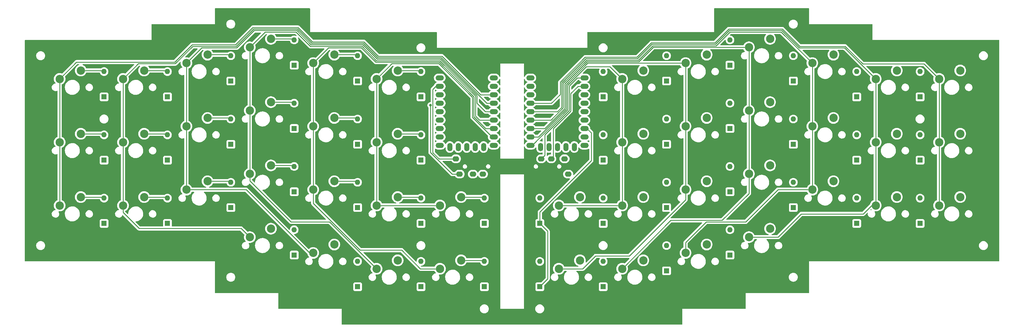
<source format=gbl>
G04 #@! TF.GenerationSoftware,KiCad,Pcbnew,7.0.8*
G04 #@! TF.CreationDate,2023-12-05T18:43:10+09:00*
G04 #@! TF.ProjectId,Keyboard,4b657962-6f61-4726-942e-6b696361645f,rev?*
G04 #@! TF.SameCoordinates,Original*
G04 #@! TF.FileFunction,Copper,L2,Bot*
G04 #@! TF.FilePolarity,Positive*
%FSLAX46Y46*%
G04 Gerber Fmt 4.6, Leading zero omitted, Abs format (unit mm)*
G04 Created by KiCad (PCBNEW 7.0.8) date 2023-12-05 18:43:10*
%MOMM*%
%LPD*%
G01*
G04 APERTURE LIST*
G04 #@! TA.AperFunction,ComponentPad*
%ADD10C,2.500000*%
G04 #@! TD*
G04 #@! TA.AperFunction,ComponentPad*
%ADD11O,2.000000X1.600000*%
G04 #@! TD*
G04 #@! TA.AperFunction,ComponentPad*
%ADD12O,2.500000X1.500000*%
G04 #@! TD*
G04 #@! TA.AperFunction,ComponentPad*
%ADD13O,1.500000X2.500000*%
G04 #@! TD*
G04 #@! TA.AperFunction,ComponentPad*
%ADD14R,1.600000X1.600000*%
G04 #@! TD*
G04 #@! TA.AperFunction,ComponentPad*
%ADD15O,1.600000X1.600000*%
G04 #@! TD*
G04 #@! TA.AperFunction,ViaPad*
%ADD16C,0.800000*%
G04 #@! TD*
G04 #@! TA.AperFunction,Conductor*
%ADD17C,0.250000*%
G04 #@! TD*
G04 APERTURE END LIST*
D10*
X34290000Y-73660000D03*
X40640000Y-71120000D03*
X222408750Y-45085000D03*
X228758750Y-42545000D03*
X184308750Y-73660000D03*
X190658750Y-71120000D03*
X34290000Y-35560000D03*
X40640000Y-33020000D03*
X260508750Y-73660000D03*
X266858750Y-71120000D03*
X222408750Y-26035000D03*
X228758750Y-23495000D03*
X203358750Y-49847500D03*
X209708750Y-47307500D03*
X110490000Y-35560000D03*
X116840000Y-33020000D03*
X72390000Y-45085000D03*
X78740000Y-42545000D03*
X53340000Y-68897500D03*
X59690000Y-66357500D03*
X184308750Y-54610000D03*
X190658750Y-52070000D03*
X15240000Y-35560000D03*
X21590000Y-33020000D03*
X279558750Y-54610000D03*
X285908750Y-52070000D03*
X203358750Y-87947500D03*
X209708750Y-85407500D03*
D11*
X134337500Y-59612500D03*
X135437500Y-64212500D03*
X139437500Y-64212500D03*
X142437500Y-64212500D03*
D10*
X222408750Y-83185000D03*
X228758750Y-80645000D03*
D11*
X168081250Y-64212500D03*
X166981250Y-59612500D03*
X162981250Y-59612500D03*
X159981250Y-59612500D03*
D10*
X72390000Y-83185000D03*
X78740000Y-80645000D03*
X203358750Y-30797500D03*
X209708750Y-28257500D03*
X260508750Y-54610000D03*
X266858750Y-52070000D03*
X222408750Y-64135000D03*
X228758750Y-61595000D03*
X110490000Y-92710000D03*
X116840000Y-90170000D03*
X165258750Y-73660000D03*
X171608750Y-71120000D03*
X184308750Y-92710000D03*
X190658750Y-90170000D03*
X110490000Y-73660000D03*
X116840000Y-71120000D03*
X279558750Y-35560000D03*
X285908750Y-33020000D03*
X241458750Y-68897500D03*
X247808750Y-66357500D03*
X184308750Y-35560000D03*
X190658750Y-33020000D03*
X241458750Y-49847500D03*
X247808750Y-47307500D03*
D12*
X145707500Y-35240000D03*
X145707500Y-37780000D03*
X145707500Y-40320000D03*
X145707500Y-42860000D03*
X145707500Y-45400000D03*
X145707500Y-47940000D03*
X145707500Y-50480000D03*
X145707500Y-53020000D03*
X145707500Y-55560000D03*
D13*
X142667500Y-56060000D03*
X140127500Y-56060000D03*
X137587500Y-56060000D03*
X135047500Y-56060000D03*
X132507500Y-56060000D03*
D12*
X129467500Y-55560000D03*
X129467500Y-53020000D03*
X129467500Y-50480000D03*
X129467500Y-47940000D03*
X129467500Y-45400000D03*
X129467500Y-42860000D03*
X129467500Y-40320000D03*
X129467500Y-37780000D03*
X129467500Y-35240000D03*
D10*
X260508750Y-35560000D03*
X266858750Y-33020000D03*
X15240000Y-54610000D03*
X21590000Y-52070000D03*
X91440000Y-68897500D03*
X97790000Y-66357500D03*
X203358750Y-68897500D03*
X209708750Y-66357500D03*
X53340000Y-49847500D03*
X59690000Y-47307500D03*
X279558750Y-73660000D03*
X285908750Y-71120000D03*
X53340000Y-30797500D03*
X59690000Y-28257500D03*
X34290000Y-54610000D03*
X40640000Y-52070000D03*
X72390000Y-64135000D03*
X78740000Y-61595000D03*
X72390000Y-26035000D03*
X78740000Y-23495000D03*
D12*
X172951250Y-35240000D03*
X172951250Y-37780000D03*
X172951250Y-40320000D03*
X172951250Y-42860000D03*
X172951250Y-45400000D03*
X172951250Y-47940000D03*
X172951250Y-50480000D03*
X172951250Y-53020000D03*
X172951250Y-55560000D03*
D13*
X169911250Y-56060000D03*
X167371250Y-56060000D03*
X164831250Y-56060000D03*
X162291250Y-56060000D03*
X159751250Y-56060000D03*
D12*
X156711250Y-55560000D03*
X156711250Y-53020000D03*
X156711250Y-50480000D03*
X156711250Y-47940000D03*
X156711250Y-45400000D03*
X156711250Y-42860000D03*
X156711250Y-40320000D03*
X156711250Y-37780000D03*
X156711250Y-35240000D03*
D10*
X110490000Y-54610000D03*
X116840000Y-52070000D03*
X165258750Y-92710000D03*
X171608750Y-90170000D03*
X91440000Y-49847500D03*
X97790000Y-47307500D03*
X91440000Y-87947500D03*
X97790000Y-85407500D03*
X91440000Y-30797500D03*
X97790000Y-28257500D03*
X241458750Y-30797500D03*
X247808750Y-28257500D03*
X15240000Y-73660000D03*
X21590000Y-71120000D03*
X129540000Y-92710000D03*
X135890000Y-90170000D03*
X129540000Y-73660000D03*
X135890000Y-71120000D03*
D14*
X178593750Y-98107500D03*
D15*
X178593750Y-90487500D03*
D14*
X142875000Y-98107500D03*
D15*
X142875000Y-90487500D03*
D14*
X273843750Y-40957500D03*
D15*
X273843750Y-33337500D03*
D14*
X159543750Y-98107500D03*
D15*
X159543750Y-90487500D03*
D14*
X178593750Y-79057500D03*
D15*
X178593750Y-71437500D03*
D14*
X85725000Y-69532500D03*
D15*
X85725000Y-61912500D03*
D14*
X235743750Y-74295000D03*
D15*
X235743750Y-66675000D03*
D14*
X85725000Y-31432500D03*
D15*
X85725000Y-23812500D03*
D14*
X216693750Y-50482500D03*
D15*
X216693750Y-42862500D03*
D14*
X273843750Y-60007500D03*
D15*
X273843750Y-52387500D03*
D14*
X28575000Y-79057500D03*
D15*
X28575000Y-71437500D03*
D14*
X197643750Y-36195000D03*
D15*
X197643750Y-28575000D03*
D14*
X254793750Y-79057500D03*
D15*
X254793750Y-71437500D03*
D14*
X123825000Y-98107500D03*
D15*
X123825000Y-90487500D03*
D14*
X216693750Y-69532500D03*
D15*
X216693750Y-61912500D03*
D14*
X235743750Y-55245000D03*
D15*
X235743750Y-47625000D03*
D14*
X28575000Y-40957500D03*
D15*
X28575000Y-33337500D03*
D14*
X85725000Y-88582500D03*
D15*
X85725000Y-80962500D03*
D14*
X254793750Y-60007500D03*
D15*
X254793750Y-52387500D03*
D14*
X197643750Y-55245000D03*
D15*
X197643750Y-47625000D03*
D14*
X66675000Y-55245000D03*
D15*
X66675000Y-47625000D03*
D14*
X178593750Y-60007500D03*
D15*
X178593750Y-52387500D03*
D14*
X66675000Y-74295000D03*
D15*
X66675000Y-66675000D03*
D14*
X142875000Y-79057500D03*
D15*
X142875000Y-71437500D03*
D14*
X235743750Y-36195000D03*
D15*
X235743750Y-28575000D03*
D14*
X47625000Y-79057500D03*
D15*
X47625000Y-71437500D03*
D14*
X66675000Y-36195000D03*
D15*
X66675000Y-28575000D03*
D14*
X123825000Y-40957500D03*
D15*
X123825000Y-33337500D03*
D14*
X273843750Y-79057500D03*
D15*
X273843750Y-71437500D03*
D14*
X159543750Y-79057500D03*
D15*
X159543750Y-71437500D03*
D14*
X47625000Y-60007500D03*
D15*
X47625000Y-52387500D03*
D14*
X197643750Y-93345000D03*
D15*
X197643750Y-85725000D03*
D14*
X47625000Y-40957500D03*
D15*
X47625000Y-33337500D03*
D14*
X104775000Y-36195000D03*
D15*
X104775000Y-28575000D03*
D14*
X216693750Y-31432500D03*
D15*
X216693750Y-23812500D03*
D14*
X254793750Y-40957500D03*
D15*
X254793750Y-33337500D03*
D14*
X28575000Y-60007500D03*
D15*
X28575000Y-52387500D03*
D14*
X104775000Y-55245000D03*
D15*
X104775000Y-47625000D03*
D14*
X123825000Y-60007500D03*
D15*
X123825000Y-52387500D03*
D14*
X104775000Y-98107500D03*
D15*
X104775000Y-90487500D03*
D14*
X216693750Y-88582500D03*
D15*
X216693750Y-80962500D03*
D14*
X85725000Y-50482500D03*
D15*
X85725000Y-42862500D03*
D14*
X123825000Y-79057500D03*
D15*
X123825000Y-71437500D03*
D14*
X178593750Y-40957500D03*
D15*
X178593750Y-33337500D03*
D14*
X104775000Y-74295000D03*
D15*
X104775000Y-66675000D03*
D14*
X197643750Y-74295000D03*
D15*
X197643750Y-66675000D03*
D16*
X126672474Y-43457825D03*
D17*
X21590000Y-33020000D02*
X28257500Y-33020000D01*
X28257500Y-33020000D02*
X28575000Y-33337500D01*
X40640000Y-33020000D02*
X47307500Y-33020000D01*
X47307500Y-33020000D02*
X47625000Y-33337500D01*
X66357500Y-28257500D02*
X66675000Y-28575000D01*
X59690000Y-28257500D02*
X66357500Y-28257500D01*
X78740000Y-23495000D02*
X85407500Y-23495000D01*
X85407500Y-23495000D02*
X85725000Y-23812500D01*
X97790000Y-28257500D02*
X104457500Y-28257500D01*
X104457500Y-28257500D02*
X104775000Y-28575000D01*
X116840000Y-33020000D02*
X123507500Y-33020000D01*
X123507500Y-33020000D02*
X123825000Y-33337500D01*
X21590000Y-52070000D02*
X28257500Y-52070000D01*
X28257500Y-52070000D02*
X28575000Y-52387500D01*
X40640000Y-52070000D02*
X47307500Y-52070000D01*
X47307500Y-52070000D02*
X47625000Y-52387500D01*
X59690000Y-47307500D02*
X66357500Y-47307500D01*
X66357500Y-47307500D02*
X66675000Y-47625000D01*
X78740000Y-42545000D02*
X85407500Y-42545000D01*
X85407500Y-42545000D02*
X85725000Y-42862500D01*
X104457500Y-47307500D02*
X104775000Y-47625000D01*
X97790000Y-47307500D02*
X104457500Y-47307500D01*
X116840000Y-52070000D02*
X123507500Y-52070000D01*
X123507500Y-52070000D02*
X123825000Y-52387500D01*
X21590000Y-71120000D02*
X28257500Y-71120000D01*
X28257500Y-71120000D02*
X28575000Y-71437500D01*
X47307500Y-71120000D02*
X47625000Y-71437500D01*
X40640000Y-71120000D02*
X47307500Y-71120000D01*
X66357500Y-66357500D02*
X66675000Y-66675000D01*
X59690000Y-66357500D02*
X66357500Y-66357500D01*
X78740000Y-61595000D02*
X85407500Y-61595000D01*
X85407500Y-61595000D02*
X85725000Y-61912500D01*
X104457500Y-66357500D02*
X104775000Y-66675000D01*
X97790000Y-66357500D02*
X104457500Y-66357500D01*
X116840000Y-71120000D02*
X123507500Y-71120000D01*
X123507500Y-71120000D02*
X123825000Y-71437500D01*
X142557500Y-71120000D02*
X142875000Y-71437500D01*
X135890000Y-71120000D02*
X142557500Y-71120000D01*
X142557500Y-90170000D02*
X142875000Y-90487500D01*
X135890000Y-90170000D02*
X142557500Y-90170000D01*
X175022020Y-51792207D02*
X173709813Y-50480000D01*
X161925000Y-95726250D02*
X159543750Y-98107500D01*
X159543750Y-75604859D02*
X175022020Y-60126589D01*
X175022020Y-60126589D02*
X175022020Y-51792207D01*
X159543750Y-79057500D02*
X159543750Y-75604859D01*
X159543750Y-79057500D02*
X161925000Y-81438750D01*
X173709813Y-50480000D02*
X172451250Y-50480000D01*
X161925000Y-81438750D02*
X161925000Y-95726250D01*
X111023794Y-28706252D02*
X130114893Y-28706252D01*
X20293748Y-30506252D02*
X49819888Y-30506252D01*
X130114893Y-28706252D02*
X141728641Y-40320000D01*
X49819888Y-30506252D02*
X55032392Y-25293748D01*
X141728641Y-40320000D02*
X145207500Y-40320000D01*
X73262504Y-20081244D02*
X86879565Y-20081244D01*
X86879565Y-20081244D02*
X91192069Y-24393748D01*
X15240000Y-35560000D02*
X15240000Y-73660000D01*
X55032392Y-25293748D02*
X68050000Y-25293748D01*
X15240000Y-35560000D02*
X20293748Y-30506252D01*
X68050000Y-25293748D02*
X73262504Y-20081244D01*
X106711290Y-24393748D02*
X111023794Y-28706252D01*
X91192069Y-24393748D02*
X106711290Y-24393748D01*
X34290000Y-35560000D02*
X34290000Y-73660000D01*
X34290000Y-35560000D02*
X38893748Y-30956252D01*
X34290000Y-73660000D02*
X34290000Y-75748757D01*
X69780000Y-80575000D02*
X72390000Y-83185000D01*
X38893748Y-30956252D02*
X50006284Y-30956252D01*
X34290000Y-75748757D02*
X39116243Y-80575000D01*
X110837398Y-29156252D02*
X129928497Y-29156252D01*
X73487095Y-20531244D02*
X86693169Y-20531244D01*
X39116243Y-80575000D02*
X69780000Y-80575000D01*
X91005673Y-24843748D02*
X106524894Y-24843748D01*
X68274591Y-25743748D02*
X73487095Y-20531244D01*
X143632245Y-42860000D02*
X145207500Y-42860000D01*
X106524894Y-24843748D02*
X110837398Y-29156252D01*
X55218788Y-25743748D02*
X68274591Y-25743748D01*
X86693169Y-20531244D02*
X91005673Y-24843748D01*
X129928497Y-29156252D02*
X143632245Y-42860000D01*
X50006284Y-30956252D02*
X55218788Y-25743748D01*
X86506773Y-20981244D02*
X90819277Y-25293748D01*
X57943752Y-26193748D02*
X68460987Y-26193748D01*
X140653234Y-40517385D02*
X140653234Y-42862512D01*
X143190722Y-45400000D02*
X145207500Y-45400000D01*
X129742101Y-29606252D02*
X140653234Y-40517385D01*
X53340000Y-68897500D02*
X53340000Y-30797500D01*
X53340000Y-30797500D02*
X57943752Y-26193748D01*
X90328750Y-87947500D02*
X91440000Y-87947500D01*
X73673491Y-20981244D02*
X86506773Y-20981244D01*
X110651002Y-29606252D02*
X129742101Y-29606252D01*
X106338498Y-25293748D02*
X110651002Y-29606252D01*
X68460987Y-26193748D02*
X73673491Y-20981244D01*
X53340000Y-68897500D02*
X71278750Y-68897500D01*
X71278750Y-68897500D02*
X90328750Y-87947500D01*
X90819277Y-25293748D02*
X106338498Y-25293748D01*
X140653234Y-42862512D02*
X143190722Y-45400000D01*
X140203234Y-46742942D02*
X141400292Y-47940000D01*
X72390000Y-64135000D02*
X72390000Y-66223757D01*
X129555705Y-30056252D02*
X140203234Y-40703781D01*
X140203234Y-40703781D02*
X140203234Y-46742942D01*
X72390000Y-26035000D02*
X72390000Y-64135000D01*
X76993756Y-21431244D02*
X86320377Y-21431244D01*
X96361250Y-78581250D02*
X110490000Y-92710000D01*
X72390000Y-26035000D02*
X76993756Y-21431244D01*
X141400292Y-47940000D02*
X145207500Y-47940000D01*
X90632881Y-25743748D02*
X106152102Y-25743748D01*
X110464606Y-30056252D02*
X129555705Y-30056252D01*
X106152102Y-25743748D02*
X110464606Y-30056252D01*
X84747493Y-78581250D02*
X96361250Y-78581250D01*
X72390000Y-66223757D02*
X84747493Y-78581250D01*
X109240000Y-92710000D02*
X110490000Y-92710000D01*
X86320377Y-21431244D02*
X90632881Y-25743748D01*
X139753234Y-46929338D02*
X143303896Y-50480000D01*
X105965706Y-26193748D02*
X110278210Y-30506252D01*
X129369309Y-30506252D02*
X139753234Y-40890177D01*
X96043752Y-26193748D02*
X105965706Y-26193748D01*
X91440000Y-30797500D02*
X96043752Y-26193748D01*
X105516396Y-87100000D02*
X118050000Y-87100000D01*
X110278210Y-30506252D02*
X129369309Y-30506252D01*
X139753234Y-40890177D02*
X139753234Y-46929338D01*
X91440000Y-30797500D02*
X91440000Y-68897500D01*
X143303896Y-50480000D02*
X145207500Y-50480000D01*
X118050000Y-87100000D02*
X123660000Y-92710000D01*
X91440000Y-73023604D02*
X105516396Y-87100000D01*
X91440000Y-68897500D02*
X91440000Y-73023604D01*
X123660000Y-92710000D02*
X129540000Y-92710000D01*
X139303234Y-41076573D02*
X139303234Y-47115734D01*
X139303234Y-47115734D02*
X145207500Y-53020000D01*
X110490000Y-35560000D02*
X110490000Y-73660000D01*
X110490000Y-73660000D02*
X129540000Y-73660000D01*
X129182913Y-30956252D02*
X139303234Y-41076573D01*
X110490000Y-35560000D02*
X115093748Y-30956252D01*
X115093748Y-30956252D02*
X129182913Y-30956252D01*
X184308750Y-73660000D02*
X165258750Y-73660000D01*
X180598750Y-31850000D02*
X173532959Y-31850000D01*
X167937803Y-44833447D02*
X157211250Y-55560000D01*
X184308750Y-35560000D02*
X180598750Y-31850000D01*
X173532959Y-31850000D02*
X167937803Y-37445156D01*
X184308750Y-35560000D02*
X184308750Y-73660000D01*
X167937803Y-37445156D02*
X167937803Y-44833447D01*
X167487803Y-44647051D02*
X159114854Y-53020000D01*
X173949063Y-30797500D02*
X167487803Y-37258760D01*
X203358750Y-68897500D02*
X203358750Y-71935267D01*
X172440000Y-92710000D02*
X165258750Y-92710000D01*
X186444017Y-88850000D02*
X176300000Y-88850000D01*
X167487803Y-37258760D02*
X167487803Y-44647051D01*
X176300000Y-88850000D02*
X172440000Y-92710000D01*
X203358750Y-71935267D02*
X186444017Y-88850000D01*
X203358750Y-30797500D02*
X203358750Y-68897500D01*
X203358750Y-30797500D02*
X173949063Y-30797500D01*
X159114854Y-53020000D02*
X157211250Y-53020000D01*
X167037803Y-37072364D02*
X167037803Y-44460655D01*
X193635471Y-26035000D02*
X189322971Y-30347500D01*
X198887500Y-78131250D02*
X184308750Y-92710000D01*
X222408750Y-70035000D02*
X214312500Y-78131250D01*
X173762667Y-30347500D02*
X167037803Y-37072364D01*
X167037803Y-44460655D02*
X161018458Y-50480000D01*
X189322971Y-30347500D02*
X173762667Y-30347500D01*
X222408750Y-26035000D02*
X193635471Y-26035000D01*
X222408750Y-64135000D02*
X222408750Y-70035000D01*
X214312500Y-78131250D02*
X198887500Y-78131250D01*
X222408750Y-26035000D02*
X222408750Y-64135000D01*
X161018458Y-50480000D02*
X157211250Y-50480000D01*
X166587803Y-44274259D02*
X162922062Y-47940000D01*
X209550000Y-78581250D02*
X203358750Y-84772500D01*
X241458750Y-30797500D02*
X232092494Y-21431244D01*
X212540174Y-25585000D02*
X193449075Y-25585000D01*
X231140000Y-68897500D02*
X221456250Y-78581250D01*
X173576271Y-29897500D02*
X166587803Y-36885968D01*
X162922062Y-47940000D02*
X157211250Y-47940000D01*
X232092494Y-21431244D02*
X216693930Y-21431244D01*
X166587803Y-36885968D02*
X166587803Y-44274259D01*
X216693930Y-21431244D02*
X212540174Y-25585000D01*
X241458750Y-68897500D02*
X231140000Y-68897500D01*
X203358750Y-84772500D02*
X203358750Y-87947500D01*
X189136575Y-29897500D02*
X173576271Y-29897500D01*
X241458750Y-30797500D02*
X241458750Y-68897500D01*
X221456250Y-78581250D02*
X209550000Y-78581250D01*
X193449075Y-25585000D02*
X189136575Y-29897500D01*
X231140000Y-83185000D02*
X222408750Y-83185000D01*
X260508750Y-35560000D02*
X260508750Y-73660000D01*
X166137803Y-44087863D02*
X164825666Y-45400000D01*
X251142498Y-26193748D02*
X237491394Y-26193748D01*
X173389875Y-29447500D02*
X166137803Y-36699572D01*
X232278890Y-20981244D02*
X216507534Y-20981244D01*
X238125000Y-76200000D02*
X231140000Y-83185000D01*
X216507534Y-20981244D02*
X212353778Y-25135000D01*
X193262679Y-25135000D02*
X188950179Y-29447500D01*
X256718750Y-76200000D02*
X238125000Y-76200000D01*
X164825666Y-45400000D02*
X157211250Y-45400000D01*
X188950179Y-29447500D02*
X173389875Y-29447500D01*
X259258750Y-73660000D02*
X256718750Y-76200000D01*
X166137803Y-36699572D02*
X166137803Y-44087863D01*
X237491394Y-26193748D02*
X232278890Y-20981244D01*
X260508750Y-73660000D02*
X259258750Y-73660000D01*
X260508750Y-35560000D02*
X251142498Y-26193748D01*
X212353778Y-25135000D02*
X193262679Y-25135000D01*
X275034604Y-31035854D02*
X256621000Y-31035854D01*
X165687803Y-40212197D02*
X163040000Y-42860000D01*
X256621000Y-31035854D02*
X251328894Y-25743748D01*
X232465286Y-20531244D02*
X216321138Y-20531244D01*
X188763783Y-28997500D02*
X173203479Y-28997500D01*
X216321138Y-20531244D02*
X212167382Y-24685000D01*
X251328894Y-25743748D02*
X237677790Y-25743748D01*
X212167382Y-24685000D02*
X193076283Y-24685000D01*
X173203479Y-28997500D02*
X165687803Y-36513176D01*
X279558750Y-35560000D02*
X279558750Y-73660000D01*
X165687803Y-36513176D02*
X165687803Y-40212197D01*
X193076283Y-24685000D02*
X188763783Y-28997500D01*
X237677790Y-25743748D02*
X232465286Y-20531244D01*
X279558750Y-35560000D02*
X275034604Y-31035854D01*
X163040000Y-42860000D02*
X157211250Y-42860000D01*
X135437500Y-64212500D02*
X133227741Y-64212500D01*
X133227741Y-64212500D02*
X126672474Y-57657233D01*
X126672474Y-57657233D02*
X126672474Y-43457825D01*
X127396974Y-57745337D02*
X127396974Y-38695321D01*
X128312295Y-37780000D02*
X129967500Y-37780000D01*
X129264137Y-59612500D02*
X127396974Y-57745337D01*
X127396974Y-38695321D02*
X128312295Y-37780000D01*
X134337500Y-59612500D02*
X129264137Y-59612500D01*
X161031250Y-58562500D02*
X161031250Y-52376396D01*
X168387803Y-45019843D02*
X168387803Y-37631552D01*
X161031250Y-52376396D02*
X168387803Y-45019843D01*
X170779355Y-35240000D02*
X172451250Y-35240000D01*
X168387803Y-37631552D02*
X170779355Y-35240000D01*
X159981250Y-59612500D02*
X161031250Y-58562500D01*
X171007803Y-37780000D02*
X172451250Y-37780000D01*
X162981250Y-59612500D02*
X163556250Y-59037500D01*
X163556250Y-50487792D02*
X168837803Y-45206239D01*
X163556250Y-59037500D02*
X163556250Y-50487792D01*
X168837803Y-39950000D02*
X171007803Y-37780000D01*
X168837803Y-45206239D02*
X168837803Y-39950000D01*
G04 #@! TA.AperFunction,NonConductor*
G36*
X90430039Y-14307685D02*
G01*
X90475794Y-14360489D01*
X90487000Y-14412000D01*
X90487000Y-21406717D01*
X90486916Y-21407139D01*
X90486959Y-21431251D01*
X90487000Y-21431349D01*
X90487116Y-21431632D01*
X90487118Y-21431634D01*
X90487308Y-21431712D01*
X90487500Y-21431791D01*
X90487502Y-21431789D01*
X90512116Y-21431774D01*
X90512116Y-21431778D01*
X90512260Y-21431750D01*
X128463000Y-21431750D01*
X128530039Y-21451435D01*
X128575794Y-21504239D01*
X128587000Y-21555750D01*
X128587000Y-26169217D01*
X128586916Y-26169639D01*
X128586959Y-26193751D01*
X128587000Y-26193849D01*
X128587116Y-26194132D01*
X128587118Y-26194134D01*
X128587308Y-26194212D01*
X128587500Y-26194291D01*
X128587502Y-26194289D01*
X128612116Y-26194274D01*
X128612116Y-26194278D01*
X128612260Y-26194250D01*
X130968651Y-26194250D01*
X173806490Y-26194250D01*
X173806633Y-26194278D01*
X173806634Y-26194274D01*
X173831247Y-26194289D01*
X173831250Y-26194291D01*
X173831633Y-26194133D01*
X173831750Y-26193849D01*
X173831791Y-26193750D01*
X177238091Y-26193750D01*
X177258686Y-26429153D01*
X177258688Y-26429163D01*
X177319844Y-26657405D01*
X177319846Y-26657409D01*
X177319847Y-26657413D01*
X177348494Y-26718846D01*
X177419714Y-26871578D01*
X177419715Y-26871580D01*
X177555255Y-27065152D01*
X177722347Y-27232244D01*
X177915919Y-27367784D01*
X177915921Y-27367785D01*
X178130087Y-27467653D01*
X178358342Y-27528813D01*
X178534784Y-27544250D01*
X178652716Y-27544250D01*
X178829158Y-27528813D01*
X179057413Y-27467653D01*
X179271579Y-27367785D01*
X179465151Y-27232245D01*
X179632245Y-27065151D01*
X179767785Y-26871580D01*
X179867653Y-26657413D01*
X179928813Y-26429158D01*
X179949409Y-26193750D01*
X179949342Y-26192989D01*
X179928813Y-25958346D01*
X179928813Y-25958342D01*
X179867653Y-25730087D01*
X179767785Y-25515921D01*
X179767784Y-25515919D01*
X179632244Y-25322347D01*
X179465152Y-25155255D01*
X179271580Y-25019715D01*
X179271578Y-25019714D01*
X179107210Y-24943068D01*
X179057413Y-24919847D01*
X179057409Y-24919846D01*
X179057405Y-24919844D01*
X178829163Y-24858688D01*
X178829153Y-24858686D01*
X178652716Y-24843250D01*
X178534784Y-24843250D01*
X178358346Y-24858686D01*
X178358336Y-24858688D01*
X178130094Y-24919844D01*
X178130085Y-24919848D01*
X177915921Y-25019714D01*
X177915919Y-25019715D01*
X177722347Y-25155255D01*
X177555256Y-25322347D01*
X177555251Y-25322354D01*
X177419717Y-25515915D01*
X177419715Y-25515919D01*
X177319848Y-25730085D01*
X177319844Y-25730094D01*
X177258688Y-25958336D01*
X177258686Y-25958346D01*
X177238091Y-26193749D01*
X177238091Y-26193750D01*
X173831791Y-26193750D01*
X173831790Y-26193747D01*
X173831833Y-26169639D01*
X173831750Y-26169217D01*
X173831750Y-21555750D01*
X173851435Y-21488711D01*
X173904239Y-21442956D01*
X173955750Y-21431750D01*
X211906490Y-21431750D01*
X211906633Y-21431778D01*
X211906634Y-21431774D01*
X211931247Y-21431789D01*
X211931250Y-21431791D01*
X211931633Y-21431633D01*
X211931750Y-21431349D01*
X211931791Y-21431250D01*
X211931790Y-21431247D01*
X211931833Y-21407139D01*
X211931750Y-21406717D01*
X211931750Y-19050000D01*
X234388091Y-19050000D01*
X234408686Y-19285403D01*
X234408688Y-19285413D01*
X234469844Y-19513655D01*
X234469846Y-19513659D01*
X234469847Y-19513663D01*
X234511540Y-19603074D01*
X234569714Y-19727828D01*
X234569715Y-19727830D01*
X234705255Y-19921402D01*
X234872347Y-20088494D01*
X235065919Y-20224034D01*
X235065921Y-20224035D01*
X235280087Y-20323903D01*
X235508342Y-20385063D01*
X235684784Y-20400500D01*
X235802716Y-20400500D01*
X235979158Y-20385063D01*
X236207413Y-20323903D01*
X236421579Y-20224035D01*
X236615151Y-20088495D01*
X236782245Y-19921401D01*
X236917785Y-19727830D01*
X237017653Y-19513663D01*
X237078813Y-19285408D01*
X237099409Y-19050000D01*
X237099375Y-19049617D01*
X237078813Y-18814596D01*
X237078813Y-18814592D01*
X237017653Y-18586337D01*
X236917785Y-18372171D01*
X236917784Y-18372169D01*
X236782244Y-18178597D01*
X236615152Y-18011505D01*
X236421580Y-17875965D01*
X236421578Y-17875964D01*
X236314496Y-17826031D01*
X236207413Y-17776097D01*
X236207409Y-17776096D01*
X236207405Y-17776094D01*
X235979163Y-17714938D01*
X235979153Y-17714936D01*
X235802716Y-17699500D01*
X235684784Y-17699500D01*
X235508346Y-17714936D01*
X235508336Y-17714938D01*
X235280094Y-17776094D01*
X235280085Y-17776098D01*
X235065921Y-17875964D01*
X235065919Y-17875965D01*
X234872347Y-18011505D01*
X234705256Y-18178597D01*
X234705251Y-18178604D01*
X234569717Y-18372165D01*
X234569715Y-18372169D01*
X234469848Y-18586335D01*
X234469844Y-18586344D01*
X234408688Y-18814586D01*
X234408686Y-18814596D01*
X234388091Y-19049999D01*
X234388091Y-19050000D01*
X211931750Y-19050000D01*
X211931750Y-14412000D01*
X211951435Y-14344961D01*
X212004239Y-14299206D01*
X212055750Y-14288000D01*
X240381750Y-14288000D01*
X240448789Y-14307685D01*
X240494544Y-14360489D01*
X240505750Y-14412000D01*
X240505750Y-19025467D01*
X240505666Y-19025889D01*
X240505709Y-19050001D01*
X240505750Y-19050099D01*
X240505866Y-19050382D01*
X240505868Y-19050384D01*
X240506058Y-19050462D01*
X240506250Y-19050541D01*
X240506252Y-19050539D01*
X240530866Y-19050524D01*
X240530866Y-19050528D01*
X240531010Y-19050500D01*
X242887401Y-19050500D01*
X259431750Y-19050500D01*
X259498789Y-19070185D01*
X259544544Y-19122989D01*
X259555750Y-19174500D01*
X259555750Y-23787967D01*
X259555666Y-23788389D01*
X259555709Y-23812501D01*
X259555750Y-23812599D01*
X259555866Y-23812882D01*
X259555868Y-23812884D01*
X259556058Y-23812962D01*
X259556250Y-23813041D01*
X259556252Y-23813039D01*
X259580866Y-23813024D01*
X259580866Y-23813028D01*
X259581010Y-23813000D01*
X297531750Y-23813000D01*
X297598789Y-23832685D01*
X297644544Y-23885489D01*
X297655750Y-23937000D01*
X297655750Y-90363000D01*
X297636065Y-90430039D01*
X297583261Y-90475794D01*
X297531750Y-90487000D01*
X240531010Y-90487000D01*
X240530804Y-90486959D01*
X240506250Y-90486959D01*
X240506151Y-90487000D01*
X240505867Y-90487116D01*
X240505865Y-90487118D01*
X240505709Y-90487499D01*
X240505726Y-90512116D01*
X240505721Y-90512116D01*
X240505750Y-90512259D01*
X240505750Y-99888000D01*
X240486065Y-99955039D01*
X240433261Y-100000794D01*
X240381750Y-100012000D01*
X221481010Y-100012000D01*
X221480804Y-100011959D01*
X221456250Y-100011959D01*
X221456151Y-100012000D01*
X221455867Y-100012116D01*
X221455865Y-100012118D01*
X221455709Y-100012499D01*
X221455726Y-100037116D01*
X221455721Y-100037116D01*
X221455750Y-100037259D01*
X221455750Y-104650500D01*
X221436065Y-104717539D01*
X221383261Y-104763294D01*
X221331750Y-104774500D01*
X202431010Y-104774500D01*
X202430804Y-104774459D01*
X202406250Y-104774459D01*
X202406151Y-104774500D01*
X202405867Y-104774616D01*
X202405865Y-104774618D01*
X202405709Y-104774999D01*
X202405726Y-104799616D01*
X202405721Y-104799616D01*
X202405750Y-104799759D01*
X202405750Y-109413000D01*
X202386065Y-109480039D01*
X202333261Y-109525794D01*
X202281750Y-109537000D01*
X100137000Y-109537000D01*
X100069961Y-109517315D01*
X100024206Y-109464511D01*
X100013000Y-109413000D01*
X100013000Y-104799759D01*
X100013028Y-104799616D01*
X100013024Y-104799616D01*
X100013039Y-104775002D01*
X100013041Y-104775000D01*
X141519341Y-104775000D01*
X141539936Y-105010403D01*
X141539938Y-105010413D01*
X141601094Y-105238655D01*
X141601096Y-105238659D01*
X141601097Y-105238663D01*
X141651031Y-105345746D01*
X141700964Y-105452828D01*
X141700965Y-105452830D01*
X141836505Y-105646402D01*
X142003597Y-105813494D01*
X142197169Y-105949034D01*
X142197171Y-105949035D01*
X142411337Y-106048903D01*
X142639592Y-106110063D01*
X142816034Y-106125500D01*
X142933966Y-106125500D01*
X143110408Y-106110063D01*
X143338663Y-106048903D01*
X143552829Y-105949035D01*
X143746401Y-105813495D01*
X143913495Y-105646401D01*
X144049035Y-105452830D01*
X144148903Y-105238663D01*
X144210063Y-105010408D01*
X144230659Y-104775000D01*
X144230625Y-104774617D01*
X144228549Y-104750889D01*
X147636916Y-104750889D01*
X147636959Y-104775001D01*
X147637000Y-104775099D01*
X147637116Y-104775382D01*
X147637118Y-104775384D01*
X147637308Y-104775462D01*
X147637500Y-104775541D01*
X147637502Y-104775539D01*
X147662116Y-104775524D01*
X147662116Y-104775528D01*
X147662260Y-104775500D01*
X154756490Y-104775500D01*
X154756633Y-104775528D01*
X154756634Y-104775524D01*
X154781247Y-104775539D01*
X154781250Y-104775541D01*
X154781633Y-104775383D01*
X154781750Y-104775099D01*
X154781791Y-104775000D01*
X158188091Y-104775000D01*
X158208686Y-105010403D01*
X158208688Y-105010413D01*
X158269844Y-105238655D01*
X158269846Y-105238659D01*
X158269847Y-105238663D01*
X158319781Y-105345746D01*
X158369714Y-105452828D01*
X158369715Y-105452830D01*
X158505255Y-105646402D01*
X158672347Y-105813494D01*
X158865919Y-105949034D01*
X158865921Y-105949035D01*
X159080087Y-106048903D01*
X159308342Y-106110063D01*
X159484784Y-106125500D01*
X159602716Y-106125500D01*
X159779158Y-106110063D01*
X160007413Y-106048903D01*
X160221579Y-105949035D01*
X160415151Y-105813495D01*
X160582245Y-105646401D01*
X160717785Y-105452830D01*
X160817653Y-105238663D01*
X160878813Y-105010408D01*
X160899409Y-104775000D01*
X160899375Y-104774617D01*
X160878813Y-104539596D01*
X160878813Y-104539592D01*
X160817653Y-104311337D01*
X160717785Y-104097171D01*
X160717784Y-104097169D01*
X160582244Y-103903597D01*
X160415152Y-103736505D01*
X160221580Y-103600965D01*
X160221578Y-103600964D01*
X160114496Y-103551031D01*
X160007413Y-103501097D01*
X160007409Y-103501096D01*
X160007405Y-103501094D01*
X159779163Y-103439938D01*
X159779153Y-103439936D01*
X159602716Y-103424500D01*
X159484784Y-103424500D01*
X159308346Y-103439936D01*
X159308336Y-103439938D01*
X159080094Y-103501094D01*
X159080085Y-103501098D01*
X158865921Y-103600964D01*
X158865919Y-103600965D01*
X158672347Y-103736505D01*
X158505256Y-103903597D01*
X158505251Y-103903604D01*
X158369717Y-104097165D01*
X158369715Y-104097169D01*
X158269848Y-104311335D01*
X158269844Y-104311344D01*
X158208688Y-104539586D01*
X158208686Y-104539596D01*
X158188091Y-104774999D01*
X158188091Y-104775000D01*
X154781791Y-104775000D01*
X154781790Y-104774997D01*
X154781833Y-104750889D01*
X154781750Y-104750467D01*
X154781750Y-90487501D01*
X158238282Y-90487501D01*
X158258114Y-90714186D01*
X158258116Y-90714197D01*
X158317008Y-90933988D01*
X158317011Y-90933997D01*
X158413181Y-91140232D01*
X158413182Y-91140234D01*
X158543704Y-91326641D01*
X158704608Y-91487545D01*
X158704611Y-91487547D01*
X158891016Y-91618068D01*
X159097254Y-91714239D01*
X159317058Y-91773135D01*
X159460391Y-91785675D01*
X159543748Y-91792968D01*
X159543750Y-91792968D01*
X159543752Y-91792968D01*
X159600423Y-91788009D01*
X159770442Y-91773135D01*
X159990246Y-91714239D01*
X160196484Y-91618068D01*
X160382889Y-91487547D01*
X160543797Y-91326639D01*
X160674318Y-91140234D01*
X160770489Y-90933996D01*
X160829385Y-90714192D01*
X160849174Y-90488000D01*
X160849218Y-90487501D01*
X160849218Y-90487498D01*
X160841926Y-90404151D01*
X160829385Y-90260808D01*
X160770489Y-90041004D01*
X160674318Y-89834766D01*
X160543797Y-89648361D01*
X160543795Y-89648358D01*
X160382891Y-89487454D01*
X160196484Y-89356932D01*
X160196482Y-89356931D01*
X159990247Y-89260761D01*
X159990238Y-89260758D01*
X159770447Y-89201866D01*
X159770443Y-89201865D01*
X159770442Y-89201865D01*
X159770441Y-89201864D01*
X159770436Y-89201864D01*
X159543752Y-89182032D01*
X159543748Y-89182032D01*
X159317063Y-89201864D01*
X159317052Y-89201866D01*
X159097261Y-89260758D01*
X159097252Y-89260761D01*
X158891017Y-89356931D01*
X158891015Y-89356932D01*
X158704608Y-89487454D01*
X158543704Y-89648358D01*
X158413182Y-89834765D01*
X158413181Y-89834767D01*
X158317011Y-90041002D01*
X158317008Y-90041011D01*
X158258116Y-90260802D01*
X158258114Y-90260813D01*
X158238282Y-90487498D01*
X158238282Y-90487501D01*
X154781750Y-90487501D01*
X154781750Y-71437501D01*
X158238282Y-71437501D01*
X158258114Y-71664186D01*
X158258116Y-71664197D01*
X158317008Y-71883988D01*
X158317011Y-71883997D01*
X158413181Y-72090232D01*
X158413182Y-72090234D01*
X158543704Y-72276641D01*
X158704608Y-72437545D01*
X158704611Y-72437547D01*
X158891016Y-72568068D01*
X159097254Y-72664239D01*
X159317058Y-72723135D01*
X159478980Y-72737301D01*
X159543748Y-72742968D01*
X159543750Y-72742968D01*
X159543752Y-72742968D01*
X159600423Y-72738009D01*
X159770442Y-72723135D01*
X159990246Y-72664239D01*
X160196484Y-72568068D01*
X160382889Y-72437547D01*
X160543797Y-72276639D01*
X160674318Y-72090234D01*
X160770489Y-71883996D01*
X160829385Y-71664192D01*
X160849218Y-71437500D01*
X160829385Y-71210808D01*
X160770489Y-70991004D01*
X160674318Y-70784766D01*
X160543797Y-70598361D01*
X160543795Y-70598358D01*
X160382891Y-70437454D01*
X160196484Y-70306932D01*
X160196482Y-70306931D01*
X159990247Y-70210761D01*
X159990238Y-70210758D01*
X159770447Y-70151866D01*
X159770443Y-70151865D01*
X159770442Y-70151865D01*
X159770441Y-70151864D01*
X159770436Y-70151864D01*
X159543752Y-70132032D01*
X159543748Y-70132032D01*
X159317063Y-70151864D01*
X159317052Y-70151866D01*
X159097261Y-70210758D01*
X159097252Y-70210761D01*
X158891017Y-70306931D01*
X158891015Y-70306932D01*
X158704608Y-70437454D01*
X158543704Y-70598358D01*
X158413182Y-70784765D01*
X158413181Y-70784767D01*
X158317011Y-70991002D01*
X158317008Y-70991011D01*
X158258116Y-71210802D01*
X158258114Y-71210813D01*
X158238282Y-71437498D01*
X158238282Y-71437501D01*
X154781750Y-71437501D01*
X154781750Y-64318509D01*
X154781778Y-64318366D01*
X154781774Y-64318366D01*
X154781789Y-64293752D01*
X154781791Y-64293750D01*
X154781712Y-64293558D01*
X154781634Y-64293368D01*
X154781632Y-64293366D01*
X154781349Y-64293250D01*
X154781250Y-64293209D01*
X154756696Y-64293209D01*
X154756490Y-64293250D01*
X147662260Y-64293250D01*
X147662054Y-64293209D01*
X147637500Y-64293209D01*
X147637401Y-64293250D01*
X147637117Y-64293366D01*
X147637115Y-64293368D01*
X147636959Y-64293749D01*
X147636976Y-64318366D01*
X147636971Y-64318366D01*
X147637000Y-64318509D01*
X147637000Y-104750467D01*
X147636916Y-104750889D01*
X144228549Y-104750889D01*
X144210063Y-104539596D01*
X144210063Y-104539592D01*
X144148903Y-104311337D01*
X144049035Y-104097171D01*
X144049034Y-104097169D01*
X143913494Y-103903597D01*
X143746402Y-103736505D01*
X143552830Y-103600965D01*
X143552828Y-103600964D01*
X143445746Y-103551031D01*
X143338663Y-103501097D01*
X143338659Y-103501096D01*
X143338655Y-103501094D01*
X143110413Y-103439938D01*
X143110403Y-103439936D01*
X142933966Y-103424500D01*
X142816034Y-103424500D01*
X142639596Y-103439936D01*
X142639586Y-103439938D01*
X142411344Y-103501094D01*
X142411335Y-103501098D01*
X142197171Y-103600964D01*
X142197169Y-103600965D01*
X142003597Y-103736505D01*
X141836506Y-103903597D01*
X141836501Y-103903604D01*
X141700967Y-104097165D01*
X141700965Y-104097169D01*
X141601098Y-104311335D01*
X141601094Y-104311344D01*
X141539938Y-104539586D01*
X141539936Y-104539596D01*
X141519341Y-104774999D01*
X141519341Y-104775000D01*
X100013041Y-104775000D01*
X100012962Y-104774808D01*
X100012884Y-104774618D01*
X100012882Y-104774616D01*
X100012599Y-104774500D01*
X100012500Y-104774459D01*
X99987946Y-104774459D01*
X99987740Y-104774500D01*
X81087000Y-104774500D01*
X81019961Y-104754815D01*
X80974206Y-104702011D01*
X80963000Y-104650500D01*
X80963000Y-100037259D01*
X80963028Y-100037116D01*
X80963024Y-100037116D01*
X80963039Y-100012502D01*
X80963041Y-100012500D01*
X80962962Y-100012308D01*
X80962884Y-100012118D01*
X80962882Y-100012116D01*
X80962599Y-100012000D01*
X80962500Y-100011959D01*
X80937946Y-100011959D01*
X80937740Y-100012000D01*
X62037000Y-100012000D01*
X61969961Y-99992315D01*
X61924206Y-99939511D01*
X61913000Y-99888000D01*
X61913000Y-98955370D01*
X103474500Y-98955370D01*
X103474501Y-98955376D01*
X103480908Y-99014983D01*
X103531202Y-99149828D01*
X103531206Y-99149835D01*
X103617452Y-99265044D01*
X103617455Y-99265047D01*
X103732664Y-99351293D01*
X103732671Y-99351297D01*
X103867517Y-99401591D01*
X103867516Y-99401591D01*
X103874444Y-99402335D01*
X103927127Y-99408000D01*
X105622872Y-99407999D01*
X105682483Y-99401591D01*
X105817331Y-99351296D01*
X105932546Y-99265046D01*
X106018796Y-99149831D01*
X106069091Y-99014983D01*
X106075500Y-98955373D01*
X106075500Y-98955370D01*
X122524500Y-98955370D01*
X122524501Y-98955376D01*
X122530908Y-99014983D01*
X122581202Y-99149828D01*
X122581206Y-99149835D01*
X122667452Y-99265044D01*
X122667455Y-99265047D01*
X122782664Y-99351293D01*
X122782671Y-99351297D01*
X122917517Y-99401591D01*
X122917516Y-99401591D01*
X122924444Y-99402335D01*
X122977127Y-99408000D01*
X124672872Y-99407999D01*
X124732483Y-99401591D01*
X124867331Y-99351296D01*
X124982546Y-99265046D01*
X125068796Y-99149831D01*
X125119091Y-99014983D01*
X125125500Y-98955373D01*
X125125500Y-98955370D01*
X141574500Y-98955370D01*
X141574501Y-98955376D01*
X141580908Y-99014983D01*
X141631202Y-99149828D01*
X141631206Y-99149835D01*
X141717452Y-99265044D01*
X141717455Y-99265047D01*
X141832664Y-99351293D01*
X141832671Y-99351297D01*
X141967517Y-99401591D01*
X141967516Y-99401591D01*
X141974444Y-99402335D01*
X142027127Y-99408000D01*
X143722872Y-99407999D01*
X143782483Y-99401591D01*
X143917331Y-99351296D01*
X144032546Y-99265046D01*
X144118796Y-99149831D01*
X144169091Y-99014983D01*
X144175500Y-98955373D01*
X144175499Y-97259628D01*
X144169091Y-97200017D01*
X144165605Y-97190671D01*
X144118797Y-97065171D01*
X144118793Y-97065164D01*
X144032547Y-96949955D01*
X144032544Y-96949952D01*
X143917335Y-96863706D01*
X143917328Y-96863702D01*
X143782482Y-96813408D01*
X143782483Y-96813408D01*
X143722883Y-96807001D01*
X143722881Y-96807000D01*
X143722873Y-96807000D01*
X143722864Y-96807000D01*
X142027129Y-96807000D01*
X142027123Y-96807001D01*
X141967516Y-96813408D01*
X141832671Y-96863702D01*
X141832664Y-96863706D01*
X141717455Y-96949952D01*
X141717452Y-96949955D01*
X141631206Y-97065164D01*
X141631202Y-97065171D01*
X141580908Y-97200017D01*
X141574501Y-97259616D01*
X141574501Y-97259623D01*
X141574500Y-97259635D01*
X141574500Y-98955370D01*
X125125500Y-98955370D01*
X125125499Y-97259628D01*
X125119091Y-97200017D01*
X125115605Y-97190671D01*
X125068797Y-97065171D01*
X125068793Y-97065164D01*
X124982547Y-96949955D01*
X124982544Y-96949952D01*
X124867335Y-96863706D01*
X124867328Y-96863702D01*
X124732482Y-96813408D01*
X124732483Y-96813408D01*
X124672883Y-96807001D01*
X124672881Y-96807000D01*
X124672873Y-96807000D01*
X124672864Y-96807000D01*
X122977129Y-96807000D01*
X122977123Y-96807001D01*
X122917516Y-96813408D01*
X122782671Y-96863702D01*
X122782664Y-96863706D01*
X122667455Y-96949952D01*
X122667452Y-96949955D01*
X122581206Y-97065164D01*
X122581202Y-97065171D01*
X122530908Y-97200017D01*
X122524501Y-97259616D01*
X122524501Y-97259623D01*
X122524500Y-97259635D01*
X122524500Y-98955370D01*
X106075500Y-98955370D01*
X106075499Y-97259628D01*
X106069091Y-97200017D01*
X106065605Y-97190671D01*
X106018797Y-97065171D01*
X106018793Y-97065164D01*
X105932547Y-96949955D01*
X105932544Y-96949952D01*
X105817335Y-96863706D01*
X105817328Y-96863702D01*
X105682482Y-96813408D01*
X105682483Y-96813408D01*
X105622883Y-96807001D01*
X105622881Y-96807000D01*
X105622873Y-96807000D01*
X105622864Y-96807000D01*
X103927129Y-96807000D01*
X103927123Y-96807001D01*
X103867516Y-96813408D01*
X103732671Y-96863702D01*
X103732664Y-96863706D01*
X103617455Y-96949952D01*
X103617452Y-96949955D01*
X103531206Y-97065164D01*
X103531202Y-97065171D01*
X103480908Y-97200017D01*
X103474501Y-97259616D01*
X103474501Y-97259623D01*
X103474500Y-97259635D01*
X103474500Y-98955370D01*
X61913000Y-98955370D01*
X61913000Y-95250000D01*
X65319341Y-95250000D01*
X65339936Y-95485403D01*
X65339938Y-95485413D01*
X65401094Y-95713655D01*
X65401096Y-95713659D01*
X65401097Y-95713663D01*
X65443814Y-95805269D01*
X65500964Y-95927828D01*
X65500965Y-95927830D01*
X65636505Y-96121402D01*
X65803597Y-96288494D01*
X65997169Y-96424034D01*
X65997171Y-96424035D01*
X66211337Y-96523903D01*
X66439592Y-96585063D01*
X66616034Y-96600500D01*
X66733966Y-96600500D01*
X66910408Y-96585063D01*
X67138663Y-96523903D01*
X67352829Y-96424035D01*
X67546401Y-96288495D01*
X67713495Y-96121401D01*
X67849035Y-95927830D01*
X67948903Y-95713663D01*
X68010063Y-95485408D01*
X68030659Y-95250000D01*
X68010063Y-95014592D01*
X67948903Y-94786337D01*
X67849035Y-94572171D01*
X67849034Y-94572169D01*
X67713494Y-94378597D01*
X67546402Y-94211505D01*
X67352830Y-94075965D01*
X67352828Y-94075964D01*
X67245746Y-94026031D01*
X67138663Y-93976097D01*
X67138659Y-93976096D01*
X67138655Y-93976094D01*
X66910413Y-93914938D01*
X66910403Y-93914936D01*
X66733966Y-93899500D01*
X66616034Y-93899500D01*
X66439596Y-93914936D01*
X66439586Y-93914938D01*
X66211344Y-93976094D01*
X66211335Y-93976098D01*
X65997171Y-94075964D01*
X65997169Y-94075965D01*
X65803597Y-94211505D01*
X65636506Y-94378597D01*
X65636501Y-94378604D01*
X65500967Y-94572165D01*
X65500965Y-94572169D01*
X65401098Y-94786335D01*
X65401094Y-94786344D01*
X65339938Y-95014586D01*
X65339936Y-95014596D01*
X65319341Y-95249999D01*
X65319341Y-95250000D01*
X61913000Y-95250000D01*
X61913000Y-90512259D01*
X61913028Y-90512116D01*
X61913024Y-90512116D01*
X61913039Y-90487502D01*
X61913041Y-90487500D01*
X61912962Y-90487308D01*
X61912884Y-90487118D01*
X61912882Y-90487116D01*
X61912599Y-90487000D01*
X61912500Y-90486959D01*
X61887946Y-90486959D01*
X61887740Y-90487000D01*
X4887000Y-90487000D01*
X4819961Y-90467315D01*
X4774206Y-90414511D01*
X4763000Y-90363000D01*
X4763000Y-89430370D01*
X84424500Y-89430370D01*
X84424501Y-89430376D01*
X84430908Y-89489983D01*
X84481202Y-89624828D01*
X84481206Y-89624835D01*
X84567452Y-89740044D01*
X84567455Y-89740047D01*
X84682664Y-89826293D01*
X84682671Y-89826297D01*
X84817517Y-89876591D01*
X84817516Y-89876591D01*
X84824444Y-89877335D01*
X84877127Y-89883000D01*
X86572872Y-89882999D01*
X86632483Y-89876591D01*
X86767331Y-89826296D01*
X86882546Y-89740046D01*
X86968796Y-89624831D01*
X87019091Y-89489983D01*
X87025500Y-89430373D01*
X87025499Y-87734628D01*
X87019091Y-87675017D01*
X87015605Y-87665671D01*
X86968797Y-87540171D01*
X86968793Y-87540164D01*
X86882547Y-87424955D01*
X86882544Y-87424952D01*
X86767335Y-87338706D01*
X86767328Y-87338702D01*
X86632482Y-87288408D01*
X86632483Y-87288408D01*
X86572883Y-87282001D01*
X86572881Y-87282000D01*
X86572873Y-87282000D01*
X86572864Y-87282000D01*
X84877129Y-87282000D01*
X84877123Y-87282001D01*
X84817516Y-87288408D01*
X84682671Y-87338702D01*
X84682664Y-87338706D01*
X84567455Y-87424952D01*
X84567452Y-87424955D01*
X84481206Y-87540164D01*
X84481202Y-87540171D01*
X84430908Y-87675017D01*
X84425481Y-87725500D01*
X84424501Y-87734623D01*
X84424500Y-87734635D01*
X84424500Y-89430370D01*
X4763000Y-89430370D01*
X4763000Y-85725000D01*
X8169341Y-85725000D01*
X8189936Y-85960403D01*
X8189938Y-85960413D01*
X8251094Y-86188655D01*
X8251096Y-86188659D01*
X8251097Y-86188663D01*
X8273220Y-86236105D01*
X8350964Y-86402828D01*
X8350965Y-86402830D01*
X8486505Y-86596402D01*
X8653597Y-86763494D01*
X8847169Y-86899034D01*
X8847171Y-86899035D01*
X9061337Y-86998903D01*
X9289592Y-87060063D01*
X9466034Y-87075500D01*
X9583966Y-87075500D01*
X9760408Y-87060063D01*
X9988663Y-86998903D01*
X10202829Y-86899035D01*
X10396401Y-86763495D01*
X10563495Y-86596401D01*
X10699035Y-86402830D01*
X10798903Y-86188663D01*
X10860063Y-85960408D01*
X10880659Y-85725000D01*
X10860063Y-85489592D01*
X10798903Y-85261337D01*
X10699035Y-85047171D01*
X10699034Y-85047169D01*
X10563494Y-84853597D01*
X10396402Y-84686505D01*
X10202830Y-84550965D01*
X10202828Y-84550964D01*
X10089799Y-84498258D01*
X9988663Y-84451097D01*
X9988659Y-84451096D01*
X9988655Y-84451094D01*
X9760413Y-84389938D01*
X9760403Y-84389936D01*
X9583966Y-84374500D01*
X9466034Y-84374500D01*
X9289596Y-84389936D01*
X9289586Y-84389938D01*
X9061344Y-84451094D01*
X9061335Y-84451098D01*
X8847171Y-84550964D01*
X8847169Y-84550965D01*
X8653597Y-84686505D01*
X8486506Y-84853597D01*
X8486501Y-84853604D01*
X8350967Y-85047165D01*
X8350965Y-85047169D01*
X8251098Y-85261335D01*
X8251094Y-85261344D01*
X8189938Y-85489586D01*
X8189936Y-85489596D01*
X8169341Y-85724999D01*
X8169341Y-85725000D01*
X4763000Y-85725000D01*
X4763000Y-79905370D01*
X27274500Y-79905370D01*
X27274501Y-79905376D01*
X27280908Y-79964983D01*
X27331202Y-80099828D01*
X27331206Y-80099835D01*
X27417452Y-80215044D01*
X27417455Y-80215047D01*
X27532664Y-80301293D01*
X27532671Y-80301297D01*
X27667517Y-80351591D01*
X27667516Y-80351591D01*
X27674444Y-80352335D01*
X27727127Y-80358000D01*
X29422872Y-80357999D01*
X29482483Y-80351591D01*
X29617331Y-80301296D01*
X29732546Y-80215046D01*
X29818796Y-80099831D01*
X29869091Y-79964983D01*
X29875500Y-79905373D01*
X29875499Y-78209628D01*
X29869091Y-78150017D01*
X29865605Y-78140671D01*
X29818797Y-78015171D01*
X29818793Y-78015164D01*
X29732547Y-77899955D01*
X29732544Y-77899952D01*
X29617335Y-77813706D01*
X29617328Y-77813702D01*
X29482482Y-77763408D01*
X29482483Y-77763408D01*
X29422883Y-77757001D01*
X29422881Y-77757000D01*
X29422873Y-77757000D01*
X29422864Y-77757000D01*
X27727129Y-77757000D01*
X27727123Y-77757001D01*
X27667516Y-77763408D01*
X27532671Y-77813702D01*
X27532664Y-77813706D01*
X27417455Y-77899952D01*
X27417452Y-77899955D01*
X27331206Y-78015164D01*
X27331202Y-78015171D01*
X27280908Y-78150017D01*
X27274501Y-78209616D01*
X27274501Y-78209623D01*
X27274500Y-78209635D01*
X27274500Y-79905370D01*
X4763000Y-79905370D01*
X4763000Y-76146202D01*
X12840660Y-76146202D01*
X12850887Y-76360901D01*
X12901563Y-76569791D01*
X12901565Y-76569795D01*
X12972489Y-76725098D01*
X12990854Y-76765310D01*
X13115534Y-76940399D01*
X13115535Y-76940400D01*
X13115540Y-76940406D01*
X13271094Y-77088725D01*
X13271096Y-77088726D01*
X13271097Y-77088727D01*
X13451920Y-77204935D01*
X13651468Y-77284822D01*
X13699447Y-77294069D01*
X13862527Y-77325500D01*
X13862528Y-77325500D01*
X14023612Y-77325500D01*
X14023618Y-77325500D01*
X14183971Y-77310188D01*
X14390209Y-77249631D01*
X14581259Y-77151138D01*
X14750217Y-77018268D01*
X14890976Y-76855824D01*
X14906848Y-76828334D01*
X14968304Y-76721888D01*
X14998448Y-76669677D01*
X15068750Y-76466554D01*
X15096237Y-76275373D01*
X16795723Y-76275373D01*
X16825881Y-76575160D01*
X16825882Y-76575162D01*
X16895728Y-76868252D01*
X16895733Y-76868266D01*
X17004020Y-77149427D01*
X17004024Y-77149436D01*
X17148825Y-77413665D01*
X17148829Y-77413671D01*
X17262389Y-77567796D01*
X17327554Y-77656238D01*
X17479845Y-77813706D01*
X17537019Y-77872823D01*
X17773478Y-78059553D01*
X17773480Y-78059554D01*
X17773485Y-78059558D01*
X18032730Y-78213109D01*
X18310128Y-78330736D01*
X18600729Y-78410340D01*
X18899347Y-78450500D01*
X18899351Y-78450500D01*
X19125252Y-78450500D01*
X19289164Y-78439526D01*
X19350634Y-78435412D01*
X19645903Y-78375396D01*
X19930537Y-78276560D01*
X20199459Y-78140668D01*
X20447869Y-77970144D01*
X20671333Y-77768032D01*
X20865865Y-77537939D01*
X21027993Y-77283970D01*
X21154823Y-77010658D01*
X21244093Y-76722879D01*
X21294209Y-76425770D01*
X21303556Y-76146202D01*
X23000660Y-76146202D01*
X23010887Y-76360901D01*
X23061563Y-76569791D01*
X23061565Y-76569795D01*
X23132489Y-76725098D01*
X23150854Y-76765310D01*
X23275534Y-76940399D01*
X23275535Y-76940400D01*
X23275540Y-76940406D01*
X23431094Y-77088725D01*
X23431096Y-77088726D01*
X23431097Y-77088727D01*
X23611920Y-77204935D01*
X23811468Y-77284822D01*
X23859447Y-77294069D01*
X24022527Y-77325500D01*
X24022528Y-77325500D01*
X24183612Y-77325500D01*
X24183618Y-77325500D01*
X24343971Y-77310188D01*
X24550209Y-77249631D01*
X24741259Y-77151138D01*
X24910217Y-77018268D01*
X25050976Y-76855824D01*
X25066848Y-76828334D01*
X25128304Y-76721888D01*
X25158448Y-76669677D01*
X25228750Y-76466554D01*
X25259339Y-76253797D01*
X25249112Y-76039096D01*
X25198437Y-75830210D01*
X25109146Y-75634690D01*
X24984466Y-75459601D01*
X24984464Y-75459599D01*
X24984459Y-75459593D01*
X24828905Y-75311274D01*
X24648080Y-75195065D01*
X24448530Y-75115177D01*
X24237473Y-75074500D01*
X24237472Y-75074500D01*
X24076382Y-75074500D01*
X23916050Y-75089810D01*
X23916029Y-75089812D01*
X23916025Y-75089813D01*
X23709793Y-75150368D01*
X23518736Y-75248864D01*
X23349785Y-75381729D01*
X23349782Y-75381733D01*
X23209021Y-75544178D01*
X23101553Y-75730319D01*
X23031251Y-75933442D01*
X23031250Y-75933444D01*
X23000661Y-76146200D01*
X23000660Y-76146202D01*
X21303556Y-76146202D01*
X21304277Y-76124631D01*
X21274118Y-75824838D01*
X21204269Y-75531739D01*
X21095977Y-75250566D01*
X20951175Y-74986335D01*
X20772446Y-74743762D01*
X20562980Y-74527176D01*
X20439742Y-74429856D01*
X20326521Y-74340446D01*
X20326517Y-74340443D01*
X20326515Y-74340442D01*
X20067270Y-74186891D01*
X19789872Y-74069264D01*
X19789863Y-74069261D01*
X19499272Y-73989660D01*
X19424616Y-73979620D01*
X19200653Y-73949500D01*
X18974756Y-73949500D01*
X18974748Y-73949500D01*
X18749368Y-73964587D01*
X18749359Y-73964589D01*
X18454094Y-74024604D01*
X18169464Y-74123439D01*
X18169459Y-74123441D01*
X17900546Y-74259328D01*
X17652125Y-74429860D01*
X17428665Y-74631969D01*
X17234132Y-74862064D01*
X17072006Y-75116030D01*
X17072005Y-75116032D01*
X16949699Y-75379597D01*
X16945177Y-75389342D01*
X16932886Y-75428964D01*
X16855907Y-75677118D01*
X16815729Y-75915311D01*
X16805791Y-75974230D01*
X16800042Y-76146202D01*
X16795723Y-76275373D01*
X15096237Y-76275373D01*
X15099339Y-76253797D01*
X15089112Y-76039096D01*
X15038437Y-75830210D01*
X14949146Y-75634690D01*
X14946833Y-75631442D01*
X14920664Y-75594692D01*
X14897811Y-75528665D01*
X14914284Y-75460765D01*
X14964851Y-75412549D01*
X15033458Y-75399326D01*
X15040140Y-75400148D01*
X15108818Y-75410500D01*
X15371182Y-75410500D01*
X15630615Y-75371396D01*
X15881323Y-75294063D01*
X16117704Y-75180228D01*
X16334479Y-75032433D01*
X16526805Y-74853981D01*
X16690386Y-74648857D01*
X16821568Y-74421643D01*
X16917420Y-74177416D01*
X16975802Y-73921630D01*
X16993310Y-73688000D01*
X16995408Y-73660004D01*
X16995408Y-73659995D01*
X16975803Y-73398379D01*
X16975802Y-73398374D01*
X16975802Y-73398370D01*
X16917420Y-73142584D01*
X16821568Y-72898357D01*
X16690386Y-72671143D01*
X16526805Y-72466019D01*
X16526804Y-72466018D01*
X16526801Y-72466014D01*
X16334479Y-72287567D01*
X16323000Y-72279741D01*
X16117704Y-72139772D01*
X16117701Y-72139771D01*
X16117699Y-72139769D01*
X15935698Y-72052122D01*
X15883839Y-72005299D01*
X15865500Y-71940402D01*
X15865500Y-71120004D01*
X19834592Y-71120004D01*
X19854196Y-71381620D01*
X19854197Y-71381625D01*
X19854197Y-71381629D01*
X19854198Y-71381630D01*
X19854671Y-71383702D01*
X19912576Y-71637402D01*
X19912578Y-71637411D01*
X19912580Y-71637416D01*
X20008432Y-71881643D01*
X20139614Y-72108857D01*
X20220873Y-72210752D01*
X20303198Y-72313985D01*
X20441636Y-72442435D01*
X20495521Y-72492433D01*
X20712296Y-72640228D01*
X20712301Y-72640230D01*
X20712302Y-72640231D01*
X20712303Y-72640232D01*
X20837843Y-72700688D01*
X20948673Y-72754061D01*
X20948674Y-72754061D01*
X20948677Y-72754063D01*
X21199385Y-72831396D01*
X21458818Y-72870500D01*
X21721182Y-72870500D01*
X21980615Y-72831396D01*
X22231323Y-72754063D01*
X22418111Y-72664110D01*
X22467696Y-72640232D01*
X22467696Y-72640231D01*
X22467704Y-72640228D01*
X22684479Y-72492433D01*
X22846665Y-72341947D01*
X22876801Y-72313985D01*
X22876801Y-72313983D01*
X22876805Y-72313981D01*
X23040386Y-72108857D01*
X23171568Y-71881643D01*
X23194114Y-71824196D01*
X23236928Y-71768985D01*
X23302798Y-71745683D01*
X23309541Y-71745500D01*
X27216002Y-71745500D01*
X27283041Y-71765185D01*
X27328796Y-71817989D01*
X27335777Y-71837406D01*
X27348259Y-71883990D01*
X27348261Y-71883997D01*
X27444431Y-72090232D01*
X27444432Y-72090234D01*
X27574954Y-72276641D01*
X27735858Y-72437545D01*
X27735861Y-72437547D01*
X27922266Y-72568068D01*
X28128504Y-72664239D01*
X28348308Y-72723135D01*
X28510230Y-72737301D01*
X28574998Y-72742968D01*
X28575000Y-72742968D01*
X28575002Y-72742968D01*
X28631673Y-72738009D01*
X28801692Y-72723135D01*
X29021496Y-72664239D01*
X29227734Y-72568068D01*
X29414139Y-72437547D01*
X29575047Y-72276639D01*
X29705568Y-72090234D01*
X29801739Y-71883996D01*
X29860635Y-71664192D01*
X29880468Y-71437500D01*
X29860635Y-71210808D01*
X29801739Y-70991004D01*
X29705568Y-70784766D01*
X29575047Y-70598361D01*
X29575045Y-70598358D01*
X29414141Y-70437454D01*
X29227734Y-70306932D01*
X29227732Y-70306931D01*
X29021497Y-70210761D01*
X29021488Y-70210758D01*
X28801697Y-70151866D01*
X28801693Y-70151865D01*
X28801692Y-70151865D01*
X28801691Y-70151864D01*
X28801686Y-70151864D01*
X28575002Y-70132032D01*
X28574998Y-70132032D01*
X28348313Y-70151864D01*
X28348302Y-70151866D01*
X28128511Y-70210758D01*
X28128502Y-70210761D01*
X27922267Y-70306931D01*
X27922265Y-70306932D01*
X27735858Y-70437454D01*
X27715132Y-70458181D01*
X27653809Y-70491666D01*
X27627451Y-70494500D01*
X23309541Y-70494500D01*
X23242502Y-70474815D01*
X23196747Y-70422011D01*
X23194125Y-70415833D01*
X23171568Y-70358357D01*
X23040386Y-70131143D01*
X22876805Y-69926019D01*
X22876804Y-69926018D01*
X22876801Y-69926014D01*
X22684479Y-69747567D01*
X22566831Y-69667356D01*
X22467704Y-69599772D01*
X22467700Y-69599770D01*
X22467697Y-69599768D01*
X22467696Y-69599767D01*
X22231325Y-69485938D01*
X22231327Y-69485938D01*
X21980623Y-69408606D01*
X21980619Y-69408605D01*
X21980615Y-69408604D01*
X21855823Y-69389794D01*
X21721187Y-69369500D01*
X21721182Y-69369500D01*
X21458818Y-69369500D01*
X21458812Y-69369500D01*
X21297247Y-69393853D01*
X21199385Y-69408604D01*
X21199382Y-69408605D01*
X21199376Y-69408606D01*
X20948673Y-69485938D01*
X20712303Y-69599767D01*
X20712302Y-69599768D01*
X20495520Y-69747567D01*
X20303198Y-69926014D01*
X20139614Y-70131143D01*
X20008432Y-70358356D01*
X19912582Y-70602578D01*
X19912576Y-70602597D01*
X19854197Y-70858374D01*
X19854196Y-70858379D01*
X19834592Y-71119995D01*
X19834592Y-71120004D01*
X15865500Y-71120004D01*
X15865500Y-60855370D01*
X27274500Y-60855370D01*
X27274501Y-60855376D01*
X27280908Y-60914983D01*
X27331202Y-61049828D01*
X27331206Y-61049835D01*
X27417452Y-61165044D01*
X27417455Y-61165047D01*
X27532664Y-61251293D01*
X27532671Y-61251297D01*
X27667517Y-61301591D01*
X27667516Y-61301591D01*
X27674444Y-61302335D01*
X27727127Y-61308000D01*
X29422872Y-61307999D01*
X29482483Y-61301591D01*
X29617331Y-61251296D01*
X29732546Y-61165046D01*
X29818796Y-61049831D01*
X29869091Y-60914983D01*
X29875500Y-60855373D01*
X29875499Y-59159628D01*
X29869091Y-59100017D01*
X29865605Y-59090671D01*
X29818797Y-58965171D01*
X29818793Y-58965164D01*
X29732547Y-58849955D01*
X29732544Y-58849952D01*
X29617335Y-58763706D01*
X29617328Y-58763702D01*
X29482482Y-58713408D01*
X29482483Y-58713408D01*
X29422883Y-58707001D01*
X29422881Y-58707000D01*
X29422873Y-58707000D01*
X29422864Y-58707000D01*
X27727129Y-58707000D01*
X27727123Y-58707001D01*
X27667516Y-58713408D01*
X27532671Y-58763702D01*
X27532664Y-58763706D01*
X27417455Y-58849952D01*
X27417452Y-58849955D01*
X27331206Y-58965164D01*
X27331202Y-58965171D01*
X27280908Y-59100017D01*
X27274501Y-59159616D01*
X27274501Y-59159623D01*
X27274500Y-59159635D01*
X27274500Y-60855370D01*
X15865500Y-60855370D01*
X15865500Y-57225373D01*
X16795723Y-57225373D01*
X16825881Y-57525160D01*
X16825882Y-57525162D01*
X16895728Y-57818252D01*
X16895733Y-57818266D01*
X17004020Y-58099427D01*
X17004024Y-58099436D01*
X17148825Y-58363665D01*
X17148829Y-58363671D01*
X17271438Y-58530077D01*
X17327554Y-58606238D01*
X17537020Y-58822824D01*
X17571373Y-58849952D01*
X17773478Y-59009553D01*
X17773480Y-59009554D01*
X17773485Y-59009558D01*
X18032730Y-59163109D01*
X18310128Y-59280736D01*
X18600729Y-59360340D01*
X18899347Y-59400500D01*
X18899351Y-59400500D01*
X19125252Y-59400500D01*
X19289164Y-59389526D01*
X19350634Y-59385412D01*
X19645903Y-59325396D01*
X19930537Y-59226560D01*
X20199459Y-59090668D01*
X20447869Y-58920144D01*
X20671333Y-58718032D01*
X20865865Y-58487939D01*
X21027993Y-58233970D01*
X21154823Y-57960658D01*
X21244093Y-57672879D01*
X21294209Y-57375770D01*
X21303556Y-57096202D01*
X23000660Y-57096202D01*
X23010887Y-57310901D01*
X23061563Y-57519791D01*
X23061565Y-57519795D01*
X23150681Y-57714933D01*
X23150854Y-57715310D01*
X23253937Y-57860070D01*
X23275535Y-57890400D01*
X23275540Y-57890406D01*
X23431094Y-58038725D01*
X23431096Y-58038726D01*
X23431097Y-58038727D01*
X23611920Y-58154935D01*
X23811468Y-58234822D01*
X23874016Y-58246877D01*
X24022527Y-58275500D01*
X24022528Y-58275500D01*
X24183612Y-58275500D01*
X24183618Y-58275500D01*
X24343971Y-58260188D01*
X24550209Y-58199631D01*
X24741259Y-58101138D01*
X24910217Y-57968268D01*
X25050976Y-57805824D01*
X25057716Y-57794151D01*
X25110074Y-57703464D01*
X25158448Y-57619677D01*
X25228750Y-57416554D01*
X25259339Y-57203797D01*
X25249112Y-56989096D01*
X25198437Y-56780210D01*
X25109146Y-56584690D01*
X24984466Y-56409601D01*
X24984464Y-56409599D01*
X24984459Y-56409593D01*
X24828905Y-56261274D01*
X24648080Y-56145065D01*
X24448530Y-56065177D01*
X24237473Y-56024500D01*
X24237472Y-56024500D01*
X24076382Y-56024500D01*
X23916050Y-56039810D01*
X23916029Y-56039812D01*
X23916025Y-56039813D01*
X23709793Y-56100368D01*
X23518736Y-56198864D01*
X23349785Y-56331729D01*
X23349782Y-56331733D01*
X23209021Y-56494178D01*
X23101553Y-56680319D01*
X23031251Y-56883442D01*
X23031250Y-56883444D01*
X23000661Y-57096200D01*
X23000660Y-57096202D01*
X21303556Y-57096202D01*
X21304277Y-57074631D01*
X21274118Y-56774838D01*
X21209938Y-56505526D01*
X21204271Y-56481747D01*
X21204270Y-56481746D01*
X21204269Y-56481739D01*
X21095977Y-56200566D01*
X20951175Y-55936335D01*
X20772446Y-55693762D01*
X20562980Y-55477176D01*
X20439742Y-55379856D01*
X20326521Y-55290446D01*
X20326517Y-55290443D01*
X20326515Y-55290442D01*
X20067270Y-55136891D01*
X19789872Y-55019264D01*
X19789863Y-55019261D01*
X19499272Y-54939660D01*
X19424616Y-54929620D01*
X19200653Y-54899500D01*
X18974756Y-54899500D01*
X18974748Y-54899500D01*
X18749368Y-54914587D01*
X18749359Y-54914589D01*
X18454094Y-54974604D01*
X18169464Y-55073439D01*
X18169459Y-55073441D01*
X17900546Y-55209328D01*
X17652125Y-55379860D01*
X17428665Y-55581969D01*
X17234132Y-55812064D01*
X17072006Y-56066030D01*
X17072005Y-56066032D01*
X16968369Y-56289364D01*
X16945177Y-56339342D01*
X16932299Y-56380856D01*
X16855907Y-56627118D01*
X16830990Y-56774837D01*
X16805791Y-56924230D01*
X16800042Y-57096202D01*
X16795723Y-57225373D01*
X15865500Y-57225373D01*
X15865500Y-56329597D01*
X15885185Y-56262558D01*
X15935699Y-56217877D01*
X16117696Y-56130232D01*
X16117696Y-56130231D01*
X16117704Y-56130228D01*
X16334479Y-55982433D01*
X16526805Y-55803981D01*
X16690386Y-55598857D01*
X16821568Y-55371643D01*
X16917420Y-55127416D01*
X16975802Y-54871630D01*
X16982880Y-54777176D01*
X16995408Y-54610004D01*
X16995408Y-54609995D01*
X16975803Y-54348379D01*
X16975802Y-54348374D01*
X16975802Y-54348370D01*
X16917420Y-54092584D01*
X16821568Y-53848357D01*
X16690386Y-53621143D01*
X16526805Y-53416019D01*
X16526804Y-53416018D01*
X16526801Y-53416014D01*
X16334479Y-53237567D01*
X16117704Y-53089772D01*
X16117701Y-53089771D01*
X16117699Y-53089769D01*
X15935698Y-53002122D01*
X15883839Y-52955299D01*
X15865500Y-52890402D01*
X15865500Y-52070004D01*
X19834592Y-52070004D01*
X19854196Y-52331620D01*
X19854197Y-52331625D01*
X19854197Y-52331629D01*
X19854198Y-52331630D01*
X19854671Y-52333702D01*
X19912576Y-52587402D01*
X19912578Y-52587411D01*
X19912580Y-52587416D01*
X20008432Y-52831643D01*
X20139614Y-53058857D01*
X20250699Y-53198153D01*
X20303198Y-53263985D01*
X20459064Y-53408606D01*
X20495521Y-53442433D01*
X20712296Y-53590228D01*
X20712301Y-53590230D01*
X20712302Y-53590231D01*
X20712303Y-53590232D01*
X20837843Y-53650688D01*
X20948673Y-53704061D01*
X20948674Y-53704061D01*
X20948677Y-53704063D01*
X21199385Y-53781396D01*
X21458818Y-53820500D01*
X21721182Y-53820500D01*
X21980615Y-53781396D01*
X22231323Y-53704063D01*
X22467704Y-53590228D01*
X22684479Y-53442433D01*
X22876805Y-53263981D01*
X23040386Y-53058857D01*
X23171568Y-52831643D01*
X23194114Y-52774196D01*
X23236928Y-52718985D01*
X23302798Y-52695683D01*
X23309541Y-52695500D01*
X27216002Y-52695500D01*
X27283041Y-52715185D01*
X27328796Y-52767989D01*
X27335777Y-52787406D01*
X27348259Y-52833990D01*
X27348261Y-52833997D01*
X27444431Y-53040232D01*
X27444432Y-53040234D01*
X27574954Y-53226641D01*
X27735858Y-53387545D01*
X27735861Y-53387547D01*
X27922266Y-53518068D01*
X28128504Y-53614239D01*
X28128509Y-53614240D01*
X28128511Y-53614241D01*
X28154270Y-53621143D01*
X28348308Y-53673135D01*
X28510230Y-53687301D01*
X28574998Y-53692968D01*
X28575000Y-53692968D01*
X28575002Y-53692968D01*
X28631673Y-53688009D01*
X28801692Y-53673135D01*
X29021496Y-53614239D01*
X29227734Y-53518068D01*
X29414139Y-53387547D01*
X29575047Y-53226639D01*
X29705568Y-53040234D01*
X29801739Y-52833996D01*
X29860635Y-52614192D01*
X29880468Y-52387500D01*
X29860635Y-52160808D01*
X29801739Y-51941004D01*
X29705568Y-51734766D01*
X29602720Y-51587883D01*
X29575045Y-51548358D01*
X29414141Y-51387454D01*
X29227734Y-51256932D01*
X29227732Y-51256931D01*
X29021497Y-51160761D01*
X29021488Y-51160758D01*
X28801697Y-51101866D01*
X28801693Y-51101865D01*
X28801692Y-51101865D01*
X28801691Y-51101864D01*
X28801686Y-51101864D01*
X28575002Y-51082032D01*
X28574998Y-51082032D01*
X28348313Y-51101864D01*
X28348302Y-51101866D01*
X28128511Y-51160758D01*
X28128502Y-51160761D01*
X27922267Y-51256931D01*
X27922265Y-51256932D01*
X27735858Y-51387454D01*
X27715132Y-51408181D01*
X27653809Y-51441666D01*
X27627451Y-51444500D01*
X23309541Y-51444500D01*
X23242502Y-51424815D01*
X23196747Y-51372011D01*
X23194125Y-51365833D01*
X23171568Y-51308357D01*
X23040386Y-51081143D01*
X22876805Y-50876019D01*
X22876804Y-50876018D01*
X22876801Y-50876014D01*
X22684479Y-50697567D01*
X22467704Y-50549772D01*
X22467700Y-50549770D01*
X22467697Y-50549768D01*
X22467696Y-50549767D01*
X22231325Y-50435938D01*
X22231327Y-50435938D01*
X21980623Y-50358606D01*
X21980619Y-50358605D01*
X21980615Y-50358604D01*
X21855823Y-50339794D01*
X21721187Y-50319500D01*
X21721182Y-50319500D01*
X21458818Y-50319500D01*
X21458812Y-50319500D01*
X21297247Y-50343853D01*
X21199385Y-50358604D01*
X21199382Y-50358605D01*
X21199376Y-50358606D01*
X20948673Y-50435938D01*
X20712303Y-50549767D01*
X20712302Y-50549768D01*
X20495520Y-50697567D01*
X20303198Y-50876014D01*
X20139614Y-51081143D01*
X20008432Y-51308356D01*
X19912582Y-51552578D01*
X19912576Y-51552597D01*
X19854197Y-51808374D01*
X19854196Y-51808379D01*
X19834592Y-52069995D01*
X19834592Y-52070004D01*
X15865500Y-52070004D01*
X15865500Y-47625000D01*
X27219341Y-47625000D01*
X27239936Y-47860403D01*
X27239938Y-47860413D01*
X27301094Y-48088655D01*
X27301096Y-48088659D01*
X27301097Y-48088663D01*
X27310367Y-48108542D01*
X27400964Y-48302828D01*
X27400965Y-48302830D01*
X27536505Y-48496402D01*
X27703597Y-48663494D01*
X27897169Y-48799034D01*
X27897171Y-48799035D01*
X28111337Y-48898903D01*
X28339592Y-48960063D01*
X28516034Y-48975500D01*
X28633966Y-48975500D01*
X28810408Y-48960063D01*
X29038663Y-48898903D01*
X29252829Y-48799035D01*
X29446401Y-48663495D01*
X29613495Y-48496401D01*
X29749035Y-48302830D01*
X29848903Y-48088663D01*
X29910063Y-47860408D01*
X29930659Y-47625000D01*
X29910063Y-47389592D01*
X29853502Y-47178502D01*
X29848905Y-47161344D01*
X29848904Y-47161343D01*
X29848903Y-47161337D01*
X29749035Y-46947171D01*
X29749034Y-46947169D01*
X29613494Y-46753597D01*
X29446402Y-46586505D01*
X29252830Y-46450965D01*
X29252828Y-46450964D01*
X29133003Y-46395089D01*
X29038663Y-46351097D01*
X29038659Y-46351096D01*
X29038655Y-46351094D01*
X28810413Y-46289938D01*
X28810403Y-46289936D01*
X28633966Y-46274500D01*
X28516034Y-46274500D01*
X28339596Y-46289936D01*
X28339586Y-46289938D01*
X28111344Y-46351094D01*
X28111335Y-46351098D01*
X27897171Y-46450964D01*
X27897169Y-46450965D01*
X27703597Y-46586505D01*
X27536506Y-46753597D01*
X27536501Y-46753604D01*
X27400967Y-46947165D01*
X27400965Y-46947169D01*
X27301098Y-47161335D01*
X27301094Y-47161344D01*
X27239938Y-47389586D01*
X27239936Y-47389596D01*
X27219341Y-47624999D01*
X27219341Y-47625000D01*
X15865500Y-47625000D01*
X15865500Y-41805370D01*
X27274500Y-41805370D01*
X27274501Y-41805376D01*
X27280908Y-41864983D01*
X27331202Y-41999828D01*
X27331206Y-41999835D01*
X27417452Y-42115044D01*
X27417455Y-42115047D01*
X27532664Y-42201293D01*
X27532671Y-42201297D01*
X27667517Y-42251591D01*
X27667516Y-42251591D01*
X27674444Y-42252335D01*
X27727127Y-42258000D01*
X29422872Y-42257999D01*
X29482483Y-42251591D01*
X29617331Y-42201296D01*
X29732546Y-42115046D01*
X29818796Y-41999831D01*
X29869091Y-41864983D01*
X29875500Y-41805373D01*
X29875499Y-40109628D01*
X29869091Y-40050017D01*
X29865605Y-40040671D01*
X29818797Y-39915171D01*
X29818793Y-39915164D01*
X29732547Y-39799955D01*
X29732544Y-39799952D01*
X29617335Y-39713706D01*
X29617328Y-39713702D01*
X29482482Y-39663408D01*
X29482483Y-39663408D01*
X29422883Y-39657001D01*
X29422881Y-39657000D01*
X29422873Y-39657000D01*
X29422864Y-39657000D01*
X27727129Y-39657000D01*
X27727123Y-39657001D01*
X27667516Y-39663408D01*
X27532671Y-39713702D01*
X27532664Y-39713706D01*
X27417455Y-39799952D01*
X27417452Y-39799955D01*
X27331206Y-39915164D01*
X27331202Y-39915171D01*
X27280908Y-40050017D01*
X27274501Y-40109616D01*
X27274501Y-40109623D01*
X27274500Y-40109635D01*
X27274500Y-41805370D01*
X15865500Y-41805370D01*
X15865500Y-38175373D01*
X16795723Y-38175373D01*
X16825881Y-38475160D01*
X16825882Y-38475162D01*
X16895728Y-38768252D01*
X16895733Y-38768266D01*
X17004020Y-39049427D01*
X17004024Y-39049436D01*
X17148825Y-39313665D01*
X17148829Y-39313671D01*
X17250997Y-39452334D01*
X17327554Y-39556238D01*
X17479845Y-39713706D01*
X17537019Y-39772823D01*
X17773478Y-39959553D01*
X17773480Y-39959554D01*
X17773485Y-39959558D01*
X18032730Y-40113109D01*
X18310128Y-40230736D01*
X18600729Y-40310340D01*
X18899347Y-40350500D01*
X18899351Y-40350500D01*
X19125252Y-40350500D01*
X19289164Y-40339526D01*
X19350634Y-40335412D01*
X19645903Y-40275396D01*
X19930537Y-40176560D01*
X20199459Y-40040668D01*
X20447869Y-39870144D01*
X20671333Y-39668032D01*
X20865865Y-39437939D01*
X21027993Y-39183970D01*
X21154823Y-38910658D01*
X21244093Y-38622879D01*
X21294209Y-38325770D01*
X21303556Y-38046202D01*
X23000660Y-38046202D01*
X23010887Y-38260901D01*
X23061563Y-38469791D01*
X23061565Y-38469795D01*
X23150646Y-38664856D01*
X23150854Y-38665310D01*
X23275534Y-38840399D01*
X23275535Y-38840400D01*
X23275540Y-38840406D01*
X23431094Y-38988725D01*
X23431096Y-38988726D01*
X23431097Y-38988727D01*
X23611920Y-39104935D01*
X23811468Y-39184822D01*
X23832041Y-39188787D01*
X24022527Y-39225500D01*
X24022528Y-39225500D01*
X24183612Y-39225500D01*
X24183618Y-39225500D01*
X24343971Y-39210188D01*
X24550209Y-39149631D01*
X24741259Y-39051138D01*
X24910217Y-38918268D01*
X25050976Y-38755824D01*
X25158448Y-38569677D01*
X25228750Y-38366554D01*
X25259339Y-38153797D01*
X25249112Y-37939096D01*
X25198437Y-37730210D01*
X25109146Y-37534690D01*
X24984466Y-37359601D01*
X24984464Y-37359599D01*
X24984459Y-37359593D01*
X24828905Y-37211274D01*
X24648080Y-37095065D01*
X24448530Y-37015177D01*
X24237473Y-36974500D01*
X24237472Y-36974500D01*
X24076382Y-36974500D01*
X23916050Y-36989810D01*
X23916029Y-36989812D01*
X23916025Y-36989813D01*
X23709793Y-37050368D01*
X23518736Y-37148864D01*
X23349785Y-37281729D01*
X23349782Y-37281733D01*
X23209021Y-37444178D01*
X23101553Y-37630319D01*
X23031251Y-37833442D01*
X23031250Y-37833444D01*
X23000661Y-38046200D01*
X23000660Y-38046202D01*
X21303556Y-38046202D01*
X21304277Y-38024631D01*
X21274118Y-37724838D01*
X21207233Y-37444176D01*
X21204271Y-37431747D01*
X21204270Y-37431746D01*
X21204269Y-37431739D01*
X21095977Y-37150566D01*
X20951175Y-36886335D01*
X20772446Y-36643762D01*
X20562980Y-36427176D01*
X20507423Y-36383303D01*
X20326521Y-36240446D01*
X20326517Y-36240443D01*
X20326515Y-36240442D01*
X20067270Y-36086891D01*
X19789872Y-35969264D01*
X19789863Y-35969261D01*
X19499272Y-35889660D01*
X19424616Y-35879620D01*
X19200653Y-35849500D01*
X18974756Y-35849500D01*
X18974748Y-35849500D01*
X18749368Y-35864587D01*
X18749359Y-35864589D01*
X18454094Y-35924604D01*
X18169464Y-36023439D01*
X18169459Y-36023441D01*
X17900546Y-36159328D01*
X17652125Y-36329860D01*
X17428665Y-36531969D01*
X17234132Y-36762064D01*
X17072006Y-37016030D01*
X17072005Y-37016032D01*
X16946480Y-37286534D01*
X16945177Y-37289342D01*
X16935541Y-37320406D01*
X16855907Y-37577118D01*
X16830990Y-37724837D01*
X16805791Y-37874230D01*
X16795765Y-38174128D01*
X16795723Y-38175373D01*
X15865500Y-38175373D01*
X15865500Y-37279597D01*
X15885185Y-37212558D01*
X15935699Y-37167877D01*
X16117696Y-37080232D01*
X16117696Y-37080231D01*
X16117704Y-37080228D01*
X16334479Y-36932433D01*
X16526805Y-36753981D01*
X16690386Y-36548857D01*
X16821568Y-36321643D01*
X16917420Y-36077416D01*
X16975802Y-35821630D01*
X16986201Y-35682863D01*
X16995408Y-35560004D01*
X16995408Y-35559995D01*
X16975803Y-35298379D01*
X16975802Y-35298374D01*
X16975802Y-35298370D01*
X16917420Y-35042584D01*
X16869453Y-34920367D01*
X16863285Y-34850775D01*
X16895722Y-34788891D01*
X16897138Y-34787451D01*
X20516520Y-31168071D01*
X20577843Y-31134586D01*
X20604201Y-31131752D01*
X20950040Y-31131752D01*
X21017079Y-31151437D01*
X21062834Y-31204241D01*
X21072778Y-31273399D01*
X21043753Y-31336955D01*
X20986591Y-31374241D01*
X20968116Y-31379941D01*
X20948673Y-31385938D01*
X20712303Y-31499767D01*
X20712302Y-31499768D01*
X20495520Y-31647567D01*
X20303198Y-31826014D01*
X20139614Y-32031143D01*
X20008432Y-32258356D01*
X19912582Y-32502578D01*
X19912576Y-32502597D01*
X19854197Y-32758374D01*
X19854196Y-32758379D01*
X19834592Y-33019995D01*
X19834592Y-33020004D01*
X19854196Y-33281620D01*
X19854197Y-33281625D01*
X19854197Y-33281629D01*
X19854198Y-33281630D01*
X19854671Y-33283702D01*
X19912576Y-33537402D01*
X19912578Y-33537411D01*
X19912580Y-33537416D01*
X20008432Y-33781643D01*
X20139614Y-34008857D01*
X20194674Y-34077900D01*
X20303198Y-34213985D01*
X20479388Y-34377464D01*
X20495521Y-34392433D01*
X20712296Y-34540228D01*
X20712301Y-34540230D01*
X20712302Y-34540231D01*
X20712303Y-34540232D01*
X20837843Y-34600688D01*
X20948673Y-34654061D01*
X20948674Y-34654061D01*
X20948677Y-34654063D01*
X21199385Y-34731396D01*
X21458818Y-34770500D01*
X21721182Y-34770500D01*
X21980615Y-34731396D01*
X22231323Y-34654063D01*
X22467704Y-34540228D01*
X22684479Y-34392433D01*
X22876805Y-34213981D01*
X23040386Y-34008857D01*
X23171568Y-33781643D01*
X23194114Y-33724196D01*
X23236928Y-33668985D01*
X23302798Y-33645683D01*
X23309541Y-33645500D01*
X27216002Y-33645500D01*
X27283041Y-33665185D01*
X27328796Y-33717989D01*
X27335777Y-33737406D01*
X27348259Y-33783990D01*
X27348261Y-33783997D01*
X27444431Y-33990232D01*
X27444432Y-33990234D01*
X27574954Y-34176641D01*
X27735858Y-34337545D01*
X27735861Y-34337547D01*
X27922266Y-34468068D01*
X28128504Y-34564239D01*
X28348308Y-34623135D01*
X28510230Y-34637301D01*
X28574998Y-34642968D01*
X28575000Y-34642968D01*
X28575002Y-34642968D01*
X28631673Y-34638009D01*
X28801692Y-34623135D01*
X29021496Y-34564239D01*
X29227734Y-34468068D01*
X29414139Y-34337547D01*
X29575047Y-34176639D01*
X29705568Y-33990234D01*
X29801739Y-33783996D01*
X29860635Y-33564192D01*
X29880468Y-33337500D01*
X29860635Y-33110808D01*
X29801739Y-32891004D01*
X29705568Y-32684766D01*
X29575047Y-32498361D01*
X29575045Y-32498358D01*
X29414141Y-32337454D01*
X29227734Y-32206932D01*
X29227732Y-32206931D01*
X29021497Y-32110761D01*
X29021488Y-32110758D01*
X28801697Y-32051866D01*
X28801693Y-32051865D01*
X28801692Y-32051865D01*
X28801691Y-32051864D01*
X28801686Y-32051864D01*
X28575002Y-32032032D01*
X28574998Y-32032032D01*
X28348313Y-32051864D01*
X28348302Y-32051866D01*
X28128511Y-32110758D01*
X28128502Y-32110761D01*
X27922267Y-32206931D01*
X27922265Y-32206932D01*
X27735858Y-32337454D01*
X27715132Y-32358181D01*
X27653809Y-32391666D01*
X27627451Y-32394500D01*
X23309541Y-32394500D01*
X23242502Y-32374815D01*
X23196747Y-32322011D01*
X23194125Y-32315833D01*
X23171568Y-32258357D01*
X23040386Y-32031143D01*
X22876805Y-31826019D01*
X22876804Y-31826018D01*
X22876801Y-31826014D01*
X22684479Y-31647567D01*
X22592103Y-31584586D01*
X22467704Y-31499772D01*
X22467700Y-31499770D01*
X22467697Y-31499768D01*
X22467696Y-31499767D01*
X22231326Y-31385938D01*
X22231323Y-31385937D01*
X22193408Y-31374241D01*
X22135151Y-31335673D01*
X22106994Y-31271728D01*
X22117877Y-31202711D01*
X22164345Y-31150535D01*
X22229960Y-31131752D01*
X37534296Y-31131752D01*
X37601335Y-31151437D01*
X37647090Y-31204241D01*
X37657034Y-31273399D01*
X37628009Y-31336955D01*
X37621978Y-31343431D01*
X36296176Y-32669233D01*
X35066398Y-33899011D01*
X35005075Y-33932496D01*
X34935383Y-33927512D01*
X34933417Y-33926759D01*
X34931327Y-33925938D01*
X34680623Y-33848606D01*
X34680619Y-33848605D01*
X34680615Y-33848604D01*
X34555823Y-33829794D01*
X34421187Y-33809500D01*
X34421182Y-33809500D01*
X34158818Y-33809500D01*
X34158812Y-33809500D01*
X33997247Y-33833853D01*
X33899385Y-33848604D01*
X33899382Y-33848605D01*
X33899376Y-33848606D01*
X33648673Y-33925938D01*
X33412303Y-34039767D01*
X33412302Y-34039768D01*
X33195520Y-34187567D01*
X33003198Y-34366014D01*
X32839614Y-34571143D01*
X32708432Y-34798356D01*
X32612582Y-35042578D01*
X32612576Y-35042597D01*
X32554197Y-35298374D01*
X32554196Y-35298379D01*
X32534592Y-35559995D01*
X32534592Y-35560004D01*
X32554196Y-35821620D01*
X32554197Y-35821625D01*
X32612576Y-36077402D01*
X32612578Y-36077411D01*
X32612580Y-36077416D01*
X32708432Y-36321643D01*
X32839614Y-36548857D01*
X33003195Y-36753981D01*
X33003197Y-36753983D01*
X33003198Y-36753984D01*
X33012569Y-36762679D01*
X33048324Y-36822707D01*
X33045950Y-36892536D01*
X33006200Y-36949997D01*
X32941695Y-36976846D01*
X32940016Y-36977017D01*
X32806039Y-36989810D01*
X32806030Y-36989811D01*
X32806029Y-36989812D01*
X32806027Y-36989812D01*
X32806025Y-36989813D01*
X32599793Y-37050368D01*
X32408736Y-37148864D01*
X32239785Y-37281729D01*
X32239782Y-37281733D01*
X32099021Y-37444178D01*
X31991553Y-37630319D01*
X31921251Y-37833442D01*
X31921250Y-37833444D01*
X31890661Y-38046200D01*
X31890660Y-38046202D01*
X31900887Y-38260901D01*
X31951563Y-38469791D01*
X31951565Y-38469795D01*
X32040646Y-38664856D01*
X32040854Y-38665310D01*
X32165534Y-38840399D01*
X32165535Y-38840400D01*
X32165540Y-38840406D01*
X32321094Y-38988725D01*
X32321096Y-38988726D01*
X32321097Y-38988727D01*
X32501920Y-39104935D01*
X32701468Y-39184822D01*
X32722041Y-39188787D01*
X32912527Y-39225500D01*
X32912528Y-39225500D01*
X33073612Y-39225500D01*
X33073618Y-39225500D01*
X33233971Y-39210188D01*
X33440209Y-39149631D01*
X33483681Y-39127219D01*
X33552286Y-39113996D01*
X33617151Y-39139964D01*
X33657680Y-39196877D01*
X33664500Y-39237435D01*
X33664500Y-52890402D01*
X33644815Y-52957441D01*
X33594302Y-53002122D01*
X33412300Y-53089769D01*
X33195520Y-53237567D01*
X33003198Y-53416014D01*
X32839614Y-53621143D01*
X32708432Y-53848356D01*
X32612582Y-54092578D01*
X32612576Y-54092597D01*
X32554197Y-54348374D01*
X32554196Y-54348379D01*
X32534592Y-54609995D01*
X32534592Y-54610004D01*
X32554196Y-54871620D01*
X32554197Y-54871625D01*
X32612576Y-55127402D01*
X32612578Y-55127411D01*
X32612580Y-55127416D01*
X32708432Y-55371643D01*
X32839614Y-55598857D01*
X33003195Y-55803981D01*
X33003197Y-55803983D01*
X33003198Y-55803984D01*
X33012569Y-55812679D01*
X33048324Y-55872707D01*
X33045950Y-55942536D01*
X33006200Y-55999997D01*
X32941695Y-56026846D01*
X32940016Y-56027017D01*
X32806039Y-56039810D01*
X32806030Y-56039811D01*
X32806029Y-56039812D01*
X32806027Y-56039812D01*
X32806025Y-56039813D01*
X32599793Y-56100368D01*
X32408736Y-56198864D01*
X32239785Y-56331729D01*
X32239782Y-56331733D01*
X32099021Y-56494178D01*
X31991553Y-56680319D01*
X31921251Y-56883442D01*
X31921250Y-56883444D01*
X31890661Y-57096200D01*
X31890660Y-57096202D01*
X31900887Y-57310901D01*
X31951563Y-57519791D01*
X31951565Y-57519795D01*
X32040681Y-57714933D01*
X32040854Y-57715310D01*
X32143937Y-57860070D01*
X32165535Y-57890400D01*
X32165540Y-57890406D01*
X32321094Y-58038725D01*
X32321096Y-58038726D01*
X32321097Y-58038727D01*
X32501920Y-58154935D01*
X32701468Y-58234822D01*
X32764016Y-58246877D01*
X32912527Y-58275500D01*
X32912528Y-58275500D01*
X33073612Y-58275500D01*
X33073618Y-58275500D01*
X33233971Y-58260188D01*
X33440209Y-58199631D01*
X33483681Y-58177219D01*
X33552286Y-58163996D01*
X33617151Y-58189964D01*
X33657680Y-58246877D01*
X33664500Y-58287435D01*
X33664500Y-71940402D01*
X33644815Y-72007441D01*
X33594302Y-72052122D01*
X33412300Y-72139769D01*
X33195520Y-72287567D01*
X33003198Y-72466014D01*
X32839614Y-72671143D01*
X32708432Y-72898356D01*
X32612582Y-73142578D01*
X32612576Y-73142597D01*
X32554197Y-73398374D01*
X32554196Y-73398379D01*
X32534592Y-73659995D01*
X32534592Y-73660004D01*
X32554196Y-73921620D01*
X32554197Y-73921625D01*
X32612576Y-74177402D01*
X32612578Y-74177411D01*
X32612580Y-74177416D01*
X32708432Y-74421643D01*
X32839614Y-74648857D01*
X33003195Y-74853981D01*
X33003197Y-74853983D01*
X33003198Y-74853984D01*
X33012569Y-74862679D01*
X33048324Y-74922707D01*
X33045950Y-74992536D01*
X33006200Y-75049997D01*
X32941695Y-75076846D01*
X32940016Y-75077017D01*
X32806039Y-75089810D01*
X32806030Y-75089811D01*
X32806029Y-75089812D01*
X32806027Y-75089812D01*
X32806025Y-75089813D01*
X32599793Y-75150368D01*
X32408736Y-75248864D01*
X32239785Y-75381729D01*
X32239782Y-75381733D01*
X32099021Y-75544178D01*
X31991553Y-75730319D01*
X31921251Y-75933442D01*
X31921250Y-75933444D01*
X31890661Y-76146200D01*
X31890660Y-76146202D01*
X31900887Y-76360901D01*
X31951563Y-76569791D01*
X31951565Y-76569795D01*
X32022489Y-76725098D01*
X32040854Y-76765310D01*
X32165534Y-76940399D01*
X32165535Y-76940400D01*
X32165540Y-76940406D01*
X32321094Y-77088725D01*
X32321096Y-77088726D01*
X32321097Y-77088727D01*
X32501920Y-77204935D01*
X32701468Y-77284822D01*
X32749447Y-77294069D01*
X32912527Y-77325500D01*
X32912528Y-77325500D01*
X33073612Y-77325500D01*
X33073618Y-77325500D01*
X33233971Y-77310188D01*
X33440209Y-77249631D01*
X33631259Y-77151138D01*
X33800217Y-77018268D01*
X33940976Y-76855824D01*
X33940978Y-76855821D01*
X34048446Y-76669681D01*
X34048446Y-76669679D01*
X34048448Y-76669677D01*
X34055106Y-76650439D01*
X34095632Y-76593526D01*
X34160496Y-76567557D01*
X34229104Y-76580778D01*
X34259966Y-76603313D01*
X36449721Y-78793069D01*
X38615440Y-80958788D01*
X38625265Y-80971051D01*
X38625486Y-80970869D01*
X38630457Y-80976878D01*
X38656460Y-81001295D01*
X38680878Y-81024226D01*
X38701772Y-81045120D01*
X38707254Y-81049373D01*
X38711686Y-81053157D01*
X38745661Y-81085062D01*
X38763219Y-81094714D01*
X38779478Y-81105395D01*
X38795307Y-81117673D01*
X38838081Y-81136182D01*
X38843299Y-81138738D01*
X38884151Y-81161197D01*
X38903559Y-81166180D01*
X38921960Y-81172480D01*
X38940347Y-81180437D01*
X38983731Y-81187308D01*
X38986362Y-81187725D01*
X38992082Y-81188909D01*
X39037224Y-81200500D01*
X39057259Y-81200500D01*
X39076657Y-81202026D01*
X39096437Y-81205159D01*
X39096438Y-81205160D01*
X39096438Y-81205159D01*
X39096439Y-81205160D01*
X39142827Y-81200775D01*
X39148665Y-81200500D01*
X69469548Y-81200500D01*
X69536587Y-81220185D01*
X69557229Y-81236819D01*
X70732796Y-82412387D01*
X70766281Y-82473710D01*
X70761297Y-82543402D01*
X70760544Y-82545369D01*
X70712579Y-82667585D01*
X70654197Y-82923374D01*
X70654196Y-82923379D01*
X70634592Y-83184995D01*
X70634592Y-83185004D01*
X70654196Y-83446620D01*
X70654197Y-83446625D01*
X70712576Y-83702402D01*
X70712578Y-83702411D01*
X70712580Y-83702416D01*
X70808432Y-83946643D01*
X70939614Y-84173857D01*
X71103195Y-84378981D01*
X71103197Y-84378983D01*
X71103198Y-84378984D01*
X71112569Y-84387679D01*
X71148324Y-84447707D01*
X71145950Y-84517536D01*
X71106200Y-84574997D01*
X71041695Y-84601846D01*
X71040016Y-84602017D01*
X70906039Y-84614810D01*
X70906030Y-84614811D01*
X70906029Y-84614812D01*
X70906027Y-84614812D01*
X70906025Y-84614813D01*
X70699793Y-84675368D01*
X70508736Y-84773864D01*
X70339785Y-84906729D01*
X70339782Y-84906733D01*
X70199021Y-85069178D01*
X70091553Y-85255319D01*
X70021251Y-85458442D01*
X70021250Y-85458444D01*
X69990661Y-85671200D01*
X69990660Y-85671202D01*
X70000887Y-85885901D01*
X70051563Y-86094791D01*
X70051565Y-86094795D01*
X70116099Y-86236106D01*
X70140854Y-86290310D01*
X70257997Y-86454815D01*
X70265535Y-86465400D01*
X70265540Y-86465406D01*
X70421094Y-86613725D01*
X70421096Y-86613726D01*
X70421097Y-86613727D01*
X70601920Y-86729935D01*
X70801468Y-86809822D01*
X70895661Y-86827976D01*
X71012527Y-86850500D01*
X71012528Y-86850500D01*
X71173612Y-86850500D01*
X71173618Y-86850500D01*
X71333971Y-86835188D01*
X71540209Y-86774631D01*
X71731259Y-86676138D01*
X71900217Y-86543268D01*
X72040976Y-86380824D01*
X72148448Y-86194677D01*
X72218750Y-85991554D01*
X72246237Y-85800373D01*
X73945723Y-85800373D01*
X73975881Y-86100160D01*
X73975882Y-86100162D01*
X74045728Y-86393252D01*
X74045730Y-86393259D01*
X74045731Y-86393261D01*
X74049418Y-86402834D01*
X74154020Y-86674427D01*
X74154024Y-86674436D01*
X74298825Y-86938665D01*
X74298829Y-86938671D01*
X74431620Y-87118896D01*
X74477554Y-87181238D01*
X74687020Y-87397824D01*
X74727888Y-87430097D01*
X74923478Y-87584553D01*
X74923480Y-87584554D01*
X74923485Y-87584558D01*
X75182730Y-87738109D01*
X75460128Y-87855736D01*
X75750729Y-87935340D01*
X76049347Y-87975500D01*
X76049351Y-87975500D01*
X76275252Y-87975500D01*
X76439164Y-87964526D01*
X76500634Y-87960412D01*
X76795903Y-87900396D01*
X77080537Y-87801560D01*
X77349459Y-87665668D01*
X77597869Y-87495144D01*
X77821333Y-87293032D01*
X78015865Y-87062939D01*
X78177993Y-86808970D01*
X78304823Y-86535658D01*
X78394093Y-86247879D01*
X78444209Y-85950770D01*
X78453556Y-85671202D01*
X80150660Y-85671202D01*
X80160887Y-85885901D01*
X80211563Y-86094791D01*
X80211565Y-86094795D01*
X80276099Y-86236106D01*
X80300854Y-86290310D01*
X80417997Y-86454815D01*
X80425535Y-86465400D01*
X80425540Y-86465406D01*
X80581094Y-86613725D01*
X80581096Y-86613726D01*
X80581097Y-86613727D01*
X80761920Y-86729935D01*
X80961468Y-86809822D01*
X81055661Y-86827976D01*
X81172527Y-86850500D01*
X81172528Y-86850500D01*
X81333612Y-86850500D01*
X81333618Y-86850500D01*
X81493971Y-86835188D01*
X81700209Y-86774631D01*
X81891259Y-86676138D01*
X82060217Y-86543268D01*
X82200976Y-86380824D01*
X82308448Y-86194677D01*
X82378750Y-85991554D01*
X82409339Y-85778797D01*
X82399112Y-85564096D01*
X82348437Y-85355210D01*
X82259146Y-85159690D01*
X82134466Y-84984601D01*
X82134464Y-84984599D01*
X82134459Y-84984593D01*
X81978905Y-84836274D01*
X81798080Y-84720065D01*
X81598530Y-84640177D01*
X81387473Y-84599500D01*
X81387472Y-84599500D01*
X81226382Y-84599500D01*
X81066050Y-84614810D01*
X81066029Y-84614812D01*
X81066025Y-84614813D01*
X80859793Y-84675368D01*
X80668736Y-84773864D01*
X80499785Y-84906729D01*
X80499782Y-84906733D01*
X80359021Y-85069178D01*
X80251553Y-85255319D01*
X80181251Y-85458442D01*
X80181250Y-85458444D01*
X80150661Y-85671200D01*
X80150660Y-85671202D01*
X78453556Y-85671202D01*
X78454277Y-85649631D01*
X78424118Y-85349838D01*
X78354269Y-85056739D01*
X78245977Y-84775566D01*
X78101175Y-84511335D01*
X77922446Y-84268762D01*
X77712980Y-84052176D01*
X77589742Y-83954856D01*
X77476521Y-83865446D01*
X77476517Y-83865443D01*
X77476515Y-83865442D01*
X77217270Y-83711891D01*
X76939872Y-83594264D01*
X76939863Y-83594261D01*
X76649272Y-83514660D01*
X76574616Y-83504620D01*
X76350653Y-83474500D01*
X76124756Y-83474500D01*
X76124748Y-83474500D01*
X75899368Y-83489587D01*
X75899359Y-83489589D01*
X75604094Y-83549604D01*
X75319464Y-83648439D01*
X75319459Y-83648441D01*
X75050546Y-83784328D01*
X74802125Y-83954860D01*
X74578665Y-84156969D01*
X74384132Y-84387064D01*
X74222006Y-84641030D01*
X74222005Y-84641032D01*
X74106434Y-84890084D01*
X74095177Y-84914342D01*
X74088614Y-84935499D01*
X74005907Y-85202118D01*
X73980990Y-85349837D01*
X73955791Y-85499230D01*
X73950042Y-85671202D01*
X73945723Y-85800373D01*
X72246237Y-85800373D01*
X72249339Y-85778797D01*
X72239112Y-85564096D01*
X72188437Y-85355210D01*
X72099146Y-85159690D01*
X72099142Y-85159684D01*
X72070664Y-85119692D01*
X72047811Y-85053665D01*
X72064284Y-84985765D01*
X72114851Y-84937549D01*
X72183458Y-84924326D01*
X72190140Y-84925148D01*
X72258818Y-84935500D01*
X72521182Y-84935500D01*
X72780615Y-84896396D01*
X73031323Y-84819063D01*
X73267704Y-84705228D01*
X73484479Y-84557433D01*
X73664997Y-84389937D01*
X73676801Y-84378985D01*
X73676801Y-84378983D01*
X73676805Y-84378981D01*
X73840386Y-84173857D01*
X73971568Y-83946643D01*
X74067420Y-83702416D01*
X74125802Y-83446630D01*
X74145408Y-83185000D01*
X74125802Y-82923370D01*
X74067420Y-82667584D01*
X73971568Y-82423357D01*
X73840386Y-82196143D01*
X73676805Y-81991019D01*
X73676804Y-81991018D01*
X73676801Y-81991014D01*
X73484479Y-81812567D01*
X73267704Y-81664772D01*
X73267700Y-81664770D01*
X73267697Y-81664768D01*
X73267696Y-81664767D01*
X73034162Y-81552304D01*
X73031325Y-81550938D01*
X73031327Y-81550938D01*
X72780623Y-81473606D01*
X72780619Y-81473605D01*
X72780615Y-81473604D01*
X72655823Y-81454794D01*
X72521187Y-81434500D01*
X72521182Y-81434500D01*
X72258818Y-81434500D01*
X72258812Y-81434500D01*
X72097247Y-81458853D01*
X71999385Y-81473604D01*
X71999382Y-81473605D01*
X71999376Y-81473606D01*
X71748676Y-81550936D01*
X71746576Y-81551761D01*
X71745774Y-81551832D01*
X71744244Y-81552304D01*
X71744142Y-81551976D01*
X71676979Y-81557924D01*
X71615098Y-81525482D01*
X71613601Y-81524010D01*
X70734595Y-80645004D01*
X76984592Y-80645004D01*
X77004196Y-80906620D01*
X77004197Y-80906625D01*
X77062576Y-81162402D01*
X77062578Y-81162411D01*
X77062580Y-81162416D01*
X77158432Y-81406643D01*
X77289614Y-81633857D01*
X77340639Y-81697840D01*
X77453198Y-81838985D01*
X77617048Y-81991014D01*
X77645521Y-82017433D01*
X77862296Y-82165228D01*
X77862301Y-82165230D01*
X77862302Y-82165231D01*
X77862303Y-82165232D01*
X77987843Y-82225688D01*
X78098673Y-82279061D01*
X78098674Y-82279061D01*
X78098677Y-82279063D01*
X78349385Y-82356396D01*
X78608818Y-82395500D01*
X78871182Y-82395500D01*
X79130615Y-82356396D01*
X79381323Y-82279063D01*
X79617704Y-82165228D01*
X79834479Y-82017433D01*
X80026805Y-81838981D01*
X80190386Y-81633857D01*
X80321568Y-81406643D01*
X80417420Y-81162416D01*
X80475802Y-80906630D01*
X80488603Y-80735808D01*
X80495408Y-80645004D01*
X80495408Y-80644995D01*
X80475803Y-80383379D01*
X80475802Y-80383374D01*
X80475802Y-80383370D01*
X80417420Y-80127584D01*
X80321568Y-79883357D01*
X80190386Y-79656143D01*
X80026805Y-79451019D01*
X80026804Y-79451018D01*
X80026801Y-79451014D01*
X79834479Y-79272567D01*
X79744778Y-79211410D01*
X79617704Y-79124772D01*
X79617700Y-79124770D01*
X79617697Y-79124768D01*
X79617696Y-79124767D01*
X79381325Y-79010938D01*
X79381327Y-79010938D01*
X79130623Y-78933606D01*
X79130619Y-78933605D01*
X79130615Y-78933604D01*
X79005823Y-78914794D01*
X78871187Y-78894500D01*
X78871182Y-78894500D01*
X78608818Y-78894500D01*
X78608812Y-78894500D01*
X78447247Y-78918853D01*
X78349385Y-78933604D01*
X78349382Y-78933605D01*
X78349376Y-78933606D01*
X78098673Y-79010938D01*
X77862303Y-79124767D01*
X77862302Y-79124768D01*
X77645520Y-79272567D01*
X77453198Y-79451014D01*
X77289614Y-79656143D01*
X77158432Y-79883356D01*
X77062582Y-80127578D01*
X77062576Y-80127597D01*
X77004197Y-80383374D01*
X77004196Y-80383379D01*
X76984592Y-80644995D01*
X76984592Y-80645004D01*
X70734595Y-80645004D01*
X70280803Y-80191212D01*
X70270980Y-80178950D01*
X70270759Y-80179134D01*
X70265786Y-80173123D01*
X70215364Y-80125773D01*
X70204919Y-80115328D01*
X70194475Y-80104883D01*
X70188986Y-80100625D01*
X70184561Y-80096847D01*
X70150582Y-80064938D01*
X70150580Y-80064936D01*
X70150577Y-80064935D01*
X70133029Y-80055288D01*
X70116763Y-80044604D01*
X70100933Y-80032325D01*
X70058168Y-80013818D01*
X70052922Y-80011248D01*
X70012093Y-79988803D01*
X70012092Y-79988802D01*
X69992693Y-79983822D01*
X69974281Y-79977518D01*
X69955898Y-79969562D01*
X69955892Y-79969560D01*
X69909874Y-79962272D01*
X69904152Y-79961087D01*
X69859021Y-79949500D01*
X69859019Y-79949500D01*
X69838984Y-79949500D01*
X69819586Y-79947973D01*
X69812162Y-79946797D01*
X69799805Y-79944840D01*
X69799804Y-79944840D01*
X69753416Y-79949225D01*
X69747578Y-79949500D01*
X49049500Y-79949500D01*
X48982461Y-79929815D01*
X48936706Y-79877011D01*
X48925500Y-79825500D01*
X48925499Y-78209629D01*
X48925498Y-78209623D01*
X48925497Y-78209616D01*
X48919091Y-78150017D01*
X48915605Y-78140671D01*
X48868797Y-78015171D01*
X48868793Y-78015164D01*
X48782547Y-77899955D01*
X48782544Y-77899952D01*
X48667335Y-77813706D01*
X48667328Y-77813702D01*
X48532482Y-77763408D01*
X48532483Y-77763408D01*
X48472883Y-77757001D01*
X48472881Y-77757000D01*
X48472873Y-77757000D01*
X48472864Y-77757000D01*
X46777129Y-77757000D01*
X46777123Y-77757001D01*
X46717516Y-77763408D01*
X46582671Y-77813702D01*
X46582664Y-77813706D01*
X46467455Y-77899952D01*
X46467452Y-77899955D01*
X46381206Y-78015164D01*
X46381202Y-78015171D01*
X46330908Y-78150017D01*
X46324501Y-78209616D01*
X46324500Y-78209627D01*
X46324500Y-79057413D01*
X46324501Y-79825500D01*
X46304816Y-79892539D01*
X46252013Y-79938294D01*
X46200501Y-79949500D01*
X39426696Y-79949500D01*
X39359657Y-79929815D01*
X39339015Y-79913181D01*
X38088015Y-78662181D01*
X38054530Y-78600858D01*
X38059514Y-78531166D01*
X38101386Y-78475233D01*
X38166850Y-78450816D01*
X38175696Y-78450500D01*
X38175252Y-78450500D01*
X38339164Y-78439526D01*
X38400634Y-78435412D01*
X38695903Y-78375396D01*
X38980537Y-78276560D01*
X39249459Y-78140668D01*
X39497869Y-77970144D01*
X39721333Y-77768032D01*
X39915865Y-77537939D01*
X40077993Y-77283970D01*
X40204823Y-77010658D01*
X40294093Y-76722879D01*
X40344209Y-76425770D01*
X40353556Y-76146202D01*
X42050660Y-76146202D01*
X42060887Y-76360901D01*
X42111563Y-76569791D01*
X42111565Y-76569795D01*
X42182489Y-76725098D01*
X42200854Y-76765310D01*
X42325534Y-76940399D01*
X42325535Y-76940400D01*
X42325540Y-76940406D01*
X42481094Y-77088725D01*
X42481096Y-77088726D01*
X42481097Y-77088727D01*
X42661920Y-77204935D01*
X42861468Y-77284822D01*
X42909447Y-77294069D01*
X43072527Y-77325500D01*
X43072528Y-77325500D01*
X43233612Y-77325500D01*
X43233618Y-77325500D01*
X43393971Y-77310188D01*
X43600209Y-77249631D01*
X43791259Y-77151138D01*
X43960217Y-77018268D01*
X44100976Y-76855824D01*
X44116848Y-76828334D01*
X44178304Y-76721888D01*
X44208448Y-76669677D01*
X44278750Y-76466554D01*
X44309339Y-76253797D01*
X44299112Y-76039096D01*
X44248437Y-75830210D01*
X44159146Y-75634690D01*
X44034466Y-75459601D01*
X44034464Y-75459599D01*
X44034459Y-75459593D01*
X43878905Y-75311274D01*
X43698080Y-75195065D01*
X43567704Y-75142870D01*
X65374500Y-75142870D01*
X65374501Y-75142876D01*
X65380908Y-75202483D01*
X65431202Y-75337328D01*
X65431206Y-75337335D01*
X65517452Y-75452544D01*
X65517455Y-75452547D01*
X65632664Y-75538793D01*
X65632671Y-75538797D01*
X65767517Y-75589091D01*
X65767516Y-75589091D01*
X65774444Y-75589835D01*
X65827127Y-75595500D01*
X67522872Y-75595499D01*
X67582483Y-75589091D01*
X67717331Y-75538796D01*
X67832546Y-75452546D01*
X67918796Y-75337331D01*
X67969091Y-75202483D01*
X67975500Y-75142873D01*
X67975499Y-73447128D01*
X67969091Y-73387517D01*
X67965605Y-73378171D01*
X67918797Y-73252671D01*
X67918793Y-73252664D01*
X67832547Y-73137455D01*
X67832544Y-73137452D01*
X67717335Y-73051206D01*
X67717328Y-73051202D01*
X67582482Y-73000908D01*
X67582483Y-73000908D01*
X67522883Y-72994501D01*
X67522881Y-72994500D01*
X67522873Y-72994500D01*
X67522864Y-72994500D01*
X65827129Y-72994500D01*
X65827123Y-72994501D01*
X65767516Y-73000908D01*
X65632671Y-73051202D01*
X65632664Y-73051206D01*
X65517455Y-73137452D01*
X65517452Y-73137455D01*
X65431206Y-73252664D01*
X65431202Y-73252671D01*
X65380908Y-73387517D01*
X65376224Y-73431088D01*
X65374501Y-73447123D01*
X65374500Y-73447135D01*
X65374500Y-75142870D01*
X43567704Y-75142870D01*
X43498530Y-75115177D01*
X43287473Y-75074500D01*
X43287472Y-75074500D01*
X43126382Y-75074500D01*
X42966050Y-75089810D01*
X42966029Y-75089812D01*
X42966025Y-75089813D01*
X42759793Y-75150368D01*
X42568736Y-75248864D01*
X42399785Y-75381729D01*
X42399782Y-75381733D01*
X42259021Y-75544178D01*
X42151553Y-75730319D01*
X42081251Y-75933442D01*
X42081250Y-75933444D01*
X42050661Y-76146200D01*
X42050660Y-76146202D01*
X40353556Y-76146202D01*
X40354277Y-76124631D01*
X40324118Y-75824838D01*
X40254269Y-75531739D01*
X40145977Y-75250566D01*
X40001175Y-74986335D01*
X39822446Y-74743762D01*
X39612980Y-74527176D01*
X39489742Y-74429856D01*
X39376521Y-74340446D01*
X39376517Y-74340443D01*
X39376515Y-74340442D01*
X39117270Y-74186891D01*
X38839872Y-74069264D01*
X38839863Y-74069261D01*
X38549272Y-73989660D01*
X38474616Y-73979620D01*
X38250653Y-73949500D01*
X38024756Y-73949500D01*
X38024748Y-73949500D01*
X37799368Y-73964587D01*
X37799359Y-73964589D01*
X37504094Y-74024604D01*
X37219464Y-74123439D01*
X37219459Y-74123441D01*
X36950546Y-74259328D01*
X36702125Y-74429860D01*
X36478665Y-74631969D01*
X36284132Y-74862064D01*
X36122006Y-75116030D01*
X36122005Y-75116032D01*
X35999699Y-75379597D01*
X35995177Y-75389342D01*
X35982886Y-75428964D01*
X35905907Y-75677118D01*
X35855791Y-75974230D01*
X35850596Y-76129613D01*
X35828682Y-76195957D01*
X35774378Y-76239922D01*
X35704926Y-76247549D01*
X35642376Y-76216416D01*
X35638984Y-76213150D01*
X34951819Y-75525985D01*
X34918334Y-75464662D01*
X34915500Y-75438304D01*
X34915500Y-75379597D01*
X34935185Y-75312558D01*
X34985699Y-75267877D01*
X35167696Y-75180232D01*
X35167696Y-75180231D01*
X35167704Y-75180228D01*
X35384479Y-75032433D01*
X35576805Y-74853981D01*
X35740386Y-74648857D01*
X35871568Y-74421643D01*
X35967420Y-74177416D01*
X36025802Y-73921630D01*
X36043310Y-73688000D01*
X36045408Y-73660004D01*
X36045408Y-73659995D01*
X36025803Y-73398379D01*
X36025802Y-73398374D01*
X36025802Y-73398370D01*
X35967420Y-73142584D01*
X35871568Y-72898357D01*
X35740386Y-72671143D01*
X35576805Y-72466019D01*
X35576804Y-72466018D01*
X35576801Y-72466014D01*
X35384479Y-72287567D01*
X35373000Y-72279741D01*
X35167704Y-72139772D01*
X35167701Y-72139771D01*
X35167699Y-72139769D01*
X34985698Y-72052122D01*
X34933839Y-72005299D01*
X34915500Y-71940402D01*
X34915500Y-71120004D01*
X38884592Y-71120004D01*
X38904196Y-71381620D01*
X38904197Y-71381625D01*
X38904197Y-71381629D01*
X38904198Y-71381630D01*
X38904671Y-71383702D01*
X38962576Y-71637402D01*
X38962578Y-71637411D01*
X38962580Y-71637416D01*
X39058432Y-71881643D01*
X39189614Y-72108857D01*
X39270873Y-72210752D01*
X39353198Y-72313985D01*
X39491636Y-72442435D01*
X39545521Y-72492433D01*
X39762296Y-72640228D01*
X39762301Y-72640230D01*
X39762302Y-72640231D01*
X39762303Y-72640232D01*
X39887843Y-72700688D01*
X39998673Y-72754061D01*
X39998674Y-72754061D01*
X39998677Y-72754063D01*
X40249385Y-72831396D01*
X40508818Y-72870500D01*
X40771182Y-72870500D01*
X41030615Y-72831396D01*
X41281323Y-72754063D01*
X41468111Y-72664110D01*
X41517696Y-72640232D01*
X41517696Y-72640231D01*
X41517704Y-72640228D01*
X41734479Y-72492433D01*
X41896665Y-72341947D01*
X41926801Y-72313985D01*
X41926801Y-72313983D01*
X41926805Y-72313981D01*
X42090386Y-72108857D01*
X42221568Y-71881643D01*
X42244114Y-71824196D01*
X42286928Y-71768985D01*
X42352798Y-71745683D01*
X42359541Y-71745500D01*
X46266002Y-71745500D01*
X46333041Y-71765185D01*
X46378796Y-71817989D01*
X46385777Y-71837406D01*
X46398259Y-71883990D01*
X46398261Y-71883997D01*
X46494431Y-72090232D01*
X46494432Y-72090234D01*
X46624954Y-72276641D01*
X46785858Y-72437545D01*
X46785861Y-72437547D01*
X46972266Y-72568068D01*
X47178504Y-72664239D01*
X47398308Y-72723135D01*
X47560230Y-72737301D01*
X47624998Y-72742968D01*
X47625000Y-72742968D01*
X47625002Y-72742968D01*
X47681673Y-72738009D01*
X47851692Y-72723135D01*
X48071496Y-72664239D01*
X48277734Y-72568068D01*
X48464139Y-72437547D01*
X48625047Y-72276639D01*
X48755568Y-72090234D01*
X48851739Y-71883996D01*
X48910635Y-71664192D01*
X48930468Y-71437500D01*
X48910635Y-71210808D01*
X48851739Y-70991004D01*
X48755568Y-70784766D01*
X48625047Y-70598361D01*
X48625045Y-70598358D01*
X48464141Y-70437454D01*
X48277734Y-70306932D01*
X48277732Y-70306931D01*
X48071497Y-70210761D01*
X48071488Y-70210758D01*
X47851697Y-70151866D01*
X47851693Y-70151865D01*
X47851692Y-70151865D01*
X47851691Y-70151864D01*
X47851686Y-70151864D01*
X47625002Y-70132032D01*
X47624998Y-70132032D01*
X47398313Y-70151864D01*
X47398302Y-70151866D01*
X47178511Y-70210758D01*
X47178502Y-70210761D01*
X46972267Y-70306931D01*
X46972265Y-70306932D01*
X46785858Y-70437454D01*
X46765132Y-70458181D01*
X46703809Y-70491666D01*
X46677451Y-70494500D01*
X42359541Y-70494500D01*
X42292502Y-70474815D01*
X42246747Y-70422011D01*
X42244125Y-70415833D01*
X42221568Y-70358357D01*
X42090386Y-70131143D01*
X41926805Y-69926019D01*
X41926804Y-69926018D01*
X41926801Y-69926014D01*
X41734479Y-69747567D01*
X41616831Y-69667356D01*
X41517704Y-69599772D01*
X41517700Y-69599770D01*
X41517697Y-69599768D01*
X41517696Y-69599767D01*
X41281325Y-69485938D01*
X41281327Y-69485938D01*
X41030623Y-69408606D01*
X41030619Y-69408605D01*
X41030615Y-69408604D01*
X40905823Y-69389794D01*
X40771187Y-69369500D01*
X40771182Y-69369500D01*
X40508818Y-69369500D01*
X40508812Y-69369500D01*
X40347247Y-69393853D01*
X40249385Y-69408604D01*
X40249382Y-69408605D01*
X40249376Y-69408606D01*
X39998673Y-69485938D01*
X39762303Y-69599767D01*
X39762302Y-69599768D01*
X39545520Y-69747567D01*
X39353198Y-69926014D01*
X39189614Y-70131143D01*
X39058432Y-70358356D01*
X38962582Y-70602578D01*
X38962576Y-70602597D01*
X38904197Y-70858374D01*
X38904196Y-70858379D01*
X38884592Y-71119995D01*
X38884592Y-71120004D01*
X34915500Y-71120004D01*
X34915500Y-60855370D01*
X46324500Y-60855370D01*
X46324501Y-60855376D01*
X46330908Y-60914983D01*
X46381202Y-61049828D01*
X46381206Y-61049835D01*
X46467452Y-61165044D01*
X46467455Y-61165047D01*
X46582664Y-61251293D01*
X46582671Y-61251297D01*
X46717517Y-61301591D01*
X46717516Y-61301591D01*
X46724444Y-61302335D01*
X46777127Y-61308000D01*
X48472872Y-61307999D01*
X48532483Y-61301591D01*
X48667331Y-61251296D01*
X48782546Y-61165046D01*
X48868796Y-61049831D01*
X48919091Y-60914983D01*
X48925500Y-60855373D01*
X48925499Y-59159628D01*
X48919091Y-59100017D01*
X48915605Y-59090671D01*
X48868797Y-58965171D01*
X48868793Y-58965164D01*
X48782547Y-58849955D01*
X48782544Y-58849952D01*
X48667335Y-58763706D01*
X48667328Y-58763702D01*
X48532482Y-58713408D01*
X48532483Y-58713408D01*
X48472883Y-58707001D01*
X48472881Y-58707000D01*
X48472873Y-58707000D01*
X48472864Y-58707000D01*
X46777129Y-58707000D01*
X46777123Y-58707001D01*
X46717516Y-58713408D01*
X46582671Y-58763702D01*
X46582664Y-58763706D01*
X46467455Y-58849952D01*
X46467452Y-58849955D01*
X46381206Y-58965164D01*
X46381202Y-58965171D01*
X46330908Y-59100017D01*
X46324501Y-59159616D01*
X46324501Y-59159623D01*
X46324500Y-59159635D01*
X46324500Y-60855370D01*
X34915500Y-60855370D01*
X34915500Y-57225373D01*
X35845723Y-57225373D01*
X35875881Y-57525160D01*
X35875882Y-57525162D01*
X35945728Y-57818252D01*
X35945733Y-57818266D01*
X36054020Y-58099427D01*
X36054024Y-58099436D01*
X36198825Y-58363665D01*
X36198829Y-58363671D01*
X36321438Y-58530077D01*
X36377554Y-58606238D01*
X36587020Y-58822824D01*
X36621373Y-58849952D01*
X36823478Y-59009553D01*
X36823480Y-59009554D01*
X36823485Y-59009558D01*
X37082730Y-59163109D01*
X37360128Y-59280736D01*
X37650729Y-59360340D01*
X37949347Y-59400500D01*
X37949351Y-59400500D01*
X38175252Y-59400500D01*
X38339164Y-59389526D01*
X38400634Y-59385412D01*
X38695903Y-59325396D01*
X38980537Y-59226560D01*
X39249459Y-59090668D01*
X39497869Y-58920144D01*
X39721333Y-58718032D01*
X39915865Y-58487939D01*
X40077993Y-58233970D01*
X40204823Y-57960658D01*
X40294093Y-57672879D01*
X40344209Y-57375770D01*
X40353556Y-57096202D01*
X42050660Y-57096202D01*
X42060887Y-57310901D01*
X42111563Y-57519791D01*
X42111565Y-57519795D01*
X42200681Y-57714933D01*
X42200854Y-57715310D01*
X42303937Y-57860070D01*
X42325535Y-57890400D01*
X42325540Y-57890406D01*
X42481094Y-58038725D01*
X42481096Y-58038726D01*
X42481097Y-58038727D01*
X42661920Y-58154935D01*
X42861468Y-58234822D01*
X42924016Y-58246877D01*
X43072527Y-58275500D01*
X43072528Y-58275500D01*
X43233612Y-58275500D01*
X43233618Y-58275500D01*
X43393971Y-58260188D01*
X43600209Y-58199631D01*
X43791259Y-58101138D01*
X43960217Y-57968268D01*
X44100976Y-57805824D01*
X44107716Y-57794151D01*
X44160074Y-57703464D01*
X44208448Y-57619677D01*
X44278750Y-57416554D01*
X44309339Y-57203797D01*
X44299112Y-56989096D01*
X44248437Y-56780210D01*
X44159146Y-56584690D01*
X44034466Y-56409601D01*
X44034464Y-56409599D01*
X44034459Y-56409593D01*
X43878905Y-56261274D01*
X43698080Y-56145065D01*
X43498530Y-56065177D01*
X43287473Y-56024500D01*
X43287472Y-56024500D01*
X43126382Y-56024500D01*
X42966050Y-56039810D01*
X42966029Y-56039812D01*
X42966025Y-56039813D01*
X42759793Y-56100368D01*
X42568736Y-56198864D01*
X42399785Y-56331729D01*
X42399782Y-56331733D01*
X42259021Y-56494178D01*
X42151553Y-56680319D01*
X42081251Y-56883442D01*
X42081250Y-56883444D01*
X42050661Y-57096200D01*
X42050660Y-57096202D01*
X40353556Y-57096202D01*
X40354277Y-57074631D01*
X40324118Y-56774838D01*
X40259938Y-56505526D01*
X40254271Y-56481747D01*
X40254270Y-56481746D01*
X40254269Y-56481739D01*
X40145977Y-56200566D01*
X40001175Y-55936335D01*
X39822446Y-55693762D01*
X39612980Y-55477176D01*
X39489742Y-55379856D01*
X39376521Y-55290446D01*
X39376517Y-55290443D01*
X39376515Y-55290442D01*
X39117270Y-55136891D01*
X38839872Y-55019264D01*
X38839863Y-55019261D01*
X38549272Y-54939660D01*
X38474616Y-54929620D01*
X38250653Y-54899500D01*
X38024756Y-54899500D01*
X38024748Y-54899500D01*
X37799368Y-54914587D01*
X37799359Y-54914589D01*
X37504094Y-54974604D01*
X37219464Y-55073439D01*
X37219459Y-55073441D01*
X36950546Y-55209328D01*
X36702125Y-55379860D01*
X36478665Y-55581969D01*
X36284132Y-55812064D01*
X36122006Y-56066030D01*
X36122005Y-56066032D01*
X36018369Y-56289364D01*
X35995177Y-56339342D01*
X35982299Y-56380856D01*
X35905907Y-56627118D01*
X35880990Y-56774837D01*
X35855791Y-56924230D01*
X35850042Y-57096202D01*
X35845723Y-57225373D01*
X34915500Y-57225373D01*
X34915500Y-56329597D01*
X34935185Y-56262558D01*
X34985699Y-56217877D01*
X35167696Y-56130232D01*
X35167696Y-56130231D01*
X35167704Y-56130228D01*
X35384479Y-55982433D01*
X35576805Y-55803981D01*
X35740386Y-55598857D01*
X35871568Y-55371643D01*
X35967420Y-55127416D01*
X36025802Y-54871630D01*
X36032880Y-54777176D01*
X36045408Y-54610004D01*
X36045408Y-54609995D01*
X36025803Y-54348379D01*
X36025802Y-54348374D01*
X36025802Y-54348370D01*
X35967420Y-54092584D01*
X35871568Y-53848357D01*
X35740386Y-53621143D01*
X35576805Y-53416019D01*
X35576804Y-53416018D01*
X35576801Y-53416014D01*
X35384479Y-53237567D01*
X35167704Y-53089772D01*
X35167701Y-53089771D01*
X35167699Y-53089769D01*
X34985698Y-53002122D01*
X34933839Y-52955299D01*
X34915500Y-52890402D01*
X34915500Y-52070004D01*
X38884592Y-52070004D01*
X38904196Y-52331620D01*
X38904197Y-52331625D01*
X38904197Y-52331629D01*
X38904198Y-52331630D01*
X38904671Y-52333702D01*
X38962576Y-52587402D01*
X38962578Y-52587411D01*
X38962580Y-52587416D01*
X39058432Y-52831643D01*
X39189614Y-53058857D01*
X39300699Y-53198153D01*
X39353198Y-53263985D01*
X39509064Y-53408606D01*
X39545521Y-53442433D01*
X39762296Y-53590228D01*
X39762301Y-53590230D01*
X39762302Y-53590231D01*
X39762303Y-53590232D01*
X39887843Y-53650688D01*
X39998673Y-53704061D01*
X39998674Y-53704061D01*
X39998677Y-53704063D01*
X40249385Y-53781396D01*
X40508818Y-53820500D01*
X40771182Y-53820500D01*
X41030615Y-53781396D01*
X41281323Y-53704063D01*
X41517704Y-53590228D01*
X41734479Y-53442433D01*
X41926805Y-53263981D01*
X42090386Y-53058857D01*
X42221568Y-52831643D01*
X42244114Y-52774196D01*
X42286928Y-52718985D01*
X42352798Y-52695683D01*
X42359541Y-52695500D01*
X46266002Y-52695500D01*
X46333041Y-52715185D01*
X46378796Y-52767989D01*
X46385777Y-52787406D01*
X46398259Y-52833990D01*
X46398261Y-52833997D01*
X46494431Y-53040232D01*
X46494432Y-53040234D01*
X46624954Y-53226641D01*
X46785858Y-53387545D01*
X46785861Y-53387547D01*
X46972266Y-53518068D01*
X47178504Y-53614239D01*
X47178509Y-53614240D01*
X47178511Y-53614241D01*
X47204270Y-53621143D01*
X47398308Y-53673135D01*
X47560230Y-53687301D01*
X47624998Y-53692968D01*
X47625000Y-53692968D01*
X47625002Y-53692968D01*
X47681673Y-53688009D01*
X47851692Y-53673135D01*
X48071496Y-53614239D01*
X48277734Y-53518068D01*
X48464139Y-53387547D01*
X48625047Y-53226639D01*
X48755568Y-53040234D01*
X48851739Y-52833996D01*
X48910635Y-52614192D01*
X48930468Y-52387500D01*
X48910635Y-52160808D01*
X48851739Y-51941004D01*
X48755568Y-51734766D01*
X48652720Y-51587883D01*
X48625045Y-51548358D01*
X48464141Y-51387454D01*
X48277734Y-51256932D01*
X48277732Y-51256931D01*
X48071497Y-51160761D01*
X48071488Y-51160758D01*
X47851697Y-51101866D01*
X47851693Y-51101865D01*
X47851692Y-51101865D01*
X47851691Y-51101864D01*
X47851686Y-51101864D01*
X47625002Y-51082032D01*
X47624998Y-51082032D01*
X47398313Y-51101864D01*
X47398302Y-51101866D01*
X47178511Y-51160758D01*
X47178502Y-51160761D01*
X46972267Y-51256931D01*
X46972265Y-51256932D01*
X46785858Y-51387454D01*
X46765132Y-51408181D01*
X46703809Y-51441666D01*
X46677451Y-51444500D01*
X42359541Y-51444500D01*
X42292502Y-51424815D01*
X42246747Y-51372011D01*
X42244125Y-51365833D01*
X42221568Y-51308357D01*
X42090386Y-51081143D01*
X41926805Y-50876019D01*
X41926804Y-50876018D01*
X41926801Y-50876014D01*
X41734479Y-50697567D01*
X41517704Y-50549772D01*
X41517700Y-50549770D01*
X41517697Y-50549768D01*
X41517696Y-50549767D01*
X41281325Y-50435938D01*
X41281327Y-50435938D01*
X41030623Y-50358606D01*
X41030619Y-50358605D01*
X41030615Y-50358604D01*
X40905823Y-50339794D01*
X40771187Y-50319500D01*
X40771182Y-50319500D01*
X40508818Y-50319500D01*
X40508812Y-50319500D01*
X40347247Y-50343853D01*
X40249385Y-50358604D01*
X40249382Y-50358605D01*
X40249376Y-50358606D01*
X39998673Y-50435938D01*
X39762303Y-50549767D01*
X39762302Y-50549768D01*
X39545520Y-50697567D01*
X39353198Y-50876014D01*
X39189614Y-51081143D01*
X39058432Y-51308356D01*
X38962582Y-51552578D01*
X38962576Y-51552597D01*
X38904197Y-51808374D01*
X38904196Y-51808379D01*
X38884592Y-52069995D01*
X38884592Y-52070004D01*
X34915500Y-52070004D01*
X34915500Y-41805370D01*
X46324500Y-41805370D01*
X46324501Y-41805376D01*
X46330908Y-41864983D01*
X46381202Y-41999828D01*
X46381206Y-41999835D01*
X46467452Y-42115044D01*
X46467455Y-42115047D01*
X46582664Y-42201293D01*
X46582671Y-42201297D01*
X46717517Y-42251591D01*
X46717516Y-42251591D01*
X46724444Y-42252335D01*
X46777127Y-42258000D01*
X48472872Y-42257999D01*
X48532483Y-42251591D01*
X48667331Y-42201296D01*
X48782546Y-42115046D01*
X48868796Y-41999831D01*
X48919091Y-41864983D01*
X48925500Y-41805373D01*
X48925499Y-40109628D01*
X48919091Y-40050017D01*
X48915605Y-40040671D01*
X48868797Y-39915171D01*
X48868793Y-39915164D01*
X48782547Y-39799955D01*
X48782544Y-39799952D01*
X48667335Y-39713706D01*
X48667328Y-39713702D01*
X48532482Y-39663408D01*
X48532483Y-39663408D01*
X48472883Y-39657001D01*
X48472881Y-39657000D01*
X48472873Y-39657000D01*
X48472864Y-39657000D01*
X46777129Y-39657000D01*
X46777123Y-39657001D01*
X46717516Y-39663408D01*
X46582671Y-39713702D01*
X46582664Y-39713706D01*
X46467455Y-39799952D01*
X46467452Y-39799955D01*
X46381206Y-39915164D01*
X46381202Y-39915171D01*
X46330908Y-40050017D01*
X46324501Y-40109616D01*
X46324501Y-40109623D01*
X46324500Y-40109635D01*
X46324500Y-41805370D01*
X34915500Y-41805370D01*
X34915500Y-38175373D01*
X35845723Y-38175373D01*
X35875881Y-38475160D01*
X35875882Y-38475162D01*
X35945728Y-38768252D01*
X35945733Y-38768266D01*
X36054020Y-39049427D01*
X36054024Y-39049436D01*
X36198825Y-39313665D01*
X36198829Y-39313671D01*
X36300997Y-39452334D01*
X36377554Y-39556238D01*
X36529845Y-39713706D01*
X36587019Y-39772823D01*
X36823478Y-39959553D01*
X36823480Y-39959554D01*
X36823485Y-39959558D01*
X37082730Y-40113109D01*
X37360128Y-40230736D01*
X37650729Y-40310340D01*
X37949347Y-40350500D01*
X37949351Y-40350500D01*
X38175252Y-40350500D01*
X38339164Y-40339526D01*
X38400634Y-40335412D01*
X38695903Y-40275396D01*
X38980537Y-40176560D01*
X39249459Y-40040668D01*
X39497869Y-39870144D01*
X39721333Y-39668032D01*
X39915865Y-39437939D01*
X40077993Y-39183970D01*
X40204823Y-38910658D01*
X40294093Y-38622879D01*
X40344209Y-38325770D01*
X40353556Y-38046202D01*
X42050660Y-38046202D01*
X42060887Y-38260901D01*
X42111563Y-38469791D01*
X42111565Y-38469795D01*
X42200646Y-38664856D01*
X42200854Y-38665310D01*
X42325534Y-38840399D01*
X42325535Y-38840400D01*
X42325540Y-38840406D01*
X42481094Y-38988725D01*
X42481096Y-38988726D01*
X42481097Y-38988727D01*
X42661920Y-39104935D01*
X42861468Y-39184822D01*
X42882041Y-39188787D01*
X43072527Y-39225500D01*
X43072528Y-39225500D01*
X43233612Y-39225500D01*
X43233618Y-39225500D01*
X43393971Y-39210188D01*
X43600209Y-39149631D01*
X43791259Y-39051138D01*
X43960217Y-38918268D01*
X44100976Y-38755824D01*
X44208448Y-38569677D01*
X44278750Y-38366554D01*
X44309339Y-38153797D01*
X44299112Y-37939096D01*
X44248437Y-37730210D01*
X44159146Y-37534690D01*
X44034466Y-37359601D01*
X44034464Y-37359599D01*
X44034459Y-37359593D01*
X43878905Y-37211274D01*
X43698080Y-37095065D01*
X43498530Y-37015177D01*
X43287473Y-36974500D01*
X43287472Y-36974500D01*
X43126382Y-36974500D01*
X42966050Y-36989810D01*
X42966029Y-36989812D01*
X42966025Y-36989813D01*
X42759793Y-37050368D01*
X42568736Y-37148864D01*
X42399785Y-37281729D01*
X42399782Y-37281733D01*
X42259021Y-37444178D01*
X42151553Y-37630319D01*
X42081251Y-37833442D01*
X42081250Y-37833444D01*
X42050661Y-38046200D01*
X42050660Y-38046202D01*
X40353556Y-38046202D01*
X40354277Y-38024631D01*
X40324118Y-37724838D01*
X40257233Y-37444176D01*
X40254271Y-37431747D01*
X40254270Y-37431746D01*
X40254269Y-37431739D01*
X40145977Y-37150566D01*
X40001175Y-36886335D01*
X39822446Y-36643762D01*
X39612980Y-36427176D01*
X39557423Y-36383303D01*
X39376521Y-36240446D01*
X39376517Y-36240443D01*
X39376515Y-36240442D01*
X39117270Y-36086891D01*
X38839872Y-35969264D01*
X38839863Y-35969261D01*
X38549272Y-35889660D01*
X38474616Y-35879620D01*
X38250653Y-35849500D01*
X38024756Y-35849500D01*
X38024748Y-35849500D01*
X37799368Y-35864587D01*
X37799359Y-35864589D01*
X37504094Y-35924604D01*
X37219464Y-36023439D01*
X37219459Y-36023441D01*
X36950546Y-36159328D01*
X36702125Y-36329860D01*
X36478665Y-36531969D01*
X36284132Y-36762064D01*
X36122006Y-37016030D01*
X36122005Y-37016032D01*
X35996480Y-37286534D01*
X35995177Y-37289342D01*
X35985541Y-37320406D01*
X35905907Y-37577118D01*
X35880990Y-37724837D01*
X35855791Y-37874230D01*
X35845765Y-38174128D01*
X35845723Y-38175373D01*
X34915500Y-38175373D01*
X34915500Y-37279597D01*
X34935185Y-37212558D01*
X34985699Y-37167877D01*
X35167696Y-37080232D01*
X35167696Y-37080231D01*
X35167704Y-37080228D01*
X35384479Y-36932433D01*
X35576805Y-36753981D01*
X35740386Y-36548857D01*
X35871568Y-36321643D01*
X35967420Y-36077416D01*
X36025802Y-35821630D01*
X36036201Y-35682863D01*
X36045408Y-35560004D01*
X36045408Y-35559995D01*
X36025803Y-35298379D01*
X36025802Y-35298374D01*
X36025802Y-35298370D01*
X35967420Y-35042584D01*
X35919453Y-34920367D01*
X35913285Y-34850775D01*
X35945722Y-34788891D01*
X35947138Y-34787451D01*
X39116520Y-31618071D01*
X39177843Y-31584586D01*
X39204201Y-31581752D01*
X39300505Y-31581752D01*
X39367544Y-31601437D01*
X39413299Y-31654241D01*
X39423243Y-31723399D01*
X39394218Y-31786955D01*
X39384846Y-31796651D01*
X39353198Y-31826014D01*
X39189614Y-32031143D01*
X39058432Y-32258356D01*
X38962582Y-32502578D01*
X38962576Y-32502597D01*
X38904197Y-32758374D01*
X38904196Y-32758379D01*
X38884592Y-33019995D01*
X38884592Y-33020004D01*
X38904196Y-33281620D01*
X38904197Y-33281625D01*
X38904197Y-33281629D01*
X38904198Y-33281630D01*
X38904671Y-33283702D01*
X38962576Y-33537402D01*
X38962578Y-33537411D01*
X38962580Y-33537416D01*
X39058432Y-33781643D01*
X39189614Y-34008857D01*
X39244674Y-34077900D01*
X39353198Y-34213985D01*
X39529388Y-34377464D01*
X39545521Y-34392433D01*
X39762296Y-34540228D01*
X39762301Y-34540230D01*
X39762302Y-34540231D01*
X39762303Y-34540232D01*
X39887843Y-34600688D01*
X39998673Y-34654061D01*
X39998674Y-34654061D01*
X39998677Y-34654063D01*
X40249385Y-34731396D01*
X40508818Y-34770500D01*
X40771182Y-34770500D01*
X41030615Y-34731396D01*
X41281323Y-34654063D01*
X41517704Y-34540228D01*
X41734479Y-34392433D01*
X41926805Y-34213981D01*
X42090386Y-34008857D01*
X42221568Y-33781643D01*
X42244114Y-33724196D01*
X42286928Y-33668985D01*
X42352798Y-33645683D01*
X42359541Y-33645500D01*
X46266002Y-33645500D01*
X46333041Y-33665185D01*
X46378796Y-33717989D01*
X46385777Y-33737406D01*
X46398259Y-33783990D01*
X46398261Y-33783997D01*
X46494431Y-33990232D01*
X46494432Y-33990234D01*
X46624954Y-34176641D01*
X46785858Y-34337545D01*
X46785861Y-34337547D01*
X46972266Y-34468068D01*
X47178504Y-34564239D01*
X47398308Y-34623135D01*
X47560230Y-34637301D01*
X47624998Y-34642968D01*
X47625000Y-34642968D01*
X47625002Y-34642968D01*
X47681673Y-34638009D01*
X47851692Y-34623135D01*
X48071496Y-34564239D01*
X48277734Y-34468068D01*
X48464139Y-34337547D01*
X48625047Y-34176639D01*
X48755568Y-33990234D01*
X48851739Y-33783996D01*
X48910635Y-33564192D01*
X48930468Y-33337500D01*
X48910635Y-33110808D01*
X48851739Y-32891004D01*
X48755568Y-32684766D01*
X48625047Y-32498361D01*
X48625045Y-32498358D01*
X48464141Y-32337454D01*
X48277734Y-32206932D01*
X48277732Y-32206931D01*
X48071497Y-32110761D01*
X48071488Y-32110758D01*
X47851697Y-32051866D01*
X47851693Y-32051865D01*
X47851692Y-32051865D01*
X47851691Y-32051864D01*
X47851686Y-32051864D01*
X47625002Y-32032032D01*
X47624998Y-32032032D01*
X47398313Y-32051864D01*
X47398302Y-32051866D01*
X47178511Y-32110758D01*
X47178502Y-32110761D01*
X46972267Y-32206931D01*
X46972265Y-32206932D01*
X46785858Y-32337454D01*
X46765132Y-32358181D01*
X46703809Y-32391666D01*
X46677451Y-32394500D01*
X42359541Y-32394500D01*
X42292502Y-32374815D01*
X42246747Y-32322011D01*
X42244125Y-32315833D01*
X42221568Y-32258357D01*
X42090386Y-32031143D01*
X41926805Y-31826019D01*
X41926804Y-31826018D01*
X41926801Y-31826014D01*
X41895154Y-31796651D01*
X41859399Y-31736623D01*
X41861774Y-31666794D01*
X41901524Y-31609333D01*
X41966030Y-31582485D01*
X41979495Y-31581752D01*
X49923541Y-31581752D01*
X49939161Y-31583476D01*
X49939188Y-31583191D01*
X49946944Y-31583923D01*
X49946951Y-31583925D01*
X50016098Y-31581752D01*
X50045634Y-31581752D01*
X50052512Y-31580882D01*
X50058325Y-31580424D01*
X50104911Y-31578961D01*
X50124153Y-31573369D01*
X50143196Y-31569426D01*
X50163076Y-31566916D01*
X50206406Y-31549759D01*
X50211930Y-31547869D01*
X50215680Y-31546779D01*
X50256674Y-31534870D01*
X50273913Y-31524674D01*
X50291387Y-31516114D01*
X50310011Y-31508740D01*
X50310011Y-31508739D01*
X50310016Y-31508738D01*
X50347733Y-31481334D01*
X50352589Y-31478144D01*
X50392704Y-31454422D01*
X50406873Y-31440251D01*
X50421663Y-31427620D01*
X50437871Y-31415846D01*
X50467583Y-31379928D01*
X50471496Y-31375628D01*
X51391622Y-30455502D01*
X51452943Y-30422019D01*
X51522635Y-30427003D01*
X51578568Y-30468875D01*
X51602985Y-30534339D01*
X51602954Y-30552451D01*
X51584592Y-30797495D01*
X51584592Y-30797504D01*
X51604196Y-31059120D01*
X51604197Y-31059125D01*
X51662576Y-31314902D01*
X51662578Y-31314911D01*
X51662580Y-31314916D01*
X51758432Y-31559143D01*
X51889614Y-31786357D01*
X52053195Y-31991481D01*
X52053197Y-31991483D01*
X52053198Y-31991484D01*
X52062569Y-32000179D01*
X52098324Y-32060207D01*
X52095950Y-32130036D01*
X52056200Y-32187497D01*
X51991695Y-32214346D01*
X51990016Y-32214517D01*
X51856039Y-32227310D01*
X51856030Y-32227311D01*
X51856029Y-32227312D01*
X51856027Y-32227312D01*
X51856025Y-32227313D01*
X51649793Y-32287868D01*
X51458736Y-32386364D01*
X51289785Y-32519229D01*
X51289782Y-32519233D01*
X51149021Y-32681678D01*
X51041553Y-32867819D01*
X50971251Y-33070942D01*
X50971250Y-33070944D01*
X50940661Y-33283700D01*
X50940660Y-33283702D01*
X50950887Y-33498401D01*
X51001563Y-33707291D01*
X51001565Y-33707295D01*
X51089796Y-33900495D01*
X51090854Y-33902810D01*
X51215534Y-34077899D01*
X51215535Y-34077900D01*
X51215540Y-34077906D01*
X51371094Y-34226225D01*
X51371096Y-34226226D01*
X51371097Y-34226227D01*
X51551920Y-34342435D01*
X51751468Y-34422322D01*
X51814016Y-34434377D01*
X51962527Y-34463000D01*
X51962528Y-34463000D01*
X52123612Y-34463000D01*
X52123618Y-34463000D01*
X52283971Y-34447688D01*
X52490209Y-34387131D01*
X52533681Y-34364719D01*
X52602286Y-34351496D01*
X52667151Y-34377464D01*
X52707680Y-34434377D01*
X52714500Y-34474935D01*
X52714500Y-48127902D01*
X52694815Y-48194941D01*
X52644302Y-48239622D01*
X52462300Y-48327269D01*
X52245520Y-48475067D01*
X52053198Y-48653514D01*
X51889614Y-48858643D01*
X51758432Y-49085856D01*
X51662582Y-49330078D01*
X51662576Y-49330097D01*
X51604197Y-49585874D01*
X51604196Y-49585879D01*
X51584592Y-49847495D01*
X51584592Y-49847504D01*
X51604196Y-50109120D01*
X51604197Y-50109125D01*
X51604197Y-50109129D01*
X51604198Y-50109130D01*
X51611943Y-50143061D01*
X51662576Y-50364902D01*
X51662578Y-50364911D01*
X51662580Y-50364916D01*
X51758432Y-50609143D01*
X51889614Y-50836357D01*
X52053195Y-51041481D01*
X52053197Y-51041483D01*
X52053198Y-51041484D01*
X52062569Y-51050179D01*
X52098324Y-51110207D01*
X52095950Y-51180036D01*
X52056200Y-51237497D01*
X51991695Y-51264346D01*
X51990016Y-51264517D01*
X51856039Y-51277310D01*
X51856030Y-51277311D01*
X51856029Y-51277312D01*
X51856027Y-51277312D01*
X51856025Y-51277313D01*
X51649793Y-51337868D01*
X51458736Y-51436364D01*
X51289785Y-51569229D01*
X51289782Y-51569233D01*
X51149021Y-51731678D01*
X51041553Y-51917819D01*
X50971251Y-52120942D01*
X50971250Y-52120944D01*
X50940661Y-52333700D01*
X50940660Y-52333702D01*
X50950887Y-52548401D01*
X51001563Y-52757291D01*
X51001565Y-52757295D01*
X51044572Y-52851468D01*
X51090854Y-52952810D01*
X51178809Y-53076326D01*
X51215535Y-53127900D01*
X51215540Y-53127906D01*
X51371094Y-53276225D01*
X51371096Y-53276226D01*
X51371097Y-53276227D01*
X51551920Y-53392435D01*
X51751468Y-53472322D01*
X51766095Y-53475141D01*
X51962527Y-53513000D01*
X51962528Y-53513000D01*
X52123612Y-53513000D01*
X52123618Y-53513000D01*
X52283971Y-53497688D01*
X52490209Y-53437131D01*
X52533681Y-53414719D01*
X52602286Y-53401496D01*
X52667151Y-53427464D01*
X52707680Y-53484377D01*
X52714500Y-53524935D01*
X52714500Y-67177902D01*
X52694815Y-67244941D01*
X52644302Y-67289622D01*
X52462300Y-67377269D01*
X52245520Y-67525067D01*
X52053198Y-67703514D01*
X51889614Y-67908643D01*
X51758432Y-68135856D01*
X51662582Y-68380078D01*
X51662576Y-68380097D01*
X51604197Y-68635874D01*
X51604196Y-68635879D01*
X51584592Y-68897495D01*
X51584592Y-68897504D01*
X51604196Y-69159120D01*
X51604197Y-69159125D01*
X51662576Y-69414902D01*
X51662578Y-69414911D01*
X51662580Y-69414916D01*
X51758432Y-69659143D01*
X51889614Y-69886357D01*
X52053195Y-70091481D01*
X52053197Y-70091483D01*
X52053198Y-70091484D01*
X52062569Y-70100179D01*
X52098324Y-70160207D01*
X52095950Y-70230036D01*
X52056200Y-70287497D01*
X51991695Y-70314346D01*
X51990016Y-70314517D01*
X51856039Y-70327310D01*
X51856030Y-70327311D01*
X51856029Y-70327312D01*
X51856027Y-70327312D01*
X51856025Y-70327313D01*
X51649793Y-70387868D01*
X51458736Y-70486364D01*
X51289785Y-70619229D01*
X51289782Y-70619233D01*
X51149021Y-70781678D01*
X51041553Y-70967819D01*
X50971251Y-71170942D01*
X50971250Y-71170944D01*
X50940661Y-71383700D01*
X50940660Y-71383702D01*
X50950887Y-71598401D01*
X51001563Y-71807291D01*
X51001565Y-71807295D01*
X51086944Y-71994250D01*
X51090854Y-72002810D01*
X51215534Y-72177899D01*
X51215535Y-72177900D01*
X51215540Y-72177906D01*
X51371094Y-72326225D01*
X51371096Y-72326226D01*
X51371097Y-72326227D01*
X51551920Y-72442435D01*
X51751468Y-72522322D01*
X51814016Y-72534377D01*
X51962527Y-72563000D01*
X51962528Y-72563000D01*
X52123612Y-72563000D01*
X52123618Y-72563000D01*
X52283971Y-72547688D01*
X52490209Y-72487131D01*
X52681259Y-72388638D01*
X52850217Y-72255768D01*
X52990976Y-72093324D01*
X53098448Y-71907177D01*
X53168750Y-71704054D01*
X53199339Y-71491297D01*
X53189112Y-71276596D01*
X53138437Y-71067710D01*
X53049146Y-70872190D01*
X53049142Y-70872184D01*
X53020664Y-70832192D01*
X52997811Y-70766165D01*
X53014284Y-70698265D01*
X53064851Y-70650049D01*
X53133458Y-70636826D01*
X53140140Y-70637648D01*
X53208818Y-70648000D01*
X53471182Y-70648000D01*
X53730615Y-70608896D01*
X53981323Y-70531563D01*
X54186895Y-70432565D01*
X54217696Y-70417732D01*
X54217696Y-70417731D01*
X54217704Y-70417728D01*
X54434479Y-70269933D01*
X54618097Y-70099561D01*
X54626801Y-70091485D01*
X54626801Y-70091483D01*
X54626805Y-70091481D01*
X54790386Y-69886357D01*
X54921568Y-69659143D01*
X54944114Y-69601696D01*
X54986928Y-69546485D01*
X55052798Y-69523183D01*
X55059541Y-69523000D01*
X55589779Y-69523000D01*
X55656818Y-69542685D01*
X55702573Y-69595489D01*
X55712517Y-69664647D01*
X55683492Y-69728203D01*
X55672957Y-69738965D01*
X55528665Y-69869469D01*
X55334132Y-70099564D01*
X55172006Y-70353530D01*
X55172005Y-70353532D01*
X55056434Y-70602584D01*
X55045177Y-70626842D01*
X55038614Y-70647999D01*
X54955907Y-70914618D01*
X54930990Y-71062337D01*
X54905791Y-71211730D01*
X54900042Y-71383702D01*
X54895723Y-71512873D01*
X54925881Y-71812660D01*
X54925882Y-71812662D01*
X54995728Y-72105752D01*
X54995733Y-72105766D01*
X55104020Y-72386927D01*
X55104024Y-72386936D01*
X55248825Y-72651165D01*
X55248829Y-72651171D01*
X55381620Y-72831396D01*
X55427554Y-72893738D01*
X55637020Y-73110324D01*
X55677888Y-73142597D01*
X55873478Y-73297053D01*
X55873480Y-73297054D01*
X55873485Y-73297058D01*
X56132730Y-73450609D01*
X56410128Y-73568236D01*
X56700729Y-73647840D01*
X56999347Y-73688000D01*
X56999351Y-73688000D01*
X57225252Y-73688000D01*
X57389164Y-73677026D01*
X57450634Y-73672912D01*
X57745903Y-73612896D01*
X58030537Y-73514060D01*
X58299459Y-73378168D01*
X58547869Y-73207644D01*
X58771333Y-73005532D01*
X58965865Y-72775439D01*
X59127993Y-72521470D01*
X59254823Y-72248158D01*
X59344093Y-71960379D01*
X59394209Y-71663270D01*
X59403556Y-71383702D01*
X61100660Y-71383702D01*
X61110887Y-71598401D01*
X61161563Y-71807291D01*
X61161565Y-71807295D01*
X61246944Y-71994250D01*
X61250854Y-72002810D01*
X61375534Y-72177899D01*
X61375535Y-72177900D01*
X61375540Y-72177906D01*
X61531094Y-72326225D01*
X61531096Y-72326226D01*
X61531097Y-72326227D01*
X61711920Y-72442435D01*
X61911468Y-72522322D01*
X61974016Y-72534377D01*
X62122527Y-72563000D01*
X62122528Y-72563000D01*
X62283612Y-72563000D01*
X62283618Y-72563000D01*
X62443971Y-72547688D01*
X62650209Y-72487131D01*
X62841259Y-72388638D01*
X63010217Y-72255768D01*
X63150976Y-72093324D01*
X63258448Y-71907177D01*
X63328750Y-71704054D01*
X63359339Y-71491297D01*
X63349112Y-71276596D01*
X63298437Y-71067710D01*
X63209146Y-70872190D01*
X63084466Y-70697101D01*
X63084464Y-70697099D01*
X63084459Y-70697093D01*
X62928905Y-70548774D01*
X62748080Y-70432565D01*
X62548530Y-70352677D01*
X62337473Y-70312000D01*
X62337472Y-70312000D01*
X62176382Y-70312000D01*
X62016050Y-70327310D01*
X62016029Y-70327312D01*
X62016025Y-70327313D01*
X61809793Y-70387868D01*
X61618736Y-70486364D01*
X61449785Y-70619229D01*
X61449782Y-70619233D01*
X61309021Y-70781678D01*
X61201553Y-70967819D01*
X61131251Y-71170942D01*
X61131250Y-71170944D01*
X61100661Y-71383700D01*
X61100660Y-71383702D01*
X59403556Y-71383702D01*
X59404277Y-71362131D01*
X59374118Y-71062338D01*
X59304269Y-70769239D01*
X59195977Y-70488066D01*
X59051175Y-70223835D01*
X58872446Y-69981262D01*
X58662980Y-69764676D01*
X58637196Y-69744314D01*
X58596783Y-69687320D01*
X58593600Y-69617523D01*
X58628657Y-69557084D01*
X58690824Y-69525194D01*
X58714045Y-69523000D01*
X70968298Y-69523000D01*
X71035337Y-69542685D01*
X71055979Y-69559319D01*
X89678466Y-88181807D01*
X89711676Y-88241895D01*
X89761140Y-88458606D01*
X89762580Y-88464916D01*
X89858432Y-88709143D01*
X89989614Y-88936357D01*
X90153195Y-89141481D01*
X90153197Y-89141483D01*
X90153198Y-89141484D01*
X90162569Y-89150179D01*
X90198324Y-89210207D01*
X90195950Y-89280036D01*
X90156200Y-89337497D01*
X90091695Y-89364346D01*
X90090016Y-89364517D01*
X89956039Y-89377310D01*
X89956030Y-89377311D01*
X89956029Y-89377312D01*
X89956027Y-89377312D01*
X89956025Y-89377313D01*
X89749793Y-89437868D01*
X89558736Y-89536364D01*
X89389785Y-89669229D01*
X89389782Y-89669233D01*
X89249021Y-89831678D01*
X89141553Y-90017819D01*
X89071251Y-90220942D01*
X89071250Y-90220944D01*
X89040661Y-90433700D01*
X89040660Y-90433702D01*
X89050887Y-90648401D01*
X89101563Y-90857291D01*
X89101565Y-90857295D01*
X89189796Y-91050495D01*
X89190854Y-91052810D01*
X89288381Y-91189768D01*
X89315535Y-91227900D01*
X89315540Y-91227906D01*
X89471094Y-91376225D01*
X89471096Y-91376226D01*
X89471097Y-91376227D01*
X89651920Y-91492435D01*
X89851468Y-91572322D01*
X89956998Y-91592661D01*
X90062527Y-91613000D01*
X90062528Y-91613000D01*
X90223612Y-91613000D01*
X90223618Y-91613000D01*
X90383971Y-91597688D01*
X90590209Y-91537131D01*
X90781259Y-91438638D01*
X90950217Y-91305768D01*
X91090976Y-91143324D01*
X91129883Y-91075936D01*
X91174529Y-90998606D01*
X91198448Y-90957177D01*
X91268750Y-90754054D01*
X91296237Y-90562873D01*
X92995723Y-90562873D01*
X93025881Y-90862660D01*
X93025882Y-90862662D01*
X93095728Y-91155752D01*
X93095733Y-91155766D01*
X93204020Y-91436927D01*
X93204024Y-91436936D01*
X93348825Y-91701165D01*
X93348829Y-91701171D01*
X93523982Y-91938890D01*
X93527554Y-91943738D01*
X93737020Y-92160324D01*
X93777883Y-92192593D01*
X93973478Y-92347053D01*
X93973480Y-92347054D01*
X93973485Y-92347058D01*
X94232730Y-92500609D01*
X94510128Y-92618236D01*
X94800729Y-92697840D01*
X95099347Y-92738000D01*
X95099351Y-92738000D01*
X95325252Y-92738000D01*
X95489164Y-92727026D01*
X95550634Y-92722912D01*
X95845903Y-92662896D01*
X96130537Y-92564060D01*
X96399459Y-92428168D01*
X96647869Y-92257644D01*
X96871333Y-92055532D01*
X97065865Y-91825439D01*
X97227993Y-91571470D01*
X97354823Y-91298158D01*
X97444093Y-91010379D01*
X97494209Y-90713270D01*
X97503556Y-90433702D01*
X99200660Y-90433702D01*
X99210887Y-90648401D01*
X99261563Y-90857291D01*
X99261565Y-90857295D01*
X99349796Y-91050495D01*
X99350854Y-91052810D01*
X99448381Y-91189768D01*
X99475535Y-91227900D01*
X99475540Y-91227906D01*
X99631094Y-91376225D01*
X99631096Y-91376226D01*
X99631097Y-91376227D01*
X99811920Y-91492435D01*
X100011468Y-91572322D01*
X100116998Y-91592661D01*
X100222527Y-91613000D01*
X100222528Y-91613000D01*
X100383612Y-91613000D01*
X100383618Y-91613000D01*
X100543971Y-91597688D01*
X100750209Y-91537131D01*
X100941259Y-91438638D01*
X101110217Y-91305768D01*
X101250976Y-91143324D01*
X101289883Y-91075936D01*
X101334529Y-90998606D01*
X101358448Y-90957177D01*
X101428750Y-90754054D01*
X101459339Y-90541297D01*
X101456776Y-90487501D01*
X103469532Y-90487501D01*
X103489364Y-90714186D01*
X103489366Y-90714197D01*
X103548258Y-90933988D01*
X103548261Y-90933997D01*
X103644431Y-91140232D01*
X103644432Y-91140234D01*
X103774954Y-91326641D01*
X103935858Y-91487545D01*
X103935861Y-91487547D01*
X104122266Y-91618068D01*
X104328504Y-91714239D01*
X104548308Y-91773135D01*
X104691641Y-91785675D01*
X104774998Y-91792968D01*
X104775000Y-91792968D01*
X104775002Y-91792968D01*
X104831673Y-91788009D01*
X105001692Y-91773135D01*
X105221496Y-91714239D01*
X105427734Y-91618068D01*
X105614139Y-91487547D01*
X105775047Y-91326639D01*
X105905568Y-91140234D01*
X106001739Y-90933996D01*
X106060635Y-90714192D01*
X106080424Y-90488000D01*
X106080468Y-90487501D01*
X106080468Y-90487498D01*
X106073176Y-90404151D01*
X106060635Y-90260808D01*
X106001739Y-90041004D01*
X105905568Y-89834766D01*
X105775047Y-89648361D01*
X105775045Y-89648358D01*
X105614141Y-89487454D01*
X105427734Y-89356932D01*
X105427732Y-89356931D01*
X105221497Y-89260761D01*
X105221488Y-89260758D01*
X105001697Y-89201866D01*
X105001693Y-89201865D01*
X105001692Y-89201865D01*
X105001691Y-89201864D01*
X105001686Y-89201864D01*
X104775002Y-89182032D01*
X104774998Y-89182032D01*
X104548313Y-89201864D01*
X104548302Y-89201866D01*
X104328511Y-89260758D01*
X104328502Y-89260761D01*
X104122267Y-89356931D01*
X104122265Y-89356932D01*
X103935858Y-89487454D01*
X103774954Y-89648358D01*
X103644432Y-89834765D01*
X103644431Y-89834767D01*
X103548261Y-90041002D01*
X103548258Y-90041011D01*
X103489366Y-90260802D01*
X103489364Y-90260813D01*
X103469532Y-90487498D01*
X103469532Y-90487501D01*
X101456776Y-90487501D01*
X101449112Y-90326596D01*
X101398437Y-90117710D01*
X101309146Y-89922190D01*
X101184466Y-89747101D01*
X101184464Y-89747099D01*
X101184459Y-89747093D01*
X101028905Y-89598774D01*
X100848080Y-89482565D01*
X100648530Y-89402677D01*
X100437473Y-89362000D01*
X100437472Y-89362000D01*
X100276382Y-89362000D01*
X100116050Y-89377310D01*
X100116029Y-89377312D01*
X100116025Y-89377313D01*
X99909793Y-89437868D01*
X99718736Y-89536364D01*
X99549785Y-89669229D01*
X99549782Y-89669233D01*
X99409021Y-89831678D01*
X99301553Y-90017819D01*
X99231251Y-90220942D01*
X99231250Y-90220944D01*
X99200661Y-90433700D01*
X99200660Y-90433702D01*
X97503556Y-90433702D01*
X97504277Y-90412131D01*
X97474118Y-90112338D01*
X97404269Y-89819239D01*
X97295977Y-89538066D01*
X97151175Y-89273835D01*
X96972446Y-89031262D01*
X96762980Y-88814676D01*
X96639742Y-88717356D01*
X96526521Y-88627946D01*
X96526517Y-88627943D01*
X96526515Y-88627942D01*
X96267270Y-88474391D01*
X95989872Y-88356764D01*
X95989863Y-88356761D01*
X95699272Y-88277160D01*
X95624616Y-88267120D01*
X95400653Y-88237000D01*
X95174756Y-88237000D01*
X95174748Y-88237000D01*
X94949368Y-88252087D01*
X94949359Y-88252089D01*
X94654094Y-88312104D01*
X94369464Y-88410939D01*
X94369459Y-88410941D01*
X94100546Y-88546828D01*
X93852125Y-88717360D01*
X93628665Y-88919469D01*
X93434132Y-89149564D01*
X93272006Y-89403530D01*
X93272005Y-89403532D01*
X93156434Y-89652584D01*
X93145177Y-89676842D01*
X93138614Y-89697999D01*
X93055907Y-89964618D01*
X93030990Y-90112337D01*
X93005791Y-90261730D01*
X93000042Y-90433702D01*
X92995723Y-90562873D01*
X91296237Y-90562873D01*
X91299339Y-90541297D01*
X91289112Y-90326596D01*
X91238437Y-90117710D01*
X91149146Y-89922190D01*
X91149142Y-89922184D01*
X91120664Y-89882192D01*
X91097811Y-89816165D01*
X91114284Y-89748265D01*
X91164851Y-89700049D01*
X91233458Y-89686826D01*
X91240140Y-89687648D01*
X91308818Y-89698000D01*
X91571182Y-89698000D01*
X91830615Y-89658896D01*
X92081323Y-89581563D01*
X92286895Y-89482565D01*
X92317696Y-89467732D01*
X92317696Y-89467731D01*
X92317704Y-89467728D01*
X92534479Y-89319933D01*
X92726805Y-89141481D01*
X92890386Y-88936357D01*
X93021568Y-88709143D01*
X93117420Y-88464916D01*
X93175802Y-88209130D01*
X93193310Y-87975500D01*
X93195408Y-87947504D01*
X93195408Y-87947495D01*
X93175803Y-87685879D01*
X93175802Y-87685874D01*
X93175802Y-87685870D01*
X93117420Y-87430084D01*
X93021568Y-87185857D01*
X92890386Y-86958643D01*
X92726805Y-86753519D01*
X92726804Y-86753518D01*
X92726801Y-86753514D01*
X92534479Y-86575067D01*
X92526466Y-86569604D01*
X92317704Y-86427272D01*
X92317698Y-86427269D01*
X92317697Y-86427268D01*
X92317696Y-86427267D01*
X92081325Y-86313438D01*
X92081327Y-86313438D01*
X91830623Y-86236106D01*
X91830619Y-86236105D01*
X91830615Y-86236104D01*
X91705823Y-86217294D01*
X91571187Y-86197000D01*
X91571182Y-86197000D01*
X91308818Y-86197000D01*
X91308812Y-86197000D01*
X91147247Y-86221353D01*
X91049385Y-86236104D01*
X91049382Y-86236105D01*
X91049376Y-86236106D01*
X90798673Y-86313438D01*
X90562303Y-86427267D01*
X90562302Y-86427268D01*
X90562296Y-86427271D01*
X90562296Y-86427272D01*
X90536839Y-86444628D01*
X90345520Y-86575067D01*
X90171333Y-86736688D01*
X90108800Y-86767856D01*
X90039344Y-86760269D01*
X89999311Y-86733470D01*
X88673345Y-85407504D01*
X96034592Y-85407504D01*
X96054196Y-85669120D01*
X96054197Y-85669125D01*
X96054197Y-85669129D01*
X96054198Y-85669130D01*
X96054671Y-85671202D01*
X96112576Y-85924902D01*
X96112578Y-85924911D01*
X96112580Y-85924916D01*
X96208432Y-86169143D01*
X96339614Y-86396357D01*
X96452298Y-86537658D01*
X96503198Y-86601485D01*
X96648914Y-86736688D01*
X96695521Y-86779933D01*
X96912296Y-86927728D01*
X96912301Y-86927730D01*
X96912302Y-86927731D01*
X96912303Y-86927732D01*
X97037843Y-86988188D01*
X97148673Y-87041561D01*
X97148674Y-87041561D01*
X97148677Y-87041563D01*
X97399385Y-87118896D01*
X97658818Y-87158000D01*
X97921182Y-87158000D01*
X98180615Y-87118896D01*
X98431323Y-87041563D01*
X98667704Y-86927728D01*
X98884479Y-86779933D01*
X99076805Y-86601481D01*
X99240386Y-86396357D01*
X99371568Y-86169143D01*
X99467420Y-85924916D01*
X99525802Y-85669130D01*
X99527263Y-85649631D01*
X99545408Y-85407504D01*
X99545408Y-85407495D01*
X99525803Y-85145879D01*
X99525802Y-85145874D01*
X99525802Y-85145870D01*
X99467420Y-84890084D01*
X99371568Y-84645857D01*
X99240386Y-84418643D01*
X99076805Y-84213519D01*
X99076804Y-84213518D01*
X99076801Y-84213514D01*
X98884479Y-84035067D01*
X98766831Y-83954856D01*
X98667704Y-83887272D01*
X98667700Y-83887270D01*
X98667697Y-83887268D01*
X98667696Y-83887267D01*
X98431325Y-83773438D01*
X98431327Y-83773438D01*
X98180623Y-83696106D01*
X98180619Y-83696105D01*
X98180615Y-83696104D01*
X98055823Y-83677294D01*
X97921187Y-83657000D01*
X97921182Y-83657000D01*
X97658818Y-83657000D01*
X97658812Y-83657000D01*
X97497247Y-83681353D01*
X97399385Y-83696104D01*
X97399382Y-83696105D01*
X97399376Y-83696106D01*
X97148673Y-83773438D01*
X96912303Y-83887267D01*
X96912302Y-83887268D01*
X96695520Y-84035067D01*
X96503198Y-84213514D01*
X96339614Y-84418643D01*
X96208432Y-84645856D01*
X96112582Y-84890078D01*
X96112576Y-84890097D01*
X96054197Y-85145874D01*
X96054196Y-85145879D01*
X96034592Y-85407495D01*
X96034592Y-85407504D01*
X88673345Y-85407504D01*
X85737223Y-82471382D01*
X85703738Y-82410059D01*
X85708722Y-82340367D01*
X85750594Y-82284434D01*
X85814097Y-82260173D01*
X85951692Y-82248135D01*
X86171496Y-82189239D01*
X86377734Y-82093068D01*
X86564139Y-81962547D01*
X86725047Y-81801639D01*
X86855568Y-81615234D01*
X86951739Y-81408996D01*
X87010635Y-81189192D01*
X87030468Y-80962500D01*
X87010635Y-80735808D01*
X86951739Y-80516004D01*
X86855568Y-80309766D01*
X86725047Y-80123361D01*
X86725045Y-80123358D01*
X86564141Y-79962454D01*
X86377734Y-79831932D01*
X86377732Y-79831931D01*
X86171497Y-79735761D01*
X86171488Y-79735758D01*
X85951697Y-79676866D01*
X85951693Y-79676865D01*
X85951692Y-79676865D01*
X85951691Y-79676864D01*
X85951686Y-79676864D01*
X85725002Y-79657032D01*
X85724998Y-79657032D01*
X85498313Y-79676864D01*
X85498302Y-79676866D01*
X85278511Y-79735758D01*
X85278502Y-79735761D01*
X85072267Y-79831931D01*
X85072265Y-79831932D01*
X84885858Y-79962454D01*
X84724954Y-80123358D01*
X84594432Y-80309765D01*
X84594431Y-80309767D01*
X84498261Y-80516002D01*
X84498258Y-80516011D01*
X84439366Y-80735802D01*
X84439364Y-80735812D01*
X84427326Y-80873403D01*
X84401873Y-80938472D01*
X84345282Y-80979450D01*
X84275520Y-80983328D01*
X84216117Y-80950276D01*
X71779553Y-68513712D01*
X71769730Y-68501450D01*
X71769509Y-68501634D01*
X71764536Y-68495623D01*
X71745909Y-68478131D01*
X71714114Y-68448273D01*
X71703669Y-68437828D01*
X71693225Y-68427383D01*
X71687736Y-68423125D01*
X71683311Y-68419347D01*
X71649332Y-68387438D01*
X71649330Y-68387436D01*
X71649327Y-68387435D01*
X71631779Y-68377788D01*
X71615513Y-68367104D01*
X71599683Y-68354825D01*
X71556918Y-68336318D01*
X71551672Y-68333748D01*
X71510843Y-68311303D01*
X71510842Y-68311302D01*
X71491443Y-68306322D01*
X71473031Y-68300018D01*
X71454648Y-68292062D01*
X71454642Y-68292060D01*
X71408624Y-68284772D01*
X71402902Y-68283587D01*
X71357771Y-68272000D01*
X71357769Y-68272000D01*
X71337734Y-68272000D01*
X71318336Y-68270473D01*
X71310912Y-68269297D01*
X71298555Y-68267340D01*
X71298554Y-68267340D01*
X71252166Y-68271725D01*
X71246328Y-68272000D01*
X60244854Y-68272000D01*
X60177815Y-68252315D01*
X60132060Y-68199511D01*
X60122116Y-68130353D01*
X60151141Y-68066797D01*
X60208303Y-68029509D01*
X60331323Y-67991563D01*
X60567704Y-67877728D01*
X60784479Y-67729933D01*
X60976805Y-67551481D01*
X61140386Y-67346357D01*
X61271568Y-67119143D01*
X61294114Y-67061696D01*
X61336928Y-67006485D01*
X61402798Y-66983183D01*
X61409541Y-66983000D01*
X65316002Y-66983000D01*
X65383041Y-67002685D01*
X65428796Y-67055489D01*
X65435777Y-67074906D01*
X65448259Y-67121490D01*
X65448261Y-67121497D01*
X65544431Y-67327732D01*
X65544432Y-67327734D01*
X65674954Y-67514141D01*
X65835858Y-67675045D01*
X65835861Y-67675047D01*
X66022266Y-67805568D01*
X66228504Y-67901739D01*
X66448308Y-67960635D01*
X66610230Y-67974801D01*
X66674998Y-67980468D01*
X66675000Y-67980468D01*
X66675002Y-67980468D01*
X66731673Y-67975509D01*
X66901692Y-67960635D01*
X67121496Y-67901739D01*
X67327734Y-67805568D01*
X67514139Y-67675047D01*
X67675047Y-67514139D01*
X67805568Y-67327734D01*
X67901739Y-67121496D01*
X67960635Y-66901692D01*
X67980468Y-66675000D01*
X67960635Y-66448308D01*
X67901739Y-66228504D01*
X67805568Y-66022266D01*
X67675047Y-65835861D01*
X67675045Y-65835858D01*
X67514141Y-65674954D01*
X67327734Y-65544432D01*
X67327732Y-65544431D01*
X67121497Y-65448261D01*
X67121488Y-65448258D01*
X66901697Y-65389366D01*
X66901693Y-65389365D01*
X66901692Y-65389365D01*
X66901691Y-65389364D01*
X66901686Y-65389364D01*
X66675002Y-65369532D01*
X66674998Y-65369532D01*
X66448313Y-65389364D01*
X66448302Y-65389366D01*
X66228511Y-65448258D01*
X66228502Y-65448261D01*
X66022267Y-65544431D01*
X66022265Y-65544432D01*
X65835858Y-65674954D01*
X65815132Y-65695681D01*
X65753809Y-65729166D01*
X65727451Y-65732000D01*
X61409541Y-65732000D01*
X61342502Y-65712315D01*
X61296747Y-65659511D01*
X61294125Y-65653333D01*
X61271568Y-65595857D01*
X61140386Y-65368643D01*
X60976805Y-65163519D01*
X60976804Y-65163518D01*
X60976801Y-65163514D01*
X60784479Y-64985067D01*
X60666831Y-64904856D01*
X60567704Y-64837272D01*
X60567700Y-64837270D01*
X60567697Y-64837268D01*
X60567696Y-64837267D01*
X60331325Y-64723438D01*
X60331327Y-64723438D01*
X60080623Y-64646106D01*
X60080619Y-64646105D01*
X60080615Y-64646104D01*
X59955823Y-64627294D01*
X59821187Y-64607000D01*
X59821182Y-64607000D01*
X59558818Y-64607000D01*
X59558812Y-64607000D01*
X59397247Y-64631353D01*
X59299385Y-64646104D01*
X59299382Y-64646105D01*
X59299376Y-64646106D01*
X59048673Y-64723438D01*
X58812303Y-64837267D01*
X58812302Y-64837268D01*
X58595520Y-64985067D01*
X58403198Y-65163514D01*
X58239614Y-65368643D01*
X58108432Y-65595856D01*
X58012582Y-65840078D01*
X58012576Y-65840097D01*
X57954197Y-66095874D01*
X57954196Y-66095879D01*
X57934592Y-66357495D01*
X57934592Y-66357504D01*
X57954196Y-66619120D01*
X57954197Y-66619125D01*
X57954197Y-66619129D01*
X57954198Y-66619130D01*
X57954671Y-66621202D01*
X58012576Y-66874902D01*
X58012578Y-66874911D01*
X58012580Y-66874916D01*
X58108432Y-67119143D01*
X58239614Y-67346357D01*
X58294674Y-67415400D01*
X58403198Y-67551485D01*
X58541636Y-67679935D01*
X58595521Y-67729933D01*
X58812296Y-67877728D01*
X58812301Y-67877730D01*
X58812302Y-67877731D01*
X58812303Y-67877732D01*
X58937843Y-67938188D01*
X59048673Y-67991561D01*
X59048674Y-67991561D01*
X59048677Y-67991563D01*
X59171696Y-68029509D01*
X59229955Y-68068079D01*
X59258113Y-68132024D01*
X59247229Y-68201041D01*
X59200760Y-68253218D01*
X59135146Y-68272000D01*
X55059541Y-68272000D01*
X54992502Y-68252315D01*
X54946747Y-68199511D01*
X54944125Y-68193333D01*
X54921568Y-68135857D01*
X54790386Y-67908643D01*
X54626805Y-67703519D01*
X54626804Y-67703518D01*
X54626801Y-67703514D01*
X54434479Y-67525067D01*
X54217704Y-67377272D01*
X54217701Y-67377271D01*
X54217699Y-67377269D01*
X54035698Y-67289622D01*
X53983839Y-67242799D01*
X53965500Y-67177902D01*
X53965500Y-56092870D01*
X65374500Y-56092870D01*
X65374501Y-56092876D01*
X65380908Y-56152483D01*
X65431202Y-56287328D01*
X65431206Y-56287335D01*
X65517452Y-56402544D01*
X65517455Y-56402547D01*
X65632664Y-56488793D01*
X65632671Y-56488797D01*
X65767517Y-56539091D01*
X65767516Y-56539091D01*
X65774444Y-56539835D01*
X65827127Y-56545500D01*
X67522872Y-56545499D01*
X67582483Y-56539091D01*
X67717331Y-56488796D01*
X67832546Y-56402546D01*
X67918796Y-56287331D01*
X67969091Y-56152483D01*
X67975500Y-56092873D01*
X67975499Y-54397128D01*
X67969091Y-54337517D01*
X67968497Y-54335925D01*
X67918797Y-54202671D01*
X67918793Y-54202664D01*
X67832547Y-54087455D01*
X67832544Y-54087452D01*
X67717335Y-54001206D01*
X67717328Y-54001202D01*
X67582482Y-53950908D01*
X67582483Y-53950908D01*
X67522883Y-53944501D01*
X67522881Y-53944500D01*
X67522873Y-53944500D01*
X67522864Y-53944500D01*
X65827129Y-53944500D01*
X65827123Y-53944501D01*
X65767516Y-53950908D01*
X65632671Y-54001202D01*
X65632664Y-54001206D01*
X65517455Y-54087452D01*
X65517452Y-54087455D01*
X65431206Y-54202664D01*
X65431202Y-54202671D01*
X65380908Y-54337517D01*
X65374501Y-54397116D01*
X65374501Y-54397123D01*
X65374500Y-54397135D01*
X65374500Y-56092870D01*
X53965500Y-56092870D01*
X53965500Y-52462873D01*
X54895723Y-52462873D01*
X54925881Y-52762660D01*
X54925882Y-52762662D01*
X54995728Y-53055752D01*
X54995730Y-53055759D01*
X54995731Y-53055761D01*
X55003653Y-53076330D01*
X55104020Y-53336927D01*
X55104024Y-53336936D01*
X55248825Y-53601165D01*
X55248829Y-53601171D01*
X55427551Y-53843734D01*
X55427554Y-53843738D01*
X55637020Y-54060324D01*
X55677888Y-54092597D01*
X55873478Y-54247053D01*
X55873480Y-54247054D01*
X55873485Y-54247058D01*
X56132730Y-54400609D01*
X56410128Y-54518236D01*
X56700729Y-54597840D01*
X56999347Y-54638000D01*
X56999351Y-54638000D01*
X57225252Y-54638000D01*
X57389164Y-54627026D01*
X57450634Y-54622912D01*
X57745903Y-54562896D01*
X58030537Y-54464060D01*
X58299459Y-54328168D01*
X58547869Y-54157644D01*
X58771333Y-53955532D01*
X58965865Y-53725439D01*
X59127993Y-53471470D01*
X59254823Y-53198158D01*
X59344093Y-52910379D01*
X59394209Y-52613270D01*
X59403556Y-52333702D01*
X61100660Y-52333702D01*
X61110887Y-52548401D01*
X61161563Y-52757291D01*
X61161565Y-52757295D01*
X61204572Y-52851468D01*
X61250854Y-52952810D01*
X61338809Y-53076326D01*
X61375535Y-53127900D01*
X61375540Y-53127906D01*
X61531094Y-53276225D01*
X61531096Y-53276226D01*
X61531097Y-53276227D01*
X61711920Y-53392435D01*
X61911468Y-53472322D01*
X61926095Y-53475141D01*
X62122527Y-53513000D01*
X62122528Y-53513000D01*
X62283612Y-53513000D01*
X62283618Y-53513000D01*
X62443971Y-53497688D01*
X62650209Y-53437131D01*
X62841259Y-53338638D01*
X63010217Y-53205768D01*
X63150976Y-53043324D01*
X63258448Y-52857177D01*
X63328750Y-52654054D01*
X63359339Y-52441297D01*
X63349112Y-52226596D01*
X63298437Y-52017710D01*
X63209146Y-51822190D01*
X63084466Y-51647101D01*
X63084464Y-51647099D01*
X63084459Y-51647093D01*
X62928905Y-51498774D01*
X62748080Y-51382565D01*
X62548530Y-51302677D01*
X62337473Y-51262000D01*
X62337472Y-51262000D01*
X62176382Y-51262000D01*
X62016050Y-51277310D01*
X62016029Y-51277312D01*
X62016025Y-51277313D01*
X61809793Y-51337868D01*
X61618736Y-51436364D01*
X61449785Y-51569229D01*
X61449782Y-51569233D01*
X61309021Y-51731678D01*
X61201553Y-51917819D01*
X61131251Y-52120942D01*
X61131250Y-52120944D01*
X61100661Y-52333700D01*
X61100660Y-52333702D01*
X59403556Y-52333702D01*
X59404277Y-52312131D01*
X59374118Y-52012338D01*
X59304269Y-51719239D01*
X59195977Y-51438066D01*
X59051175Y-51173835D01*
X59041857Y-51161189D01*
X58960065Y-51050179D01*
X58872446Y-50931262D01*
X58662980Y-50714676D01*
X58641315Y-50697567D01*
X58426521Y-50527946D01*
X58426517Y-50527943D01*
X58426515Y-50527942D01*
X58167270Y-50374391D01*
X57889872Y-50256764D01*
X57889863Y-50256761D01*
X57599272Y-50177160D01*
X57524616Y-50167120D01*
X57300653Y-50137000D01*
X57074756Y-50137000D01*
X57074748Y-50137000D01*
X56849368Y-50152087D01*
X56849359Y-50152089D01*
X56554094Y-50212104D01*
X56269464Y-50310939D01*
X56269459Y-50310941D01*
X56000546Y-50446828D01*
X55752125Y-50617360D01*
X55528665Y-50819469D01*
X55334132Y-51049564D01*
X55172006Y-51303530D01*
X55172005Y-51303532D01*
X55056434Y-51552584D01*
X55045177Y-51576842D01*
X55045176Y-51576846D01*
X54955907Y-51864618D01*
X54912671Y-52120942D01*
X54905791Y-52161730D01*
X54900042Y-52333702D01*
X54895723Y-52462873D01*
X53965500Y-52462873D01*
X53965500Y-51567097D01*
X53985185Y-51500058D01*
X54035699Y-51455377D01*
X54217696Y-51367732D01*
X54217696Y-51367731D01*
X54217704Y-51367728D01*
X54434479Y-51219933D01*
X54626805Y-51041481D01*
X54790386Y-50836357D01*
X54921568Y-50609143D01*
X55017420Y-50364916D01*
X55075802Y-50109130D01*
X55075803Y-50109120D01*
X55095408Y-49847504D01*
X55095408Y-49847495D01*
X55075803Y-49585879D01*
X55075802Y-49585874D01*
X55075802Y-49585870D01*
X55017420Y-49330084D01*
X54921568Y-49085857D01*
X54790386Y-48858643D01*
X54626805Y-48653519D01*
X54626804Y-48653518D01*
X54626801Y-48653514D01*
X54434479Y-48475067D01*
X54217704Y-48327272D01*
X54217701Y-48327271D01*
X54217699Y-48327269D01*
X54035698Y-48239622D01*
X53983839Y-48192799D01*
X53965500Y-48127902D01*
X53965500Y-47307504D01*
X57934592Y-47307504D01*
X57954196Y-47569120D01*
X57954197Y-47569125D01*
X57954197Y-47569129D01*
X57954198Y-47569130D01*
X57961943Y-47603061D01*
X58012576Y-47824902D01*
X58012578Y-47824911D01*
X58012580Y-47824916D01*
X58108432Y-48069143D01*
X58239614Y-48296357D01*
X58348953Y-48433464D01*
X58403198Y-48501485D01*
X58550316Y-48637989D01*
X58595521Y-48679933D01*
X58812296Y-48827728D01*
X58812301Y-48827730D01*
X58812302Y-48827731D01*
X58812303Y-48827732D01*
X58932307Y-48885522D01*
X59048673Y-48941561D01*
X59048674Y-48941561D01*
X59048677Y-48941563D01*
X59299385Y-49018896D01*
X59558818Y-49058000D01*
X59821182Y-49058000D01*
X60080615Y-49018896D01*
X60331323Y-48941563D01*
X60567704Y-48827728D01*
X60784479Y-48679933D01*
X60976805Y-48501481D01*
X61140386Y-48296357D01*
X61271568Y-48069143D01*
X61294114Y-48011696D01*
X61336928Y-47956485D01*
X61402798Y-47933183D01*
X61409541Y-47933000D01*
X65316002Y-47933000D01*
X65383041Y-47952685D01*
X65428796Y-48005489D01*
X65435777Y-48024906D01*
X65448259Y-48071490D01*
X65448261Y-48071497D01*
X65544431Y-48277732D01*
X65544432Y-48277734D01*
X65674954Y-48464141D01*
X65835858Y-48625045D01*
X65843987Y-48630737D01*
X66022266Y-48755568D01*
X66228504Y-48851739D01*
X66448308Y-48910635D01*
X66610230Y-48924801D01*
X66674998Y-48930468D01*
X66675000Y-48930468D01*
X66675002Y-48930468D01*
X66735842Y-48925145D01*
X66901692Y-48910635D01*
X67121496Y-48851739D01*
X67327734Y-48755568D01*
X67514139Y-48625047D01*
X67675047Y-48464139D01*
X67805568Y-48277734D01*
X67901739Y-48071496D01*
X67960635Y-47851692D01*
X67980468Y-47625000D01*
X67978600Y-47603654D01*
X67970959Y-47516314D01*
X67960635Y-47398308D01*
X67901739Y-47178504D01*
X67805568Y-46972266D01*
X67675047Y-46785861D01*
X67675045Y-46785858D01*
X67514141Y-46624954D01*
X67327734Y-46494432D01*
X67327732Y-46494431D01*
X67121497Y-46398261D01*
X67121488Y-46398258D01*
X66901697Y-46339366D01*
X66901693Y-46339365D01*
X66901692Y-46339365D01*
X66901691Y-46339364D01*
X66901686Y-46339364D01*
X66675002Y-46319532D01*
X66674998Y-46319532D01*
X66448313Y-46339364D01*
X66448302Y-46339366D01*
X66228511Y-46398258D01*
X66228502Y-46398261D01*
X66022267Y-46494431D01*
X66022265Y-46494432D01*
X65835858Y-46624954D01*
X65815132Y-46645681D01*
X65753809Y-46679166D01*
X65727451Y-46682000D01*
X61409541Y-46682000D01*
X61342502Y-46662315D01*
X61296747Y-46609511D01*
X61294125Y-46603333D01*
X61271568Y-46545857D01*
X61140386Y-46318643D01*
X60976805Y-46113519D01*
X60976804Y-46113518D01*
X60976801Y-46113514D01*
X60784479Y-45935067D01*
X60723460Y-45893465D01*
X60567704Y-45787272D01*
X60567700Y-45787270D01*
X60567697Y-45787268D01*
X60567696Y-45787267D01*
X60331325Y-45673438D01*
X60331327Y-45673438D01*
X60080623Y-45596106D01*
X60080619Y-45596105D01*
X60080615Y-45596104D01*
X59952683Y-45576821D01*
X59821187Y-45557000D01*
X59821182Y-45557000D01*
X59558818Y-45557000D01*
X59558812Y-45557000D01*
X59397247Y-45581353D01*
X59299385Y-45596104D01*
X59299382Y-45596105D01*
X59299376Y-45596106D01*
X59048673Y-45673438D01*
X58812303Y-45787267D01*
X58812302Y-45787268D01*
X58812296Y-45787271D01*
X58812296Y-45787272D01*
X58805743Y-45791740D01*
X58595520Y-45935067D01*
X58403198Y-46113514D01*
X58239614Y-46318643D01*
X58108432Y-46545856D01*
X58012582Y-46790078D01*
X58012576Y-46790097D01*
X57954197Y-47045874D01*
X57954196Y-47045879D01*
X57934592Y-47307495D01*
X57934592Y-47307504D01*
X53965500Y-47307504D01*
X53965500Y-37042870D01*
X65374500Y-37042870D01*
X65374501Y-37042876D01*
X65380908Y-37102483D01*
X65431202Y-37237328D01*
X65431206Y-37237335D01*
X65517452Y-37352544D01*
X65517455Y-37352547D01*
X65632664Y-37438793D01*
X65632671Y-37438797D01*
X65767517Y-37489091D01*
X65767516Y-37489091D01*
X65774444Y-37489835D01*
X65827127Y-37495500D01*
X67522872Y-37495499D01*
X67582483Y-37489091D01*
X67717331Y-37438796D01*
X67832546Y-37352546D01*
X67918796Y-37237331D01*
X67969091Y-37102483D01*
X67975500Y-37042873D01*
X67975499Y-35347128D01*
X67969091Y-35287517D01*
X67965605Y-35278171D01*
X67918797Y-35152671D01*
X67918793Y-35152664D01*
X67832547Y-35037455D01*
X67832544Y-35037452D01*
X67717335Y-34951206D01*
X67717328Y-34951202D01*
X67582482Y-34900908D01*
X67582483Y-34900908D01*
X67522883Y-34894501D01*
X67522881Y-34894500D01*
X67522873Y-34894500D01*
X67522864Y-34894500D01*
X65827129Y-34894500D01*
X65827123Y-34894501D01*
X65767516Y-34900908D01*
X65632671Y-34951202D01*
X65632664Y-34951206D01*
X65517455Y-35037452D01*
X65517452Y-35037455D01*
X65431206Y-35152664D01*
X65431202Y-35152671D01*
X65380908Y-35287517D01*
X65374501Y-35347116D01*
X65374501Y-35347123D01*
X65374500Y-35347135D01*
X65374500Y-37042870D01*
X53965500Y-37042870D01*
X53965500Y-33412873D01*
X54895723Y-33412873D01*
X54925881Y-33712660D01*
X54925882Y-33712662D01*
X54995728Y-34005752D01*
X54995733Y-34005766D01*
X55104020Y-34286927D01*
X55104024Y-34286936D01*
X55248825Y-34551165D01*
X55248829Y-34551171D01*
X55422875Y-34787388D01*
X55427554Y-34793738D01*
X55637020Y-35010324D01*
X55677873Y-35042585D01*
X55873478Y-35197053D01*
X55873480Y-35197054D01*
X55873485Y-35197058D01*
X56132730Y-35350609D01*
X56410128Y-35468236D01*
X56700729Y-35547840D01*
X56999347Y-35588000D01*
X56999351Y-35588000D01*
X57225252Y-35588000D01*
X57390492Y-35576938D01*
X57450634Y-35572912D01*
X57745903Y-35512896D01*
X58030537Y-35414060D01*
X58299459Y-35278168D01*
X58547869Y-35107644D01*
X58771333Y-34905532D01*
X58965865Y-34675439D01*
X59127993Y-34421470D01*
X59254823Y-34148158D01*
X59344093Y-33860379D01*
X59394209Y-33563270D01*
X59403556Y-33283702D01*
X61100660Y-33283702D01*
X61110887Y-33498401D01*
X61161563Y-33707291D01*
X61161565Y-33707295D01*
X61249796Y-33900495D01*
X61250854Y-33902810D01*
X61375534Y-34077899D01*
X61375535Y-34077900D01*
X61375540Y-34077906D01*
X61531094Y-34226225D01*
X61531096Y-34226226D01*
X61531097Y-34226227D01*
X61711920Y-34342435D01*
X61911468Y-34422322D01*
X61974016Y-34434377D01*
X62122527Y-34463000D01*
X62122528Y-34463000D01*
X62283612Y-34463000D01*
X62283618Y-34463000D01*
X62443971Y-34447688D01*
X62650209Y-34387131D01*
X62841259Y-34288638D01*
X63010217Y-34155768D01*
X63150976Y-33993324D01*
X63189409Y-33926757D01*
X63234529Y-33848606D01*
X63258448Y-33807177D01*
X63328750Y-33604054D01*
X63359339Y-33391297D01*
X63349112Y-33176596D01*
X63298437Y-32967710D01*
X63209146Y-32772190D01*
X63084466Y-32597101D01*
X63084464Y-32597099D01*
X63084459Y-32597093D01*
X62928905Y-32448774D01*
X62748080Y-32332565D01*
X62548530Y-32252677D01*
X62337473Y-32212000D01*
X62337472Y-32212000D01*
X62176382Y-32212000D01*
X62016050Y-32227310D01*
X62016029Y-32227312D01*
X62016025Y-32227313D01*
X61809793Y-32287868D01*
X61618736Y-32386364D01*
X61449785Y-32519229D01*
X61449782Y-32519233D01*
X61309021Y-32681678D01*
X61201553Y-32867819D01*
X61131251Y-33070942D01*
X61131250Y-33070944D01*
X61100661Y-33283700D01*
X61100660Y-33283702D01*
X59403556Y-33283702D01*
X59404277Y-33262131D01*
X59374118Y-32962338D01*
X59304269Y-32669239D01*
X59195977Y-32388066D01*
X59051175Y-32123835D01*
X58872446Y-31881262D01*
X58662980Y-31664676D01*
X58641315Y-31647567D01*
X58426521Y-31477946D01*
X58426517Y-31477943D01*
X58426515Y-31477942D01*
X58167270Y-31324391D01*
X57889872Y-31206764D01*
X57889863Y-31206761D01*
X57599272Y-31127160D01*
X57524616Y-31117120D01*
X57300653Y-31087000D01*
X57074756Y-31087000D01*
X57074748Y-31087000D01*
X56849368Y-31102087D01*
X56849359Y-31102089D01*
X56554094Y-31162104D01*
X56269464Y-31260939D01*
X56269459Y-31260941D01*
X56000546Y-31396828D01*
X55752125Y-31567360D01*
X55528665Y-31769469D01*
X55334132Y-31999564D01*
X55172006Y-32253530D01*
X55172005Y-32253532D01*
X55056434Y-32502584D01*
X55045177Y-32526842D01*
X55045176Y-32526846D01*
X54955907Y-32814618D01*
X54930990Y-32962337D01*
X54905791Y-33111730D01*
X54900042Y-33283702D01*
X54895723Y-33412873D01*
X53965500Y-33412873D01*
X53965500Y-32517097D01*
X53985185Y-32450058D01*
X54035699Y-32405377D01*
X54217696Y-32317732D01*
X54217696Y-32317731D01*
X54217704Y-32317728D01*
X54434479Y-32169933D01*
X54626805Y-31991481D01*
X54790386Y-31786357D01*
X54921568Y-31559143D01*
X55017420Y-31314916D01*
X55075802Y-31059130D01*
X55077935Y-31030665D01*
X55095408Y-30797504D01*
X55095408Y-30797495D01*
X55075803Y-30535879D01*
X55075802Y-30535874D01*
X55075802Y-30535870D01*
X55017420Y-30280084D01*
X54969453Y-30157869D01*
X54963285Y-30088274D01*
X54995722Y-30026390D01*
X54997138Y-30024950D01*
X58166523Y-26855567D01*
X58227846Y-26822082D01*
X58254204Y-26819248D01*
X58350509Y-26819248D01*
X58417548Y-26838933D01*
X58463303Y-26891737D01*
X58473247Y-26960895D01*
X58444222Y-27024451D01*
X58434850Y-27034147D01*
X58403198Y-27063514D01*
X58239614Y-27268643D01*
X58108432Y-27495856D01*
X58012582Y-27740078D01*
X58012576Y-27740097D01*
X57954197Y-27995874D01*
X57954196Y-27995879D01*
X57934592Y-28257495D01*
X57934592Y-28257504D01*
X57954196Y-28519120D01*
X57954197Y-28519125D01*
X57954197Y-28519129D01*
X57954198Y-28519130D01*
X57954671Y-28521202D01*
X58012576Y-28774902D01*
X58012578Y-28774911D01*
X58012580Y-28774916D01*
X58108432Y-29019143D01*
X58239614Y-29246357D01*
X58294674Y-29315400D01*
X58403198Y-29451485D01*
X58541636Y-29579935D01*
X58595521Y-29629933D01*
X58812296Y-29777728D01*
X58812301Y-29777730D01*
X58812302Y-29777731D01*
X58812303Y-29777732D01*
X58937843Y-29838188D01*
X59048673Y-29891561D01*
X59048674Y-29891561D01*
X59048677Y-29891563D01*
X59299385Y-29968896D01*
X59558818Y-30008000D01*
X59821182Y-30008000D01*
X60080615Y-29968896D01*
X60331323Y-29891563D01*
X60567704Y-29777728D01*
X60784479Y-29629933D01*
X60976805Y-29451481D01*
X61140386Y-29246357D01*
X61271568Y-29019143D01*
X61294114Y-28961696D01*
X61336928Y-28906485D01*
X61402798Y-28883183D01*
X61409541Y-28883000D01*
X65316002Y-28883000D01*
X65383041Y-28902685D01*
X65428796Y-28955489D01*
X65435777Y-28974906D01*
X65448259Y-29021490D01*
X65448261Y-29021497D01*
X65544431Y-29227732D01*
X65544432Y-29227734D01*
X65674954Y-29414141D01*
X65835858Y-29575045D01*
X65835861Y-29575047D01*
X66022266Y-29705568D01*
X66228504Y-29801739D01*
X66448308Y-29860635D01*
X66610230Y-29874801D01*
X66674998Y-29880468D01*
X66675000Y-29880468D01*
X66675002Y-29880468D01*
X66731673Y-29875509D01*
X66901692Y-29860635D01*
X67121496Y-29801739D01*
X67327734Y-29705568D01*
X67514139Y-29575047D01*
X67675047Y-29414139D01*
X67805568Y-29227734D01*
X67901739Y-29021496D01*
X67960635Y-28801692D01*
X67980468Y-28575000D01*
X67960635Y-28348308D01*
X67901739Y-28128504D01*
X67805568Y-27922266D01*
X67675047Y-27735861D01*
X67675045Y-27735858D01*
X67514141Y-27574954D01*
X67327734Y-27444432D01*
X67327732Y-27444431D01*
X67121497Y-27348261D01*
X67121488Y-27348258D01*
X66901697Y-27289366D01*
X66901693Y-27289365D01*
X66901692Y-27289365D01*
X66901691Y-27289364D01*
X66901686Y-27289364D01*
X66675002Y-27269532D01*
X66674998Y-27269532D01*
X66448313Y-27289364D01*
X66448302Y-27289366D01*
X66228511Y-27348258D01*
X66228502Y-27348261D01*
X66022267Y-27444431D01*
X66022265Y-27444432D01*
X65835858Y-27574954D01*
X65815132Y-27595681D01*
X65753809Y-27629166D01*
X65727451Y-27632000D01*
X61409541Y-27632000D01*
X61342502Y-27612315D01*
X61296747Y-27559511D01*
X61294125Y-27553333D01*
X61271568Y-27495857D01*
X61140386Y-27268643D01*
X60976805Y-27063519D01*
X60976804Y-27063518D01*
X60976801Y-27063514D01*
X60945150Y-27034147D01*
X60909395Y-26974118D01*
X60911770Y-26904289D01*
X60951521Y-26846829D01*
X61016026Y-26819981D01*
X61029491Y-26819248D01*
X68378244Y-26819248D01*
X68393864Y-26820972D01*
X68393891Y-26820687D01*
X68401647Y-26821419D01*
X68401654Y-26821421D01*
X68470801Y-26819248D01*
X68500337Y-26819248D01*
X68507215Y-26818378D01*
X68513028Y-26817920D01*
X68559614Y-26816457D01*
X68578856Y-26810865D01*
X68597899Y-26806922D01*
X68617779Y-26804412D01*
X68661109Y-26787255D01*
X68666633Y-26785365D01*
X68670383Y-26784275D01*
X68711377Y-26772366D01*
X68728616Y-26762170D01*
X68746090Y-26753610D01*
X68764714Y-26746236D01*
X68764714Y-26746235D01*
X68764719Y-26746234D01*
X68802436Y-26718830D01*
X68807292Y-26715640D01*
X68847407Y-26691918D01*
X68861576Y-26677747D01*
X68876366Y-26665116D01*
X68892574Y-26653342D01*
X68922286Y-26617424D01*
X68926199Y-26613124D01*
X73896263Y-21643063D01*
X73957586Y-21609578D01*
X73983944Y-21606744D01*
X75634303Y-21606744D01*
X75701342Y-21626429D01*
X75747097Y-21679233D01*
X75757041Y-21748391D01*
X75728016Y-21811947D01*
X75721984Y-21818425D01*
X73166397Y-24374010D01*
X73105074Y-24407495D01*
X73035382Y-24402511D01*
X73033410Y-24401756D01*
X73031320Y-24400935D01*
X72780623Y-24323606D01*
X72780619Y-24323605D01*
X72780615Y-24323604D01*
X72655823Y-24304794D01*
X72521187Y-24284500D01*
X72521182Y-24284500D01*
X72258818Y-24284500D01*
X72258812Y-24284500D01*
X72097247Y-24308853D01*
X71999385Y-24323604D01*
X71999382Y-24323605D01*
X71999376Y-24323606D01*
X71748673Y-24400938D01*
X71512303Y-24514767D01*
X71512302Y-24514768D01*
X71295520Y-24662567D01*
X71103198Y-24841014D01*
X70939614Y-25046143D01*
X70808432Y-25273356D01*
X70712582Y-25517578D01*
X70712576Y-25517597D01*
X70654197Y-25773374D01*
X70654196Y-25773379D01*
X70634592Y-26034995D01*
X70634592Y-26035004D01*
X70654196Y-26296620D01*
X70654197Y-26296625D01*
X70654197Y-26296629D01*
X70654198Y-26296630D01*
X70656680Y-26307503D01*
X70712576Y-26552402D01*
X70712578Y-26552411D01*
X70712580Y-26552416D01*
X70808432Y-26796643D01*
X70939614Y-27023857D01*
X71103195Y-27228981D01*
X71103197Y-27228983D01*
X71103198Y-27228984D01*
X71112569Y-27237679D01*
X71148324Y-27297707D01*
X71145950Y-27367536D01*
X71106200Y-27424997D01*
X71041695Y-27451846D01*
X71040016Y-27452017D01*
X70906039Y-27464810D01*
X70906030Y-27464811D01*
X70906029Y-27464812D01*
X70906027Y-27464812D01*
X70906025Y-27464813D01*
X70699793Y-27525368D01*
X70508736Y-27623864D01*
X70339785Y-27756729D01*
X70339782Y-27756733D01*
X70199021Y-27919178D01*
X70091553Y-28105319D01*
X70021251Y-28308442D01*
X70021250Y-28308444D01*
X69990661Y-28521200D01*
X69990660Y-28521202D01*
X70000887Y-28735901D01*
X70051563Y-28944791D01*
X70051565Y-28944795D01*
X70139790Y-29137982D01*
X70140854Y-29140310D01*
X70238381Y-29277268D01*
X70265535Y-29315400D01*
X70265540Y-29315406D01*
X70421094Y-29463725D01*
X70421096Y-29463726D01*
X70421097Y-29463727D01*
X70601920Y-29579935D01*
X70801468Y-29659822D01*
X70864016Y-29671877D01*
X71012527Y-29700500D01*
X71012528Y-29700500D01*
X71173612Y-29700500D01*
X71173618Y-29700500D01*
X71333971Y-29685188D01*
X71540209Y-29624631D01*
X71583681Y-29602219D01*
X71652286Y-29588996D01*
X71717151Y-29614964D01*
X71757680Y-29671877D01*
X71764500Y-29712435D01*
X71764500Y-43365402D01*
X71744815Y-43432441D01*
X71694302Y-43477122D01*
X71512300Y-43564769D01*
X71295520Y-43712567D01*
X71103198Y-43891014D01*
X70939614Y-44096143D01*
X70808432Y-44323356D01*
X70712582Y-44567578D01*
X70712576Y-44567597D01*
X70654197Y-44823374D01*
X70654196Y-44823379D01*
X70634592Y-45084995D01*
X70634592Y-45085004D01*
X70654196Y-45346620D01*
X70654197Y-45346625D01*
X70712576Y-45602402D01*
X70712578Y-45602411D01*
X70712580Y-45602416D01*
X70808432Y-45846643D01*
X70939614Y-46073857D01*
X71103195Y-46278981D01*
X71103197Y-46278983D01*
X71103198Y-46278984D01*
X71112569Y-46287679D01*
X71148324Y-46347707D01*
X71145950Y-46417536D01*
X71106200Y-46474997D01*
X71041695Y-46501846D01*
X71040016Y-46502017D01*
X70906039Y-46514810D01*
X70906030Y-46514811D01*
X70906029Y-46514812D01*
X70906027Y-46514812D01*
X70906025Y-46514813D01*
X70699793Y-46575368D01*
X70699791Y-46575368D01*
X70699791Y-46575369D01*
X70690041Y-46580395D01*
X70508736Y-46673864D01*
X70339785Y-46806729D01*
X70339782Y-46806733D01*
X70199021Y-46969178D01*
X70091553Y-47155319D01*
X70021251Y-47358442D01*
X70021250Y-47358444D01*
X69990661Y-47571200D01*
X69990660Y-47571202D01*
X70000887Y-47785901D01*
X70051563Y-47994791D01*
X70051565Y-47994795D01*
X70103511Y-48108542D01*
X70140854Y-48190310D01*
X70220979Y-48302830D01*
X70265535Y-48365400D01*
X70265540Y-48365406D01*
X70421094Y-48513725D01*
X70421096Y-48513726D01*
X70421097Y-48513727D01*
X70601920Y-48629935D01*
X70801468Y-48709822D01*
X70868935Y-48722825D01*
X71012527Y-48750500D01*
X71012528Y-48750500D01*
X71173612Y-48750500D01*
X71173618Y-48750500D01*
X71333971Y-48735188D01*
X71540209Y-48674631D01*
X71583681Y-48652219D01*
X71652286Y-48638996D01*
X71717151Y-48664964D01*
X71757680Y-48721877D01*
X71764500Y-48762435D01*
X71764500Y-62415402D01*
X71744815Y-62482441D01*
X71694302Y-62527122D01*
X71512300Y-62614769D01*
X71295520Y-62762567D01*
X71103198Y-62941014D01*
X70939614Y-63146143D01*
X70808432Y-63373356D01*
X70712582Y-63617578D01*
X70712576Y-63617597D01*
X70654197Y-63873374D01*
X70654196Y-63873379D01*
X70634592Y-64134995D01*
X70634592Y-64135004D01*
X70654196Y-64396620D01*
X70654197Y-64396625D01*
X70712576Y-64652402D01*
X70712578Y-64652411D01*
X70712580Y-64652416D01*
X70808432Y-64896643D01*
X70939614Y-65123857D01*
X71103195Y-65328981D01*
X71103197Y-65328983D01*
X71103198Y-65328984D01*
X71112569Y-65337679D01*
X71148324Y-65397707D01*
X71145950Y-65467536D01*
X71106200Y-65524997D01*
X71041695Y-65551846D01*
X71040016Y-65552017D01*
X70906039Y-65564810D01*
X70906030Y-65564811D01*
X70906029Y-65564812D01*
X70906027Y-65564812D01*
X70906025Y-65564813D01*
X70699793Y-65625368D01*
X70508736Y-65723864D01*
X70339785Y-65856729D01*
X70339782Y-65856733D01*
X70199021Y-66019178D01*
X70091553Y-66205319D01*
X70021251Y-66408442D01*
X70021250Y-66408444D01*
X69990661Y-66621200D01*
X69990660Y-66621202D01*
X70000887Y-66835901D01*
X70051563Y-67044791D01*
X70051565Y-67044795D01*
X70097181Y-67144681D01*
X70140854Y-67240310D01*
X70216369Y-67346356D01*
X70265535Y-67415400D01*
X70265540Y-67415406D01*
X70421094Y-67563725D01*
X70421096Y-67563726D01*
X70421097Y-67563727D01*
X70601920Y-67679935D01*
X70801468Y-67759822D01*
X70864016Y-67771877D01*
X71012527Y-67800500D01*
X71012528Y-67800500D01*
X71173612Y-67800500D01*
X71173618Y-67800500D01*
X71333971Y-67785188D01*
X71540209Y-67724631D01*
X71731259Y-67626138D01*
X71900217Y-67493268D01*
X72040976Y-67330824D01*
X72090561Y-67244941D01*
X72148446Y-67144681D01*
X72148446Y-67144679D01*
X72148448Y-67144677D01*
X72155106Y-67125439D01*
X72195632Y-67068526D01*
X72260496Y-67042557D01*
X72329104Y-67055778D01*
X72359966Y-67078313D01*
X78315070Y-73033418D01*
X84246690Y-78965038D01*
X84256515Y-78977301D01*
X84256736Y-78977119D01*
X84261707Y-78983128D01*
X84282536Y-79002687D01*
X84312128Y-79030476D01*
X84333022Y-79051370D01*
X84338504Y-79055623D01*
X84342936Y-79059407D01*
X84376911Y-79091312D01*
X84394469Y-79100964D01*
X84410728Y-79111645D01*
X84426557Y-79123923D01*
X84469331Y-79142432D01*
X84474549Y-79144988D01*
X84515401Y-79167447D01*
X84534809Y-79172430D01*
X84553210Y-79178730D01*
X84571597Y-79186687D01*
X84614981Y-79193558D01*
X84617612Y-79193975D01*
X84623332Y-79195159D01*
X84668474Y-79206750D01*
X84688509Y-79206750D01*
X84707907Y-79208276D01*
X84727687Y-79211409D01*
X84727688Y-79211410D01*
X84727688Y-79211409D01*
X84727689Y-79211410D01*
X84774077Y-79207025D01*
X84779915Y-79206750D01*
X96050798Y-79206750D01*
X96117837Y-79226435D01*
X96138479Y-79243069D01*
X108832796Y-91937387D01*
X108866281Y-91998710D01*
X108861297Y-92068402D01*
X108860544Y-92070368D01*
X108812581Y-92192580D01*
X108802500Y-92236747D01*
X108777153Y-92288192D01*
X108707674Y-92372178D01*
X108640387Y-92515171D01*
X108640385Y-92515174D01*
X108621551Y-92613910D01*
X108610773Y-92670412D01*
X108610773Y-92670414D01*
X108610773Y-92670415D01*
X108620696Y-92828137D01*
X108620696Y-92828140D01*
X108667317Y-92971620D01*
X108669533Y-92978441D01*
X108754214Y-93111877D01*
X108767350Y-93124213D01*
X108802745Y-93184453D01*
X108803356Y-93187008D01*
X108812579Y-93227414D01*
X108812580Y-93227416D01*
X108908432Y-93471643D01*
X109039614Y-93698857D01*
X109203195Y-93903981D01*
X109203197Y-93903983D01*
X109203198Y-93903984D01*
X109212569Y-93912679D01*
X109248324Y-93972707D01*
X109245950Y-94042536D01*
X109206200Y-94099997D01*
X109141695Y-94126846D01*
X109140016Y-94127017D01*
X109006039Y-94139810D01*
X109006030Y-94139811D01*
X109006029Y-94139812D01*
X109006027Y-94139812D01*
X109006025Y-94139813D01*
X108799793Y-94200368D01*
X108608736Y-94298864D01*
X108439785Y-94431729D01*
X108439782Y-94431733D01*
X108299021Y-94594178D01*
X108191553Y-94780319D01*
X108121251Y-94983442D01*
X108121250Y-94983444D01*
X108090661Y-95196200D01*
X108090660Y-95196202D01*
X108100887Y-95410901D01*
X108151563Y-95619791D01*
X108151565Y-95619795D01*
X108209225Y-95746054D01*
X108240854Y-95815310D01*
X108342707Y-95958343D01*
X108365535Y-95990400D01*
X108365540Y-95990406D01*
X108521094Y-96138725D01*
X108521096Y-96138726D01*
X108521097Y-96138727D01*
X108701920Y-96254935D01*
X108901468Y-96334822D01*
X109006998Y-96355161D01*
X109112527Y-96375500D01*
X109112528Y-96375500D01*
X109273612Y-96375500D01*
X109273618Y-96375500D01*
X109433971Y-96360188D01*
X109640209Y-96299631D01*
X109831259Y-96201138D01*
X110000217Y-96068268D01*
X110140976Y-95905824D01*
X110143100Y-95902146D01*
X110248446Y-95719680D01*
X110248448Y-95719677D01*
X110318750Y-95516554D01*
X110346237Y-95325373D01*
X112045723Y-95325373D01*
X112075881Y-95625160D01*
X112075882Y-95625162D01*
X112145728Y-95918252D01*
X112145730Y-95918259D01*
X112145731Y-95918261D01*
X112149418Y-95927834D01*
X112254020Y-96199427D01*
X112254024Y-96199436D01*
X112398825Y-96463665D01*
X112398829Y-96463671D01*
X112577551Y-96706234D01*
X112577554Y-96706238D01*
X112729845Y-96863706D01*
X112787019Y-96922823D01*
X113023478Y-97109553D01*
X113023480Y-97109554D01*
X113023485Y-97109558D01*
X113282730Y-97263109D01*
X113560128Y-97380736D01*
X113850729Y-97460340D01*
X114149347Y-97500500D01*
X114149351Y-97500500D01*
X114375252Y-97500500D01*
X114539164Y-97489526D01*
X114600634Y-97485412D01*
X114895903Y-97425396D01*
X115180537Y-97326560D01*
X115449459Y-97190668D01*
X115697869Y-97020144D01*
X115921333Y-96818032D01*
X116115865Y-96587939D01*
X116277993Y-96333970D01*
X116404823Y-96060658D01*
X116494093Y-95772879D01*
X116544209Y-95475770D01*
X116553556Y-95196202D01*
X118250660Y-95196202D01*
X118260887Y-95410901D01*
X118311563Y-95619791D01*
X118311565Y-95619795D01*
X118369225Y-95746054D01*
X118400854Y-95815310D01*
X118502707Y-95958343D01*
X118525535Y-95990400D01*
X118525540Y-95990406D01*
X118681094Y-96138725D01*
X118681096Y-96138726D01*
X118681097Y-96138727D01*
X118861920Y-96254935D01*
X119061468Y-96334822D01*
X119166998Y-96355161D01*
X119272527Y-96375500D01*
X119272528Y-96375500D01*
X119433612Y-96375500D01*
X119433618Y-96375500D01*
X119593971Y-96360188D01*
X119800209Y-96299631D01*
X119991259Y-96201138D01*
X120160217Y-96068268D01*
X120300976Y-95905824D01*
X120303100Y-95902146D01*
X120408446Y-95719680D01*
X120408448Y-95719677D01*
X120478750Y-95516554D01*
X120509339Y-95303797D01*
X120499112Y-95089096D01*
X120448437Y-94880210D01*
X120359146Y-94684690D01*
X120234466Y-94509601D01*
X120234464Y-94509599D01*
X120234459Y-94509593D01*
X120078905Y-94361274D01*
X119898080Y-94245065D01*
X119698530Y-94165177D01*
X119487473Y-94124500D01*
X119487472Y-94124500D01*
X119326382Y-94124500D01*
X119166050Y-94139810D01*
X119166029Y-94139812D01*
X119166025Y-94139813D01*
X118959793Y-94200368D01*
X118768736Y-94298864D01*
X118599785Y-94431729D01*
X118599782Y-94431733D01*
X118459021Y-94594178D01*
X118351553Y-94780319D01*
X118281251Y-94983442D01*
X118281250Y-94983444D01*
X118250661Y-95196200D01*
X118250660Y-95196202D01*
X116553556Y-95196202D01*
X116554277Y-95174631D01*
X116524118Y-94874838D01*
X116454269Y-94581739D01*
X116345977Y-94300566D01*
X116201175Y-94036335D01*
X116022446Y-93793762D01*
X115812980Y-93577176D01*
X115689742Y-93479856D01*
X115576521Y-93390446D01*
X115576517Y-93390443D01*
X115576515Y-93390442D01*
X115317270Y-93236891D01*
X115039872Y-93119264D01*
X115039863Y-93119261D01*
X114749272Y-93039660D01*
X114674616Y-93029620D01*
X114450653Y-92999500D01*
X114224756Y-92999500D01*
X114224748Y-92999500D01*
X113999368Y-93014587D01*
X113999359Y-93014589D01*
X113704094Y-93074604D01*
X113419464Y-93173439D01*
X113419459Y-93173441D01*
X113150546Y-93309328D01*
X112902125Y-93479860D01*
X112678665Y-93681969D01*
X112484132Y-93912064D01*
X112322006Y-94166030D01*
X112322005Y-94166032D01*
X112203506Y-94421393D01*
X112195177Y-94439342D01*
X112188614Y-94460499D01*
X112105907Y-94727118D01*
X112095917Y-94786344D01*
X112055791Y-95024230D01*
X112050042Y-95196202D01*
X112045723Y-95325373D01*
X110346237Y-95325373D01*
X110349339Y-95303797D01*
X110339112Y-95089096D01*
X110288437Y-94880210D01*
X110199146Y-94684690D01*
X110171239Y-94645500D01*
X110170664Y-94644692D01*
X110147811Y-94578665D01*
X110164284Y-94510765D01*
X110214851Y-94462549D01*
X110283458Y-94449326D01*
X110290140Y-94450148D01*
X110358818Y-94460500D01*
X110621182Y-94460500D01*
X110880615Y-94421396D01*
X111131323Y-94344063D01*
X111367704Y-94230228D01*
X111584479Y-94082433D01*
X111764997Y-93914937D01*
X111776801Y-93903985D01*
X111776801Y-93903983D01*
X111776805Y-93903981D01*
X111940386Y-93698857D01*
X112071568Y-93471643D01*
X112167420Y-93227416D01*
X112225802Y-92971630D01*
X112243310Y-92738000D01*
X112245408Y-92710004D01*
X112245408Y-92709995D01*
X112225803Y-92448379D01*
X112225802Y-92448374D01*
X112225802Y-92448370D01*
X112167420Y-92192584D01*
X112071568Y-91948357D01*
X111940386Y-91721143D01*
X111776805Y-91516019D01*
X111776804Y-91516018D01*
X111776801Y-91516014D01*
X111584479Y-91337567D01*
X111367704Y-91189772D01*
X111367700Y-91189770D01*
X111367697Y-91189768D01*
X111367696Y-91189767D01*
X111131325Y-91075938D01*
X111131327Y-91075938D01*
X110880623Y-90998606D01*
X110880619Y-90998605D01*
X110880615Y-90998604D01*
X110755823Y-90979794D01*
X110621187Y-90959500D01*
X110621182Y-90959500D01*
X110358818Y-90959500D01*
X110358812Y-90959500D01*
X110197247Y-90983853D01*
X110099385Y-90998604D01*
X110099382Y-90998605D01*
X110099376Y-90998606D01*
X109848676Y-91075936D01*
X109846592Y-91076755D01*
X109845794Y-91076825D01*
X109844244Y-91077304D01*
X109844141Y-91076972D01*
X109776995Y-91082928D01*
X109715110Y-91050495D01*
X109713601Y-91049011D01*
X108834594Y-90170004D01*
X115084592Y-90170004D01*
X115104196Y-90431620D01*
X115104197Y-90431625D01*
X115104197Y-90431629D01*
X115104198Y-90431630D01*
X115104671Y-90433702D01*
X115162576Y-90687402D01*
X115162578Y-90687411D01*
X115162580Y-90687416D01*
X115258432Y-90931643D01*
X115389614Y-91158857D01*
X115444674Y-91227900D01*
X115553198Y-91363985D01*
X115691636Y-91492435D01*
X115745521Y-91542433D01*
X115962296Y-91690228D01*
X115962301Y-91690230D01*
X115962302Y-91690231D01*
X115962303Y-91690232D01*
X116087843Y-91750688D01*
X116198673Y-91804061D01*
X116198674Y-91804061D01*
X116198677Y-91804063D01*
X116449385Y-91881396D01*
X116708818Y-91920500D01*
X116971182Y-91920500D01*
X117230615Y-91881396D01*
X117481323Y-91804063D01*
X117717704Y-91690228D01*
X117934479Y-91542433D01*
X118126805Y-91363981D01*
X118290386Y-91158857D01*
X118421568Y-90931643D01*
X118517420Y-90687416D01*
X118575802Y-90431630D01*
X118577263Y-90412131D01*
X118595408Y-90170004D01*
X118595408Y-90169995D01*
X118575803Y-89908379D01*
X118575802Y-89908374D01*
X118575802Y-89908370D01*
X118517420Y-89652584D01*
X118421568Y-89408357D01*
X118290386Y-89181143D01*
X118126805Y-88976019D01*
X118126804Y-88976018D01*
X118126801Y-88976014D01*
X117934479Y-88797567D01*
X117816831Y-88717356D01*
X117717704Y-88649772D01*
X117717700Y-88649770D01*
X117717697Y-88649768D01*
X117717696Y-88649767D01*
X117481325Y-88535938D01*
X117481327Y-88535938D01*
X117230623Y-88458606D01*
X117230619Y-88458605D01*
X117230615Y-88458604D01*
X117105823Y-88439794D01*
X116971187Y-88419500D01*
X116971182Y-88419500D01*
X116708818Y-88419500D01*
X116708812Y-88419500D01*
X116547247Y-88443853D01*
X116449385Y-88458604D01*
X116449382Y-88458605D01*
X116449376Y-88458606D01*
X116198673Y-88535938D01*
X115962303Y-88649767D01*
X115962302Y-88649768D01*
X115745520Y-88797567D01*
X115553198Y-88976014D01*
X115389614Y-89181143D01*
X115258432Y-89408356D01*
X115162582Y-89652578D01*
X115162576Y-89652597D01*
X115104197Y-89908374D01*
X115104196Y-89908379D01*
X115084592Y-90169995D01*
X115084592Y-90170004D01*
X108834594Y-90170004D01*
X106601771Y-87937181D01*
X106568286Y-87875858D01*
X106573270Y-87806166D01*
X106615142Y-87750233D01*
X106680606Y-87725816D01*
X106689452Y-87725500D01*
X117739548Y-87725500D01*
X117806587Y-87745185D01*
X117827228Y-87761818D01*
X120495448Y-90430039D01*
X123159197Y-93093788D01*
X123169022Y-93106051D01*
X123169243Y-93105869D01*
X123174214Y-93111878D01*
X123195043Y-93131437D01*
X123224635Y-93159226D01*
X123245529Y-93180120D01*
X123251011Y-93184373D01*
X123255443Y-93188157D01*
X123289418Y-93220062D01*
X123306976Y-93229714D01*
X123323235Y-93240395D01*
X123339064Y-93252673D01*
X123381838Y-93271182D01*
X123387056Y-93273738D01*
X123427908Y-93296197D01*
X123447316Y-93301180D01*
X123465717Y-93307480D01*
X123484104Y-93315437D01*
X123527488Y-93322308D01*
X123530119Y-93322725D01*
X123535839Y-93323909D01*
X123580981Y-93335500D01*
X123601016Y-93335500D01*
X123620414Y-93337026D01*
X123640194Y-93340159D01*
X123640195Y-93340160D01*
X123640195Y-93340159D01*
X123640196Y-93340160D01*
X123686584Y-93335775D01*
X123692422Y-93335500D01*
X127820459Y-93335500D01*
X127887498Y-93355185D01*
X127933253Y-93407989D01*
X127935874Y-93414166D01*
X127958432Y-93471643D01*
X127958434Y-93471647D01*
X127963176Y-93479860D01*
X128089614Y-93698857D01*
X128253195Y-93903981D01*
X128253197Y-93903983D01*
X128253198Y-93903984D01*
X128262569Y-93912679D01*
X128298324Y-93972707D01*
X128295950Y-94042536D01*
X128256200Y-94099997D01*
X128191695Y-94126846D01*
X128190016Y-94127017D01*
X128056039Y-94139810D01*
X128056030Y-94139811D01*
X128056029Y-94139812D01*
X128056027Y-94139812D01*
X128056025Y-94139813D01*
X127849793Y-94200368D01*
X127658736Y-94298864D01*
X127489785Y-94431729D01*
X127489782Y-94431733D01*
X127349021Y-94594178D01*
X127241553Y-94780319D01*
X127171251Y-94983442D01*
X127171250Y-94983444D01*
X127140661Y-95196200D01*
X127140660Y-95196202D01*
X127150887Y-95410901D01*
X127201563Y-95619791D01*
X127201565Y-95619795D01*
X127259225Y-95746054D01*
X127290854Y-95815310D01*
X127392707Y-95958343D01*
X127415535Y-95990400D01*
X127415540Y-95990406D01*
X127571094Y-96138725D01*
X127571096Y-96138726D01*
X127571097Y-96138727D01*
X127751920Y-96254935D01*
X127951468Y-96334822D01*
X128056998Y-96355161D01*
X128162527Y-96375500D01*
X128162528Y-96375500D01*
X128323612Y-96375500D01*
X128323618Y-96375500D01*
X128483971Y-96360188D01*
X128690209Y-96299631D01*
X128881259Y-96201138D01*
X129050217Y-96068268D01*
X129190976Y-95905824D01*
X129193100Y-95902146D01*
X129298446Y-95719680D01*
X129298448Y-95719677D01*
X129368750Y-95516554D01*
X129396237Y-95325373D01*
X131095723Y-95325373D01*
X131125881Y-95625160D01*
X131125882Y-95625162D01*
X131195728Y-95918252D01*
X131195730Y-95918259D01*
X131195731Y-95918261D01*
X131199418Y-95927834D01*
X131304020Y-96199427D01*
X131304024Y-96199436D01*
X131448825Y-96463665D01*
X131448829Y-96463671D01*
X131627551Y-96706234D01*
X131627554Y-96706238D01*
X131779845Y-96863706D01*
X131837019Y-96922823D01*
X132073478Y-97109553D01*
X132073480Y-97109554D01*
X132073485Y-97109558D01*
X132332730Y-97263109D01*
X132610128Y-97380736D01*
X132900729Y-97460340D01*
X133199347Y-97500500D01*
X133199351Y-97500500D01*
X133425252Y-97500500D01*
X133589164Y-97489526D01*
X133650634Y-97485412D01*
X133945903Y-97425396D01*
X134230537Y-97326560D01*
X134499459Y-97190668D01*
X134747869Y-97020144D01*
X134971333Y-96818032D01*
X135165865Y-96587939D01*
X135327993Y-96333970D01*
X135454823Y-96060658D01*
X135544093Y-95772879D01*
X135594209Y-95475770D01*
X135603556Y-95196202D01*
X137300660Y-95196202D01*
X137310887Y-95410901D01*
X137361563Y-95619791D01*
X137361565Y-95619795D01*
X137419225Y-95746054D01*
X137450854Y-95815310D01*
X137552707Y-95958343D01*
X137575535Y-95990400D01*
X137575540Y-95990406D01*
X137731094Y-96138725D01*
X137731096Y-96138726D01*
X137731097Y-96138727D01*
X137911920Y-96254935D01*
X138111468Y-96334822D01*
X138216998Y-96355161D01*
X138322527Y-96375500D01*
X138322528Y-96375500D01*
X138483612Y-96375500D01*
X138483618Y-96375500D01*
X138643971Y-96360188D01*
X138850209Y-96299631D01*
X139041259Y-96201138D01*
X139210217Y-96068268D01*
X139350976Y-95905824D01*
X139353100Y-95902146D01*
X139458446Y-95719680D01*
X139458448Y-95719677D01*
X139528750Y-95516554D01*
X139559339Y-95303797D01*
X139549112Y-95089096D01*
X139498437Y-94880210D01*
X139409146Y-94684690D01*
X139284466Y-94509601D01*
X139284464Y-94509599D01*
X139284459Y-94509593D01*
X139128905Y-94361274D01*
X138948080Y-94245065D01*
X138748530Y-94165177D01*
X138537473Y-94124500D01*
X138537472Y-94124500D01*
X138376382Y-94124500D01*
X138216050Y-94139810D01*
X138216029Y-94139812D01*
X138216025Y-94139813D01*
X138009793Y-94200368D01*
X137818736Y-94298864D01*
X137649785Y-94431729D01*
X137649782Y-94431733D01*
X137509021Y-94594178D01*
X137401553Y-94780319D01*
X137331251Y-94983442D01*
X137331250Y-94983444D01*
X137300661Y-95196200D01*
X137300660Y-95196202D01*
X135603556Y-95196202D01*
X135604277Y-95174631D01*
X135574118Y-94874838D01*
X135504269Y-94581739D01*
X135395977Y-94300566D01*
X135251175Y-94036335D01*
X135072446Y-93793762D01*
X134862980Y-93577176D01*
X134739742Y-93479856D01*
X134626521Y-93390446D01*
X134626517Y-93390443D01*
X134626515Y-93390442D01*
X134367270Y-93236891D01*
X134089872Y-93119264D01*
X134089863Y-93119261D01*
X133799272Y-93039660D01*
X133724616Y-93029620D01*
X133500653Y-92999500D01*
X133274756Y-92999500D01*
X133274748Y-92999500D01*
X133049368Y-93014587D01*
X133049359Y-93014589D01*
X132754094Y-93074604D01*
X132469464Y-93173439D01*
X132469459Y-93173441D01*
X132200546Y-93309328D01*
X131952125Y-93479860D01*
X131728665Y-93681969D01*
X131534132Y-93912064D01*
X131372006Y-94166030D01*
X131372005Y-94166032D01*
X131253506Y-94421393D01*
X131245177Y-94439342D01*
X131238614Y-94460499D01*
X131155907Y-94727118D01*
X131145917Y-94786344D01*
X131105791Y-95024230D01*
X131100042Y-95196202D01*
X131095723Y-95325373D01*
X129396237Y-95325373D01*
X129399339Y-95303797D01*
X129389112Y-95089096D01*
X129338437Y-94880210D01*
X129249146Y-94684690D01*
X129221239Y-94645500D01*
X129220664Y-94644692D01*
X129197811Y-94578665D01*
X129214284Y-94510765D01*
X129264851Y-94462549D01*
X129333458Y-94449326D01*
X129340140Y-94450148D01*
X129408818Y-94460500D01*
X129671182Y-94460500D01*
X129930615Y-94421396D01*
X130181323Y-94344063D01*
X130417704Y-94230228D01*
X130634479Y-94082433D01*
X130814997Y-93914937D01*
X130826801Y-93903985D01*
X130826801Y-93903983D01*
X130826805Y-93903981D01*
X130990386Y-93698857D01*
X131121568Y-93471643D01*
X131217420Y-93227416D01*
X131275802Y-92971630D01*
X131293310Y-92738000D01*
X131295408Y-92710004D01*
X131295408Y-92709995D01*
X131275803Y-92448379D01*
X131275802Y-92448374D01*
X131275802Y-92448370D01*
X131217420Y-92192584D01*
X131121568Y-91948357D01*
X130990386Y-91721143D01*
X130826805Y-91516019D01*
X130826804Y-91516018D01*
X130826801Y-91516014D01*
X130634479Y-91337567D01*
X130417704Y-91189772D01*
X130417700Y-91189770D01*
X130417697Y-91189768D01*
X130417696Y-91189767D01*
X130181325Y-91075938D01*
X130181327Y-91075938D01*
X129930623Y-90998606D01*
X129930619Y-90998605D01*
X129930615Y-90998604D01*
X129805823Y-90979794D01*
X129671187Y-90959500D01*
X129671182Y-90959500D01*
X129408818Y-90959500D01*
X129408812Y-90959500D01*
X129247247Y-90983853D01*
X129149385Y-90998604D01*
X129149382Y-90998605D01*
X129149376Y-90998606D01*
X128898673Y-91075938D01*
X128662303Y-91189767D01*
X128662302Y-91189768D01*
X128445520Y-91337567D01*
X128253198Y-91516014D01*
X128089614Y-91721143D01*
X127958434Y-91948352D01*
X127958432Y-91948356D01*
X127958432Y-91948357D01*
X127935885Y-92005803D01*
X127893072Y-92061015D01*
X127827202Y-92084317D01*
X127820459Y-92084500D01*
X123970452Y-92084500D01*
X123903413Y-92064815D01*
X123882771Y-92048181D01*
X123831474Y-91996884D01*
X123797989Y-91935561D01*
X123802973Y-91865869D01*
X123844845Y-91809936D01*
X123908344Y-91785676D01*
X124051692Y-91773135D01*
X124271496Y-91714239D01*
X124477734Y-91618068D01*
X124664139Y-91487547D01*
X124825047Y-91326639D01*
X124955568Y-91140234D01*
X125051739Y-90933996D01*
X125110635Y-90714192D01*
X125130424Y-90488000D01*
X125130468Y-90487501D01*
X125130468Y-90487498D01*
X125123176Y-90404151D01*
X125110635Y-90260808D01*
X125086304Y-90170004D01*
X134134592Y-90170004D01*
X134154196Y-90431620D01*
X134154197Y-90431625D01*
X134154197Y-90431629D01*
X134154198Y-90431630D01*
X134154671Y-90433702D01*
X134212576Y-90687402D01*
X134212578Y-90687411D01*
X134212580Y-90687416D01*
X134308432Y-90931643D01*
X134439614Y-91158857D01*
X134494674Y-91227900D01*
X134603198Y-91363985D01*
X134741636Y-91492435D01*
X134795521Y-91542433D01*
X135012296Y-91690228D01*
X135012301Y-91690230D01*
X135012302Y-91690231D01*
X135012303Y-91690232D01*
X135137843Y-91750688D01*
X135248673Y-91804061D01*
X135248674Y-91804061D01*
X135248677Y-91804063D01*
X135499385Y-91881396D01*
X135758818Y-91920500D01*
X136021182Y-91920500D01*
X136280615Y-91881396D01*
X136531323Y-91804063D01*
X136767704Y-91690228D01*
X136984479Y-91542433D01*
X137176805Y-91363981D01*
X137340386Y-91158857D01*
X137471568Y-90931643D01*
X137494114Y-90874196D01*
X137536928Y-90818985D01*
X137602798Y-90795683D01*
X137609541Y-90795500D01*
X141516002Y-90795500D01*
X141583041Y-90815185D01*
X141628796Y-90867989D01*
X141635777Y-90887406D01*
X141648259Y-90933990D01*
X141648261Y-90933997D01*
X141744431Y-91140232D01*
X141744432Y-91140234D01*
X141874954Y-91326641D01*
X142035858Y-91487545D01*
X142035861Y-91487547D01*
X142222266Y-91618068D01*
X142428504Y-91714239D01*
X142648308Y-91773135D01*
X142791641Y-91785675D01*
X142874998Y-91792968D01*
X142875000Y-91792968D01*
X142875002Y-91792968D01*
X142931673Y-91788009D01*
X143101692Y-91773135D01*
X143321496Y-91714239D01*
X143527734Y-91618068D01*
X143714139Y-91487547D01*
X143875047Y-91326639D01*
X144005568Y-91140234D01*
X144101739Y-90933996D01*
X144160635Y-90714192D01*
X144180424Y-90488000D01*
X144180468Y-90487501D01*
X144180468Y-90487498D01*
X144173176Y-90404151D01*
X144160635Y-90260808D01*
X144101739Y-90041004D01*
X144005568Y-89834766D01*
X143875047Y-89648361D01*
X143875045Y-89648358D01*
X143714141Y-89487454D01*
X143527734Y-89356932D01*
X143527732Y-89356931D01*
X143321497Y-89260761D01*
X143321488Y-89260758D01*
X143101697Y-89201866D01*
X143101693Y-89201865D01*
X143101692Y-89201865D01*
X143101691Y-89201864D01*
X143101686Y-89201864D01*
X142875002Y-89182032D01*
X142874998Y-89182032D01*
X142648313Y-89201864D01*
X142648302Y-89201866D01*
X142428511Y-89260758D01*
X142428502Y-89260761D01*
X142222267Y-89356931D01*
X142222265Y-89356932D01*
X142035858Y-89487454D01*
X142015132Y-89508181D01*
X141953809Y-89541666D01*
X141927451Y-89544500D01*
X137609541Y-89544500D01*
X137542502Y-89524815D01*
X137496747Y-89472011D01*
X137494125Y-89465833D01*
X137471568Y-89408357D01*
X137340386Y-89181143D01*
X137176805Y-88976019D01*
X137176804Y-88976018D01*
X137176801Y-88976014D01*
X136984479Y-88797567D01*
X136866831Y-88717356D01*
X136767704Y-88649772D01*
X136767700Y-88649770D01*
X136767697Y-88649768D01*
X136767696Y-88649767D01*
X136531325Y-88535938D01*
X136531327Y-88535938D01*
X136280623Y-88458606D01*
X136280619Y-88458605D01*
X136280615Y-88458604D01*
X136155823Y-88439794D01*
X136021187Y-88419500D01*
X136021182Y-88419500D01*
X135758818Y-88419500D01*
X135758812Y-88419500D01*
X135597247Y-88443853D01*
X135499385Y-88458604D01*
X135499382Y-88458605D01*
X135499376Y-88458606D01*
X135248673Y-88535938D01*
X135012303Y-88649767D01*
X135012302Y-88649768D01*
X134795520Y-88797567D01*
X134603198Y-88976014D01*
X134439614Y-89181143D01*
X134308432Y-89408356D01*
X134212582Y-89652578D01*
X134212576Y-89652597D01*
X134154197Y-89908374D01*
X134154196Y-89908379D01*
X134134592Y-90169995D01*
X134134592Y-90170004D01*
X125086304Y-90170004D01*
X125051739Y-90041004D01*
X124955568Y-89834766D01*
X124825047Y-89648361D01*
X124825045Y-89648358D01*
X124664141Y-89487454D01*
X124477734Y-89356932D01*
X124477732Y-89356931D01*
X124271497Y-89260761D01*
X124271488Y-89260758D01*
X124051697Y-89201866D01*
X124051693Y-89201865D01*
X124051692Y-89201865D01*
X124051691Y-89201864D01*
X124051686Y-89201864D01*
X123825002Y-89182032D01*
X123824998Y-89182032D01*
X123598313Y-89201864D01*
X123598302Y-89201866D01*
X123378511Y-89260758D01*
X123378502Y-89260761D01*
X123172267Y-89356931D01*
X123172265Y-89356932D01*
X122985858Y-89487454D01*
X122824954Y-89648358D01*
X122694432Y-89834765D01*
X122694431Y-89834767D01*
X122598261Y-90041002D01*
X122598258Y-90041011D01*
X122539366Y-90260802D01*
X122539364Y-90260812D01*
X122526824Y-90404151D01*
X122501371Y-90469219D01*
X122444781Y-90510198D01*
X122375019Y-90514076D01*
X122315615Y-90481024D01*
X118550803Y-86716212D01*
X118540980Y-86703950D01*
X118540759Y-86704134D01*
X118535786Y-86698123D01*
X118485364Y-86650773D01*
X118474919Y-86640328D01*
X118464475Y-86629883D01*
X118458986Y-86625625D01*
X118454561Y-86621847D01*
X118420582Y-86589938D01*
X118420580Y-86589936D01*
X118420577Y-86589935D01*
X118403029Y-86580288D01*
X118386763Y-86569604D01*
X118370936Y-86557327D01*
X118370935Y-86557326D01*
X118370933Y-86557325D01*
X118328168Y-86538818D01*
X118322922Y-86536248D01*
X118282093Y-86513803D01*
X118282092Y-86513802D01*
X118262693Y-86508822D01*
X118244281Y-86502518D01*
X118225898Y-86494562D01*
X118225892Y-86494560D01*
X118179874Y-86487272D01*
X118174152Y-86486087D01*
X118129021Y-86474500D01*
X118129019Y-86474500D01*
X118108984Y-86474500D01*
X118089586Y-86472973D01*
X118082162Y-86471797D01*
X118069805Y-86469840D01*
X118069804Y-86469840D01*
X118023416Y-86474225D01*
X118017578Y-86474500D01*
X105826849Y-86474500D01*
X105759810Y-86454815D01*
X105739168Y-86438181D01*
X105025987Y-85725000D01*
X122469341Y-85725000D01*
X122489936Y-85960403D01*
X122489938Y-85960413D01*
X122551094Y-86188655D01*
X122551096Y-86188659D01*
X122551097Y-86188663D01*
X122573220Y-86236105D01*
X122650964Y-86402828D01*
X122650965Y-86402830D01*
X122786505Y-86596402D01*
X122953597Y-86763494D01*
X123147169Y-86899034D01*
X123147171Y-86899035D01*
X123361337Y-86998903D01*
X123589592Y-87060063D01*
X123766034Y-87075500D01*
X123883966Y-87075500D01*
X124060408Y-87060063D01*
X124288663Y-86998903D01*
X124502829Y-86899035D01*
X124696401Y-86763495D01*
X124863495Y-86596401D01*
X124999035Y-86402830D01*
X125098903Y-86188663D01*
X125160063Y-85960408D01*
X125180659Y-85725000D01*
X125160063Y-85489592D01*
X125098903Y-85261337D01*
X124999035Y-85047171D01*
X124999034Y-85047169D01*
X124863494Y-84853597D01*
X124696402Y-84686505D01*
X124502830Y-84550965D01*
X124502828Y-84550964D01*
X124389799Y-84498258D01*
X124288663Y-84451097D01*
X124288659Y-84451096D01*
X124288655Y-84451094D01*
X124060413Y-84389938D01*
X124060403Y-84389936D01*
X123883966Y-84374500D01*
X123766034Y-84374500D01*
X123589596Y-84389936D01*
X123589586Y-84389938D01*
X123361344Y-84451094D01*
X123361335Y-84451098D01*
X123147171Y-84550964D01*
X123147169Y-84550965D01*
X122953597Y-84686505D01*
X122786506Y-84853597D01*
X122786501Y-84853604D01*
X122650967Y-85047165D01*
X122650965Y-85047169D01*
X122551098Y-85261335D01*
X122551094Y-85261344D01*
X122489938Y-85489586D01*
X122489936Y-85489596D01*
X122469341Y-85724999D01*
X122469341Y-85725000D01*
X105025987Y-85725000D01*
X99206357Y-79905370D01*
X122524500Y-79905370D01*
X122524501Y-79905376D01*
X122530908Y-79964983D01*
X122581202Y-80099828D01*
X122581206Y-80099835D01*
X122667452Y-80215044D01*
X122667455Y-80215047D01*
X122782664Y-80301293D01*
X122782671Y-80301297D01*
X122917517Y-80351591D01*
X122917516Y-80351591D01*
X122924444Y-80352335D01*
X122977127Y-80358000D01*
X124672872Y-80357999D01*
X124732483Y-80351591D01*
X124867331Y-80301296D01*
X124982546Y-80215046D01*
X125068796Y-80099831D01*
X125119091Y-79964983D01*
X125125500Y-79905373D01*
X125125500Y-79905370D01*
X141574500Y-79905370D01*
X141574501Y-79905376D01*
X141580908Y-79964983D01*
X141631202Y-80099828D01*
X141631206Y-80099835D01*
X141717452Y-80215044D01*
X141717455Y-80215047D01*
X141832664Y-80301293D01*
X141832671Y-80301297D01*
X141967517Y-80351591D01*
X141967516Y-80351591D01*
X141974444Y-80352335D01*
X142027127Y-80358000D01*
X143722872Y-80357999D01*
X143782483Y-80351591D01*
X143917331Y-80301296D01*
X144032546Y-80215046D01*
X144118796Y-80099831D01*
X144169091Y-79964983D01*
X144175500Y-79905373D01*
X144175499Y-78209628D01*
X144169091Y-78150017D01*
X144165605Y-78140671D01*
X144118797Y-78015171D01*
X144118793Y-78015164D01*
X144032547Y-77899955D01*
X144032544Y-77899952D01*
X143917335Y-77813706D01*
X143917328Y-77813702D01*
X143782482Y-77763408D01*
X143782483Y-77763408D01*
X143722883Y-77757001D01*
X143722881Y-77757000D01*
X143722873Y-77757000D01*
X143722864Y-77757000D01*
X142027129Y-77757000D01*
X142027123Y-77757001D01*
X141967516Y-77763408D01*
X141832671Y-77813702D01*
X141832664Y-77813706D01*
X141717455Y-77899952D01*
X141717452Y-77899955D01*
X141631206Y-78015164D01*
X141631202Y-78015171D01*
X141580908Y-78150017D01*
X141574501Y-78209616D01*
X141574501Y-78209623D01*
X141574500Y-78209635D01*
X141574500Y-79905370D01*
X125125500Y-79905370D01*
X125125499Y-78209628D01*
X125119091Y-78150017D01*
X125115605Y-78140671D01*
X125068797Y-78015171D01*
X125068793Y-78015164D01*
X124982547Y-77899955D01*
X124982544Y-77899952D01*
X124867335Y-77813706D01*
X124867328Y-77813702D01*
X124732482Y-77763408D01*
X124732483Y-77763408D01*
X124672883Y-77757001D01*
X124672881Y-77757000D01*
X124672873Y-77757000D01*
X124672864Y-77757000D01*
X122977129Y-77757000D01*
X122977123Y-77757001D01*
X122917516Y-77763408D01*
X122782671Y-77813702D01*
X122782664Y-77813706D01*
X122667455Y-77899952D01*
X122667452Y-77899955D01*
X122581206Y-78015164D01*
X122581202Y-78015171D01*
X122530908Y-78150017D01*
X122524501Y-78209616D01*
X122524501Y-78209623D01*
X122524500Y-78209635D01*
X122524500Y-79905370D01*
X99206357Y-79905370D01*
X94443857Y-75142870D01*
X103474500Y-75142870D01*
X103474501Y-75142876D01*
X103480908Y-75202483D01*
X103531202Y-75337328D01*
X103531206Y-75337335D01*
X103617452Y-75452544D01*
X103617455Y-75452547D01*
X103732664Y-75538793D01*
X103732671Y-75538797D01*
X103867517Y-75589091D01*
X103867516Y-75589091D01*
X103874444Y-75589835D01*
X103927127Y-75595500D01*
X105622872Y-75595499D01*
X105682483Y-75589091D01*
X105817331Y-75538796D01*
X105932546Y-75452546D01*
X106018796Y-75337331D01*
X106069091Y-75202483D01*
X106075500Y-75142873D01*
X106075499Y-73447128D01*
X106069091Y-73387517D01*
X106065605Y-73378171D01*
X106018797Y-73252671D01*
X106018793Y-73252664D01*
X105932547Y-73137455D01*
X105932544Y-73137452D01*
X105817335Y-73051206D01*
X105817328Y-73051202D01*
X105682482Y-73000908D01*
X105682483Y-73000908D01*
X105622883Y-72994501D01*
X105622881Y-72994500D01*
X105622873Y-72994500D01*
X105622864Y-72994500D01*
X103927129Y-72994500D01*
X103927123Y-72994501D01*
X103867516Y-73000908D01*
X103732671Y-73051202D01*
X103732664Y-73051206D01*
X103617455Y-73137452D01*
X103617452Y-73137455D01*
X103531206Y-73252664D01*
X103531202Y-73252671D01*
X103480908Y-73387517D01*
X103476224Y-73431088D01*
X103474501Y-73447123D01*
X103474500Y-73447135D01*
X103474500Y-75142870D01*
X94443857Y-75142870D01*
X92101819Y-72800832D01*
X92068334Y-72739509D01*
X92065500Y-72713151D01*
X92065500Y-71512873D01*
X92995723Y-71512873D01*
X93025881Y-71812660D01*
X93025882Y-71812662D01*
X93095728Y-72105752D01*
X93095733Y-72105766D01*
X93204020Y-72386927D01*
X93204024Y-72386936D01*
X93348825Y-72651165D01*
X93348829Y-72651171D01*
X93481620Y-72831396D01*
X93527554Y-72893738D01*
X93737020Y-73110324D01*
X93777888Y-73142597D01*
X93973478Y-73297053D01*
X93973480Y-73297054D01*
X93973485Y-73297058D01*
X94232730Y-73450609D01*
X94510128Y-73568236D01*
X94800729Y-73647840D01*
X95099347Y-73688000D01*
X95099351Y-73688000D01*
X95325252Y-73688000D01*
X95489164Y-73677026D01*
X95550634Y-73672912D01*
X95845903Y-73612896D01*
X96130537Y-73514060D01*
X96399459Y-73378168D01*
X96647869Y-73207644D01*
X96871333Y-73005532D01*
X97065865Y-72775439D01*
X97227993Y-72521470D01*
X97354823Y-72248158D01*
X97444093Y-71960379D01*
X97494209Y-71663270D01*
X97503556Y-71383702D01*
X99200660Y-71383702D01*
X99210887Y-71598401D01*
X99261563Y-71807291D01*
X99261565Y-71807295D01*
X99346944Y-71994250D01*
X99350854Y-72002810D01*
X99475534Y-72177899D01*
X99475535Y-72177900D01*
X99475540Y-72177906D01*
X99631094Y-72326225D01*
X99631096Y-72326226D01*
X99631097Y-72326227D01*
X99811920Y-72442435D01*
X100011468Y-72522322D01*
X100074016Y-72534377D01*
X100222527Y-72563000D01*
X100222528Y-72563000D01*
X100383612Y-72563000D01*
X100383618Y-72563000D01*
X100543971Y-72547688D01*
X100750209Y-72487131D01*
X100941259Y-72388638D01*
X101110217Y-72255768D01*
X101250976Y-72093324D01*
X101358448Y-71907177D01*
X101428750Y-71704054D01*
X101459339Y-71491297D01*
X101449112Y-71276596D01*
X101398437Y-71067710D01*
X101309146Y-70872190D01*
X101184466Y-70697101D01*
X101184464Y-70697099D01*
X101184459Y-70697093D01*
X101028905Y-70548774D01*
X100848080Y-70432565D01*
X100648530Y-70352677D01*
X100437473Y-70312000D01*
X100437472Y-70312000D01*
X100276382Y-70312000D01*
X100116050Y-70327310D01*
X100116029Y-70327312D01*
X100116025Y-70327313D01*
X99909793Y-70387868D01*
X99718736Y-70486364D01*
X99549785Y-70619229D01*
X99549782Y-70619233D01*
X99409021Y-70781678D01*
X99301553Y-70967819D01*
X99231251Y-71170942D01*
X99231250Y-71170944D01*
X99200661Y-71383700D01*
X99200660Y-71383702D01*
X97503556Y-71383702D01*
X97504277Y-71362131D01*
X97474118Y-71062338D01*
X97404269Y-70769239D01*
X97295977Y-70488066D01*
X97151175Y-70223835D01*
X96972446Y-69981262D01*
X96762980Y-69764676D01*
X96639742Y-69667356D01*
X96526521Y-69577946D01*
X96526517Y-69577943D01*
X96526515Y-69577942D01*
X96267270Y-69424391D01*
X95989872Y-69306764D01*
X95989863Y-69306761D01*
X95699272Y-69227160D01*
X95624616Y-69217120D01*
X95400653Y-69187000D01*
X95174756Y-69187000D01*
X95174748Y-69187000D01*
X94949368Y-69202087D01*
X94949359Y-69202089D01*
X94654094Y-69262104D01*
X94369464Y-69360939D01*
X94369459Y-69360941D01*
X94100546Y-69496828D01*
X93852125Y-69667360D01*
X93628665Y-69869469D01*
X93434132Y-70099564D01*
X93272006Y-70353530D01*
X93272005Y-70353532D01*
X93156434Y-70602584D01*
X93145177Y-70626842D01*
X93138614Y-70647999D01*
X93055907Y-70914618D01*
X93030990Y-71062337D01*
X93005791Y-71211730D01*
X93000042Y-71383702D01*
X92995723Y-71512873D01*
X92065500Y-71512873D01*
X92065500Y-70617097D01*
X92085185Y-70550058D01*
X92135699Y-70505377D01*
X92317696Y-70417732D01*
X92317696Y-70417731D01*
X92317704Y-70417728D01*
X92534479Y-70269933D01*
X92718097Y-70099561D01*
X92726801Y-70091485D01*
X92726801Y-70091483D01*
X92726805Y-70091481D01*
X92890386Y-69886357D01*
X93021568Y-69659143D01*
X93117420Y-69414916D01*
X93175802Y-69159130D01*
X93187265Y-69006166D01*
X93195408Y-68897504D01*
X93195408Y-68897495D01*
X93175803Y-68635879D01*
X93175802Y-68635874D01*
X93175802Y-68635870D01*
X93117420Y-68380084D01*
X93021568Y-68135857D01*
X92890386Y-67908643D01*
X92726805Y-67703519D01*
X92726804Y-67703518D01*
X92726801Y-67703514D01*
X92534479Y-67525067D01*
X92317704Y-67377272D01*
X92317701Y-67377271D01*
X92317699Y-67377269D01*
X92135698Y-67289622D01*
X92083839Y-67242799D01*
X92065500Y-67177902D01*
X92065500Y-66357504D01*
X96034592Y-66357504D01*
X96054196Y-66619120D01*
X96054197Y-66619125D01*
X96054197Y-66619129D01*
X96054198Y-66619130D01*
X96054671Y-66621202D01*
X96112576Y-66874902D01*
X96112578Y-66874911D01*
X96112580Y-66874916D01*
X96208432Y-67119143D01*
X96339614Y-67346357D01*
X96394674Y-67415400D01*
X96503198Y-67551485D01*
X96641636Y-67679935D01*
X96695521Y-67729933D01*
X96912296Y-67877728D01*
X96912301Y-67877730D01*
X96912302Y-67877731D01*
X96912303Y-67877732D01*
X97037843Y-67938188D01*
X97148673Y-67991561D01*
X97148674Y-67991561D01*
X97148677Y-67991563D01*
X97399385Y-68068896D01*
X97658818Y-68108000D01*
X97921182Y-68108000D01*
X98180615Y-68068896D01*
X98431323Y-67991563D01*
X98667704Y-67877728D01*
X98884479Y-67729933D01*
X99076805Y-67551481D01*
X99240386Y-67346357D01*
X99371568Y-67119143D01*
X99394114Y-67061696D01*
X99436928Y-67006485D01*
X99502798Y-66983183D01*
X99509541Y-66983000D01*
X103416002Y-66983000D01*
X103483041Y-67002685D01*
X103528796Y-67055489D01*
X103535777Y-67074906D01*
X103548259Y-67121490D01*
X103548261Y-67121497D01*
X103644431Y-67327732D01*
X103644432Y-67327734D01*
X103774954Y-67514141D01*
X103935858Y-67675045D01*
X103935861Y-67675047D01*
X104122266Y-67805568D01*
X104328504Y-67901739D01*
X104548308Y-67960635D01*
X104710230Y-67974801D01*
X104774998Y-67980468D01*
X104775000Y-67980468D01*
X104775002Y-67980468D01*
X104831673Y-67975509D01*
X105001692Y-67960635D01*
X105221496Y-67901739D01*
X105427734Y-67805568D01*
X105614139Y-67675047D01*
X105775047Y-67514139D01*
X105905568Y-67327734D01*
X106001739Y-67121496D01*
X106060635Y-66901692D01*
X106080468Y-66675000D01*
X106060635Y-66448308D01*
X106001739Y-66228504D01*
X105905568Y-66022266D01*
X105775047Y-65835861D01*
X105775045Y-65835858D01*
X105614141Y-65674954D01*
X105427734Y-65544432D01*
X105427732Y-65544431D01*
X105221497Y-65448261D01*
X105221488Y-65448258D01*
X105001697Y-65389366D01*
X105001693Y-65389365D01*
X105001692Y-65389365D01*
X105001691Y-65389364D01*
X105001686Y-65389364D01*
X104775002Y-65369532D01*
X104774998Y-65369532D01*
X104548313Y-65389364D01*
X104548302Y-65389366D01*
X104328511Y-65448258D01*
X104328502Y-65448261D01*
X104122267Y-65544431D01*
X104122265Y-65544432D01*
X103935858Y-65674954D01*
X103915132Y-65695681D01*
X103853809Y-65729166D01*
X103827451Y-65732000D01*
X99509541Y-65732000D01*
X99442502Y-65712315D01*
X99396747Y-65659511D01*
X99394125Y-65653333D01*
X99371568Y-65595857D01*
X99240386Y-65368643D01*
X99076805Y-65163519D01*
X99076804Y-65163518D01*
X99076801Y-65163514D01*
X98884479Y-64985067D01*
X98766831Y-64904856D01*
X98667704Y-64837272D01*
X98667700Y-64837270D01*
X98667697Y-64837268D01*
X98667696Y-64837267D01*
X98431325Y-64723438D01*
X98431327Y-64723438D01*
X98180623Y-64646106D01*
X98180619Y-64646105D01*
X98180615Y-64646104D01*
X98055823Y-64627294D01*
X97921187Y-64607000D01*
X97921182Y-64607000D01*
X97658818Y-64607000D01*
X97658812Y-64607000D01*
X97497247Y-64631353D01*
X97399385Y-64646104D01*
X97399382Y-64646105D01*
X97399376Y-64646106D01*
X97148673Y-64723438D01*
X96912303Y-64837267D01*
X96912302Y-64837268D01*
X96695520Y-64985067D01*
X96503198Y-65163514D01*
X96339614Y-65368643D01*
X96208432Y-65595856D01*
X96112582Y-65840078D01*
X96112576Y-65840097D01*
X96054197Y-66095874D01*
X96054196Y-66095879D01*
X96034592Y-66357495D01*
X96034592Y-66357504D01*
X92065500Y-66357504D01*
X92065500Y-56092870D01*
X103474500Y-56092870D01*
X103474501Y-56092876D01*
X103480908Y-56152483D01*
X103531202Y-56287328D01*
X103531206Y-56287335D01*
X103617452Y-56402544D01*
X103617455Y-56402547D01*
X103732664Y-56488793D01*
X103732671Y-56488797D01*
X103867517Y-56539091D01*
X103867516Y-56539091D01*
X103874444Y-56539835D01*
X103927127Y-56545500D01*
X105622872Y-56545499D01*
X105682483Y-56539091D01*
X105817331Y-56488796D01*
X105932546Y-56402546D01*
X106018796Y-56287331D01*
X106069091Y-56152483D01*
X106075500Y-56092873D01*
X106075499Y-54397128D01*
X106069091Y-54337517D01*
X106068497Y-54335925D01*
X106018797Y-54202671D01*
X106018793Y-54202664D01*
X105932547Y-54087455D01*
X105932544Y-54087452D01*
X105817335Y-54001206D01*
X105817328Y-54001202D01*
X105682482Y-53950908D01*
X105682483Y-53950908D01*
X105622883Y-53944501D01*
X105622881Y-53944500D01*
X105622873Y-53944500D01*
X105622864Y-53944500D01*
X103927129Y-53944500D01*
X103927123Y-53944501D01*
X103867516Y-53950908D01*
X103732671Y-54001202D01*
X103732664Y-54001206D01*
X103617455Y-54087452D01*
X103617452Y-54087455D01*
X103531206Y-54202664D01*
X103531202Y-54202671D01*
X103480908Y-54337517D01*
X103474501Y-54397116D01*
X103474501Y-54397123D01*
X103474500Y-54397135D01*
X103474500Y-56092870D01*
X92065500Y-56092870D01*
X92065500Y-52462873D01*
X92995723Y-52462873D01*
X93025881Y-52762660D01*
X93025882Y-52762662D01*
X93095728Y-53055752D01*
X93095730Y-53055759D01*
X93095731Y-53055761D01*
X93103653Y-53076330D01*
X93204020Y-53336927D01*
X93204024Y-53336936D01*
X93348825Y-53601165D01*
X93348829Y-53601171D01*
X93527551Y-53843734D01*
X93527554Y-53843738D01*
X93737020Y-54060324D01*
X93777888Y-54092597D01*
X93973478Y-54247053D01*
X93973480Y-54247054D01*
X93973485Y-54247058D01*
X94232730Y-54400609D01*
X94510128Y-54518236D01*
X94800729Y-54597840D01*
X95099347Y-54638000D01*
X95099351Y-54638000D01*
X95325252Y-54638000D01*
X95489164Y-54627026D01*
X95550634Y-54622912D01*
X95845903Y-54562896D01*
X96130537Y-54464060D01*
X96399459Y-54328168D01*
X96647869Y-54157644D01*
X96871333Y-53955532D01*
X97065865Y-53725439D01*
X97227993Y-53471470D01*
X97354823Y-53198158D01*
X97444093Y-52910379D01*
X97494209Y-52613270D01*
X97503556Y-52333702D01*
X99200660Y-52333702D01*
X99210887Y-52548401D01*
X99261563Y-52757291D01*
X99261565Y-52757295D01*
X99304572Y-52851468D01*
X99350854Y-52952810D01*
X99438809Y-53076326D01*
X99475535Y-53127900D01*
X99475540Y-53127906D01*
X99631094Y-53276225D01*
X99631096Y-53276226D01*
X99631097Y-53276227D01*
X99811920Y-53392435D01*
X100011468Y-53472322D01*
X100026095Y-53475141D01*
X100222527Y-53513000D01*
X100222528Y-53513000D01*
X100383612Y-53513000D01*
X100383618Y-53513000D01*
X100543971Y-53497688D01*
X100750209Y-53437131D01*
X100941259Y-53338638D01*
X101110217Y-53205768D01*
X101250976Y-53043324D01*
X101358448Y-52857177D01*
X101428750Y-52654054D01*
X101459339Y-52441297D01*
X101449112Y-52226596D01*
X101398437Y-52017710D01*
X101309146Y-51822190D01*
X101184466Y-51647101D01*
X101184464Y-51647099D01*
X101184459Y-51647093D01*
X101028905Y-51498774D01*
X100848080Y-51382565D01*
X100648530Y-51302677D01*
X100437473Y-51262000D01*
X100437472Y-51262000D01*
X100276382Y-51262000D01*
X100116050Y-51277310D01*
X100116029Y-51277312D01*
X100116025Y-51277313D01*
X99909793Y-51337868D01*
X99718736Y-51436364D01*
X99549785Y-51569229D01*
X99549782Y-51569233D01*
X99409021Y-51731678D01*
X99301553Y-51917819D01*
X99231251Y-52120942D01*
X99231250Y-52120944D01*
X99200661Y-52333700D01*
X99200660Y-52333702D01*
X97503556Y-52333702D01*
X97504277Y-52312131D01*
X97474118Y-52012338D01*
X97404269Y-51719239D01*
X97295977Y-51438066D01*
X97151175Y-51173835D01*
X97141857Y-51161189D01*
X97060065Y-51050179D01*
X96972446Y-50931262D01*
X96762980Y-50714676D01*
X96741315Y-50697567D01*
X96526521Y-50527946D01*
X96526517Y-50527943D01*
X96526515Y-50527942D01*
X96267270Y-50374391D01*
X95989872Y-50256764D01*
X95989863Y-50256761D01*
X95699272Y-50177160D01*
X95624616Y-50167120D01*
X95400653Y-50137000D01*
X95174756Y-50137000D01*
X95174748Y-50137000D01*
X94949368Y-50152087D01*
X94949359Y-50152089D01*
X94654094Y-50212104D01*
X94369464Y-50310939D01*
X94369459Y-50310941D01*
X94100546Y-50446828D01*
X93852125Y-50617360D01*
X93628665Y-50819469D01*
X93434132Y-51049564D01*
X93272006Y-51303530D01*
X93272005Y-51303532D01*
X93156434Y-51552584D01*
X93145177Y-51576842D01*
X93145176Y-51576846D01*
X93055907Y-51864618D01*
X93012671Y-52120942D01*
X93005791Y-52161730D01*
X93000042Y-52333702D01*
X92995723Y-52462873D01*
X92065500Y-52462873D01*
X92065500Y-51567097D01*
X92085185Y-51500058D01*
X92135699Y-51455377D01*
X92317696Y-51367732D01*
X92317696Y-51367731D01*
X92317704Y-51367728D01*
X92534479Y-51219933D01*
X92726805Y-51041481D01*
X92890386Y-50836357D01*
X93021568Y-50609143D01*
X93117420Y-50364916D01*
X93175802Y-50109130D01*
X93175803Y-50109120D01*
X93195408Y-49847504D01*
X93195408Y-49847495D01*
X93175803Y-49585879D01*
X93175802Y-49585874D01*
X93175802Y-49585870D01*
X93117420Y-49330084D01*
X93021568Y-49085857D01*
X92890386Y-48858643D01*
X92726805Y-48653519D01*
X92726804Y-48653518D01*
X92726801Y-48653514D01*
X925
... [471376 chars truncated]
</source>
